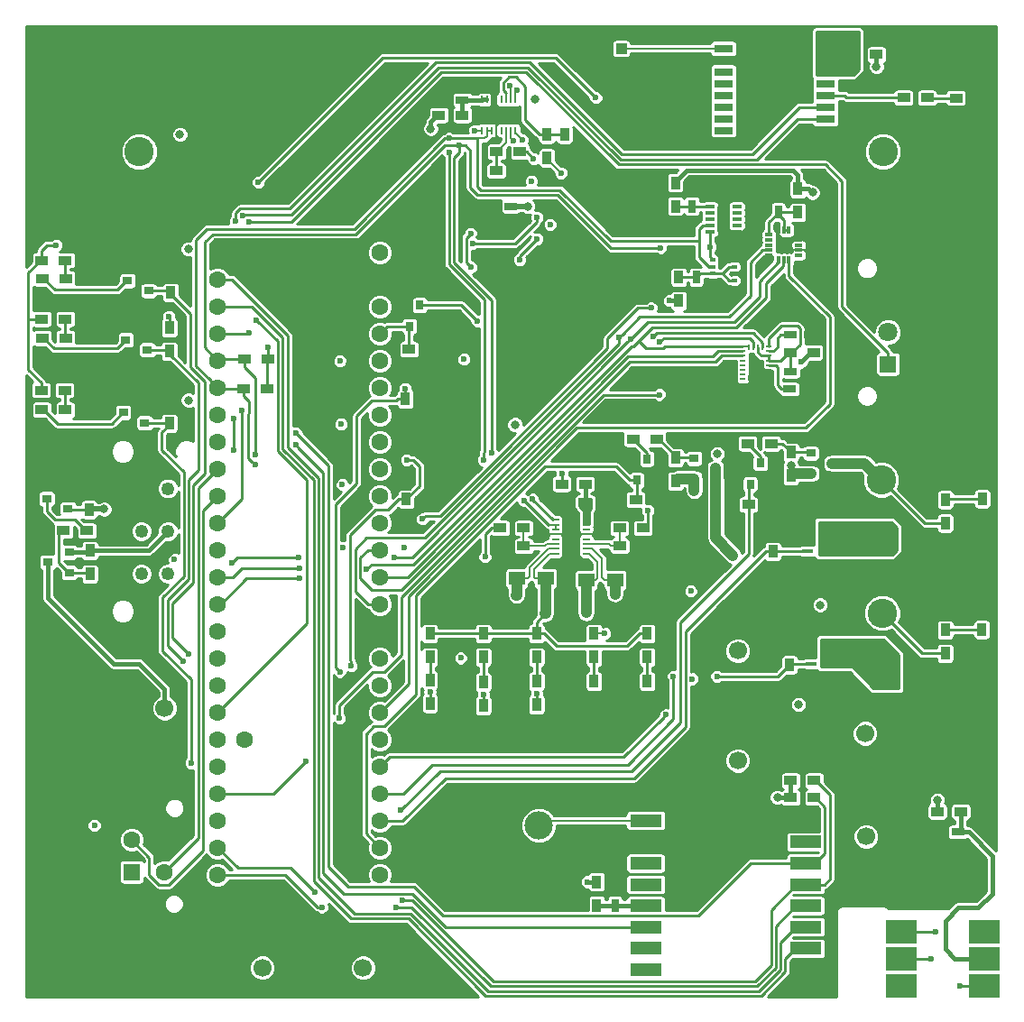
<source format=gbr>
G04 #@! TF.GenerationSoftware,KiCad,Pcbnew,(2017-08-25 revision dd37d0595)-makepkg*
G04 #@! TF.CreationDate,2018-05-28T16:00:08-04:00*
G04 #@! TF.ProjectId,MainboardRev1,4D61696E626F617264526576312E6B69,rev?*
G04 #@! TF.SameCoordinates,Original*
G04 #@! TF.FileFunction,Copper,L1,Top,Plane*
G04 #@! TF.FilePolarity,Positive*
%FSLAX46Y46*%
G04 Gerber Fmt 4.6, Leading zero omitted, Abs format (unit mm)*
G04 Created by KiCad (PCBNEW (2017-08-25 revision dd37d0595)-makepkg) date 05/28/18 16:00:08*
%MOMM*%
%LPD*%
G01*
G04 APERTURE LIST*
%ADD10R,1.200000X0.750000*%
%ADD11R,0.750000X1.200000*%
%ADD12R,0.900000X1.200000*%
%ADD13R,1.200000X0.900000*%
%ADD14C,2.750000*%
%ADD15R,1.600000X1.600000*%
%ADD16C,1.800000*%
%ADD17C,1.600000*%
%ADD18R,0.800000X0.900000*%
%ADD19R,0.900000X0.800000*%
%ADD20R,1.000000X0.405000*%
%ADD21R,1.725000X2.235000*%
%ADD22R,0.760000X0.406250*%
%ADD23R,1.500000X1.300000*%
%ADD24R,0.250000X0.700000*%
%ADD25R,0.825000X0.850000*%
%ADD26R,0.700000X0.250000*%
%ADD27R,0.850000X0.825000*%
%ADD28R,3.000000X2.250000*%
%ADD29R,0.530000X0.280000*%
%ADD30R,0.280000X0.530000*%
%ADD31R,0.700000X0.300000*%
%ADD32R,0.300000X0.700000*%
%ADD33R,0.500000X0.350000*%
%ADD34R,0.910000X0.320000*%
%ADD35R,1.200000X2.400000*%
%ADD36R,1.800000X0.700000*%
%ADD37R,1.800000X0.800000*%
%ADD38C,5.000000*%
%ADD39C,1.250000*%
%ADD40C,1.700000*%
%ADD41R,1.050000X1.000000*%
%ADD42R,2.200000X1.050000*%
%ADD43C,2.650000*%
%ADD44C,2.000000*%
%ADD45R,2.999740X1.198880*%
%ADD46C,0.600000*%
%ADD47C,0.800000*%
%ADD48C,0.200000*%
%ADD49C,0.500000*%
%ADD50C,1.000000*%
%ADD51C,0.400000*%
%ADD52C,0.250000*%
%ADD53C,0.150000*%
%ADD54C,0.197500*%
%ADD55C,0.254000*%
G04 APERTURE END LIST*
D10*
X122230000Y-82880000D03*
X124130000Y-82880000D03*
X122170000Y-79460000D03*
X124070000Y-79460000D03*
X137930000Y-126110000D03*
X136030000Y-126110000D03*
D11*
X121070000Y-67910000D03*
X121070000Y-66010000D03*
X113380000Y-74040000D03*
X113380000Y-75940000D03*
X112970000Y-67390000D03*
X112970000Y-65490000D03*
D10*
X128090000Y-51650000D03*
X129990000Y-51650000D03*
D11*
X105743800Y-133006000D03*
X105743800Y-131106000D03*
D12*
X93390000Y-114270000D03*
X93390000Y-112070000D03*
X88390000Y-114080000D03*
X88390000Y-111880000D03*
X103760000Y-114170000D03*
X103760000Y-111970000D03*
X108770000Y-114170000D03*
X108770000Y-111970000D03*
X98390000Y-114170000D03*
X98390000Y-111970000D03*
X140220000Y-97060000D03*
X140220000Y-94860000D03*
X140170000Y-109330000D03*
X140170000Y-107130000D03*
D13*
X51960000Y-86500000D03*
X54160000Y-86500000D03*
X51986000Y-74168000D03*
X54186000Y-74168000D03*
X51986000Y-79756000D03*
X54186000Y-79756000D03*
X139950000Y-57220000D03*
X137750000Y-57220000D03*
D14*
X61100000Y-67750000D03*
X61100000Y-62250000D03*
X130900000Y-67750000D03*
X130900000Y-62250000D03*
D15*
X131370000Y-82200000D03*
D16*
X131370000Y-79200000D03*
X131370000Y-76200000D03*
D14*
X130730000Y-98560000D03*
X130730000Y-93060000D03*
X130830000Y-111070000D03*
X130830000Y-105570000D03*
D15*
X60410000Y-129870000D03*
D17*
X60410000Y-126870000D03*
X63410000Y-129870000D03*
X63410000Y-126870000D03*
D18*
X86470000Y-78670000D03*
X88370000Y-78670000D03*
X87420000Y-76670000D03*
D19*
X124130000Y-90570000D03*
X124130000Y-92470000D03*
X126130000Y-91520000D03*
X113180000Y-91060000D03*
X113180000Y-92960000D03*
X115180000Y-92010000D03*
D18*
X118440000Y-93480000D03*
X120340000Y-93480000D03*
X119390000Y-91480000D03*
D20*
X123825000Y-97790000D03*
X123825000Y-98450000D03*
X123825000Y-99110000D03*
X123825000Y-99770000D03*
D21*
X125825000Y-98780000D03*
D22*
X126790000Y-97790000D03*
X126790000Y-98451250D03*
X126790000Y-99112500D03*
X126790000Y-99773750D03*
D19*
X61600000Y-87700000D03*
X61600000Y-85800000D03*
X59600000Y-86750000D03*
X61990000Y-75330000D03*
X61990000Y-73430000D03*
X59990000Y-74380000D03*
X61850000Y-80860000D03*
X61850000Y-78960000D03*
X59850000Y-79910000D03*
X54530000Y-101760000D03*
X54530000Y-99860000D03*
X52530000Y-100810000D03*
D13*
X86410000Y-80800000D03*
X88610000Y-80800000D03*
X91420000Y-58860000D03*
X89220000Y-58860000D03*
D12*
X99360000Y-62850000D03*
X99360000Y-60650000D03*
X101020000Y-60650000D03*
X101020000Y-62850000D03*
D13*
X96825000Y-62275000D03*
X94625000Y-62275000D03*
X94610000Y-64050000D03*
X96810000Y-64050000D03*
X102954000Y-93472000D03*
X100754000Y-93472000D03*
X108375000Y-97600000D03*
X106175000Y-97600000D03*
X106200000Y-99275000D03*
X108400000Y-99275000D03*
D23*
X103050000Y-102450000D03*
X105750000Y-102450000D03*
X99225000Y-102325000D03*
X96525000Y-102325000D03*
D13*
X94975000Y-97575000D03*
X97175000Y-97575000D03*
X97175000Y-99275000D03*
X94975000Y-99275000D03*
D12*
X88390000Y-109700000D03*
X88390000Y-107500000D03*
X93390000Y-107500000D03*
X93390000Y-109700000D03*
X103770000Y-109700000D03*
X103770000Y-107500000D03*
X108770000Y-109700000D03*
X108770000Y-107500000D03*
X98390000Y-107500000D03*
X98390000Y-109700000D03*
X122260000Y-92680000D03*
X122260000Y-90480000D03*
X111440000Y-93170000D03*
X111440000Y-90970000D03*
D13*
X120410000Y-89660000D03*
X118210000Y-89660000D03*
X109650000Y-89240000D03*
X107450000Y-89240000D03*
X118280000Y-95390000D03*
X120480000Y-95390000D03*
X107700000Y-94930000D03*
X109900000Y-94930000D03*
D12*
X136760000Y-94940000D03*
X136760000Y-97140000D03*
X136750000Y-107150000D03*
X136750000Y-109350000D03*
X120580000Y-99800000D03*
X120580000Y-97600000D03*
X122140000Y-110440000D03*
X122140000Y-108240000D03*
X86170000Y-94890000D03*
X86170000Y-92690000D03*
X86080000Y-85480000D03*
X86080000Y-87680000D03*
D13*
X54110000Y-84650000D03*
X51910000Y-84650000D03*
X54160000Y-72460000D03*
X51960000Y-72460000D03*
X54150000Y-77990000D03*
X51950000Y-77990000D03*
D12*
X63930000Y-85570000D03*
X63930000Y-87770000D03*
X64070000Y-73300000D03*
X64070000Y-75500000D03*
X63930000Y-78800000D03*
X63930000Y-81000000D03*
D13*
X73150000Y-81750000D03*
X70950000Y-81750000D03*
X73087200Y-84507200D03*
X70887200Y-84507200D03*
X122180000Y-81110000D03*
X124380000Y-81110000D03*
X138200000Y-124220000D03*
X136000000Y-124220000D03*
D12*
X122910000Y-67950000D03*
X122910000Y-65750000D03*
X111720000Y-74040000D03*
X111720000Y-76240000D03*
X111420000Y-67390000D03*
X111420000Y-65190000D03*
X56490000Y-99710000D03*
X56490000Y-101910000D03*
X56410000Y-95870000D03*
X56410000Y-93670000D03*
D13*
X128090000Y-53120000D03*
X130290000Y-53120000D03*
X135040000Y-57190000D03*
X132840000Y-57190000D03*
D12*
X104042000Y-132990900D03*
X104042000Y-130790900D03*
D13*
X122246000Y-121286400D03*
X124446000Y-121286400D03*
X122246000Y-122899300D03*
X124446000Y-122899300D03*
D24*
X96425000Y-57380000D03*
X95975000Y-57380000D03*
X95525000Y-57380000D03*
X95075000Y-57380000D03*
X94625000Y-57380000D03*
X94175000Y-57380000D03*
X93725000Y-57380000D03*
X93275000Y-57380000D03*
X93275000Y-60280000D03*
X93725000Y-60280000D03*
X94175000Y-60280000D03*
X94625000Y-60280000D03*
X95075000Y-60280000D03*
X95525000Y-60280000D03*
X95975000Y-60280000D03*
X96425000Y-60280000D03*
D25*
X93612500Y-59255000D03*
X94437500Y-59255000D03*
X95262500Y-59255000D03*
X96087500Y-59255000D03*
X93612500Y-58405000D03*
X94437500Y-58405000D03*
X95262500Y-58405000D03*
X96087500Y-58405000D03*
D26*
X103070000Y-99975000D03*
X103070000Y-99525000D03*
X103070000Y-99075000D03*
X103070000Y-98625000D03*
X103070000Y-98175000D03*
X103070000Y-97725000D03*
X103070000Y-97275000D03*
X103070000Y-96825000D03*
X100170000Y-96825000D03*
X100170000Y-97275000D03*
X100170000Y-97725000D03*
X100170000Y-98175000D03*
X100170000Y-98625000D03*
X100170000Y-99075000D03*
X100170000Y-99525000D03*
X100170000Y-99975000D03*
D27*
X101195000Y-97162500D03*
X101195000Y-97987500D03*
X101195000Y-98812500D03*
X101195000Y-99637500D03*
X102045000Y-97162500D03*
X102045000Y-97987500D03*
X102045000Y-98812500D03*
X102045000Y-99637500D03*
D17*
X68460000Y-112350000D03*
X68460000Y-114890000D03*
X68460000Y-117430000D03*
X68460000Y-119970000D03*
X68460000Y-109810000D03*
X68460000Y-107270000D03*
X68460000Y-104730000D03*
X68460000Y-122510000D03*
X68460000Y-125050000D03*
X68460000Y-127590000D03*
X68460000Y-130130000D03*
X71000000Y-117430000D03*
X83700000Y-130130000D03*
X83700000Y-127590000D03*
X83700000Y-125050000D03*
X83700000Y-122510000D03*
X83700000Y-119970000D03*
X83700000Y-117430000D03*
X83700000Y-114890000D03*
X83700000Y-112350000D03*
X68460000Y-102190000D03*
X68460000Y-99650000D03*
X68460000Y-97110000D03*
X68460000Y-94570000D03*
X68460000Y-92030000D03*
X68460000Y-89490000D03*
X68460000Y-86950000D03*
X68460000Y-84410000D03*
X68460000Y-81870000D03*
X68460000Y-79330000D03*
X68460000Y-76790000D03*
X68460000Y-74250000D03*
D15*
X68460000Y-71710000D03*
D17*
X83700000Y-109810000D03*
X83700000Y-107270000D03*
X83700000Y-104730000D03*
X83700000Y-102190000D03*
X83700000Y-99650000D03*
X83700000Y-97110000D03*
X83700000Y-94570000D03*
X83700000Y-92030000D03*
X83700000Y-89490000D03*
X83700000Y-86950000D03*
X83700000Y-84410000D03*
X83700000Y-81870000D03*
X83700000Y-79330000D03*
X83700000Y-76790000D03*
X83700000Y-74250000D03*
X83700000Y-71710000D03*
D28*
X140400000Y-135460000D03*
X140400000Y-138000000D03*
X140400000Y-140540000D03*
X132600000Y-140540000D03*
X132600000Y-138000000D03*
X132600000Y-135460000D03*
D29*
X120201000Y-83573000D03*
D30*
X119621000Y-83538000D03*
X119191000Y-83538000D03*
X118761000Y-83538000D03*
X118331000Y-83538000D03*
D29*
X117751000Y-83573000D03*
X117751000Y-83143000D03*
X117751000Y-82713000D03*
X117751000Y-82283000D03*
X117751000Y-81853000D03*
X117751000Y-81423000D03*
X117751000Y-80993000D03*
X117751000Y-80563000D03*
D30*
X118331000Y-80598000D03*
X118761000Y-80598000D03*
X119191000Y-80598000D03*
X119621000Y-80598000D03*
D29*
X120201000Y-80563000D03*
X120201000Y-80993000D03*
X120201000Y-81423000D03*
X120201000Y-81853000D03*
X120201000Y-82283000D03*
X120201000Y-82713000D03*
X120201000Y-83143000D03*
D31*
X120180000Y-70020000D03*
X120180000Y-70520000D03*
X120180000Y-71020000D03*
X120180000Y-71520000D03*
X120180000Y-72020000D03*
X122980000Y-70020000D03*
X122980000Y-70520000D03*
X122980000Y-71020000D03*
X122980000Y-71520000D03*
X122980000Y-72020000D03*
D32*
X121080000Y-72420000D03*
X121580000Y-72420000D03*
X122080000Y-72420000D03*
X122080000Y-69620000D03*
X121580000Y-69620000D03*
X121080000Y-69620000D03*
D33*
X114918000Y-72408000D03*
X116968000Y-72408000D03*
X116968000Y-73058000D03*
X116968000Y-73708000D03*
X116968000Y-74358000D03*
X114918000Y-73058000D03*
X114918000Y-73708000D03*
X114918000Y-74358000D03*
D34*
X117189000Y-69798000D03*
X117189000Y-69198000D03*
X117189000Y-68598000D03*
X117189000Y-67998000D03*
X117189000Y-67398000D03*
X114679000Y-67398000D03*
X114679000Y-67998000D03*
X114679000Y-68598000D03*
X114679000Y-69198000D03*
X114679000Y-69798000D03*
D35*
X115934000Y-68598000D03*
D36*
X125530000Y-60270000D03*
D37*
X125530000Y-59170000D03*
X125530000Y-58070000D03*
X125530000Y-56970000D03*
X125530000Y-55870000D03*
X125530000Y-54770000D03*
X125530000Y-53670000D03*
X125530000Y-52570000D03*
X125530000Y-51470000D03*
X115930000Y-51470000D03*
X115930000Y-52570000D03*
X115930000Y-53670000D03*
X115930000Y-54770000D03*
X115930000Y-55870000D03*
X115930000Y-56970000D03*
X115930000Y-58070000D03*
X115930000Y-59170000D03*
D36*
X115930000Y-60270000D03*
D38*
X54000000Y-62000000D03*
X138000000Y-62000000D03*
X54000000Y-130000000D03*
X138000000Y-130000000D03*
D39*
X63800000Y-93880000D03*
X63800000Y-97880000D03*
X63800000Y-101880000D03*
X61300000Y-93880000D03*
X61300000Y-97880000D03*
X61300000Y-101880000D03*
D40*
X82110000Y-138870000D03*
X79570000Y-138920000D03*
X129310000Y-126540000D03*
X131850000Y-126490000D03*
D10*
X95980000Y-67390000D03*
X94080000Y-67390000D03*
D41*
X106335000Y-52580000D03*
D42*
X104810000Y-54055000D03*
X104810000Y-51105000D03*
D43*
X98600000Y-125500000D03*
D44*
X101140000Y-122960000D03*
X96060000Y-122960000D03*
X96060000Y-128040000D03*
X101140000Y-128040000D03*
D40*
X129220000Y-116860000D03*
X131760000Y-116810000D03*
X72660000Y-138870000D03*
X70120000Y-138920000D03*
X117280000Y-119410000D03*
X114740000Y-119460000D03*
X117280000Y-109110000D03*
X114740000Y-109160000D03*
D45*
X123634280Y-139045200D03*
X123634280Y-137046220D03*
X123634280Y-135047240D03*
X123634280Y-133045720D03*
X123634280Y-131049280D03*
X123634280Y-129047760D03*
X123634280Y-127048780D03*
X123634280Y-125049800D03*
X108638120Y-125049800D03*
X108638120Y-127048780D03*
X108638120Y-129047760D03*
X108638120Y-131049280D03*
X108638120Y-133045720D03*
X108638120Y-135047240D03*
X108638120Y-137046220D03*
X108638120Y-139045200D03*
D18*
X107780000Y-93100000D03*
X109680000Y-93100000D03*
X108730000Y-91100000D03*
D20*
X124160000Y-108330000D03*
X124160000Y-108990000D03*
X124160000Y-109650000D03*
X124160000Y-110310000D03*
D21*
X126160000Y-109320000D03*
D22*
X127125000Y-108330000D03*
X127125000Y-108991250D03*
X127125000Y-109652500D03*
X127125000Y-110313750D03*
D19*
X54420000Y-95780000D03*
X54420000Y-93880000D03*
X52420000Y-94830000D03*
D13*
X54000000Y-97820000D03*
X56200000Y-97820000D03*
D10*
X91430000Y-57400000D03*
X89530000Y-57400000D03*
X102900000Y-95120000D03*
X101000000Y-95120000D03*
X122150000Y-84560000D03*
X124050000Y-84560000D03*
D40*
X63490000Y-114490000D03*
X60950000Y-114540000D03*
D46*
X100680000Y-64270000D03*
D47*
X97560000Y-67390000D03*
X115340000Y-90630000D03*
X124980000Y-104800000D03*
X122990000Y-114130000D03*
X113180000Y-94090000D03*
X122260000Y-91730000D03*
D46*
X104790000Y-107490000D03*
X96575010Y-56505183D03*
D47*
X98250000Y-57370000D03*
D46*
X59900000Y-101325000D03*
X54125000Y-103000000D03*
X59225000Y-107600000D03*
X125450000Y-112175000D03*
X90326000Y-56618000D03*
X75848000Y-64238000D03*
X85500000Y-62460000D03*
X88294000Y-71096000D03*
X90580000Y-129008000D03*
X105312000Y-86336000D03*
X107852000Y-83288000D03*
X91596000Y-91416000D03*
X91088000Y-101576000D03*
X101248000Y-101322000D03*
X111154000Y-119356000D03*
X103710000Y-116550000D03*
X90440000Y-116390000D03*
X79710000Y-118570000D03*
X80880000Y-128410000D03*
X140460000Y-121320000D03*
X126730000Y-101570000D03*
X134630000Y-102840000D03*
X140500000Y-82870000D03*
X140500000Y-67270000D03*
X114529998Y-59475000D03*
X113225000Y-55125000D03*
X110200000Y-54475000D03*
X72425000Y-58050000D03*
X63906029Y-65081029D03*
X56800000Y-57500000D03*
X51900000Y-51225000D03*
X60550000Y-51175000D03*
X68825000Y-51125000D03*
X76175000Y-51075000D03*
X84900000Y-51000000D03*
X93125000Y-51000000D03*
X101250000Y-50900000D03*
X108250000Y-51175000D03*
X113825000Y-51175000D03*
X118275000Y-51275000D03*
X123650000Y-51250000D03*
X132125000Y-51100000D03*
X138775000Y-52175000D03*
X119700000Y-66950000D03*
X116925000Y-66475000D03*
X110300000Y-72775000D03*
X106750000Y-75675000D03*
X96475000Y-77875000D03*
X100675000Y-77950000D03*
X74075000Y-73325000D03*
X76500000Y-73350000D03*
X78850000Y-73350000D03*
X76075000Y-79225000D03*
X80950000Y-73300000D03*
X62500000Y-81875000D03*
X58850000Y-74175000D03*
X57550000Y-83025000D03*
X54175000Y-89375000D03*
X63425000Y-136650000D03*
X56150000Y-140675000D03*
X50975000Y-135450000D03*
X51750000Y-125050000D03*
X51625000Y-106300000D03*
X52975000Y-115225000D03*
X62800000Y-118525000D03*
X90050000Y-139700000D03*
X84025000Y-136150000D03*
X125900000Y-141000000D03*
X129200000Y-131250000D03*
X119100000Y-126950000D03*
X112250000Y-132750000D03*
X112800000Y-123100000D03*
X105750000Y-123050000D03*
X105650000Y-126550000D03*
X95460000Y-82010000D03*
X97783044Y-96446956D03*
X120260000Y-85680000D03*
X117340010Y-85600000D03*
X102480000Y-72320000D03*
X98020000Y-64030000D03*
X95770000Y-70190000D03*
X94560000Y-68920000D03*
X94560000Y-70230000D03*
X95860000Y-68930000D03*
X119770000Y-72760000D03*
X104870000Y-96480000D03*
X71450000Y-137550000D03*
X70070000Y-137500000D03*
X78070000Y-139470000D03*
X78380000Y-137500000D03*
X105740000Y-129950000D03*
D47*
X120520000Y-96420000D03*
D46*
X60640000Y-85180000D03*
X63950000Y-89460000D03*
X56410000Y-92560000D03*
X141070000Y-57200000D03*
X140220000Y-98200000D03*
X140160000Y-110460000D03*
X109150000Y-76940000D03*
X87680000Y-96739998D03*
X85980000Y-99425010D03*
D47*
X64930000Y-60630000D03*
D46*
X98410000Y-68430000D03*
X92400010Y-70900000D03*
X96190000Y-61220000D03*
X92200000Y-69925000D03*
X92225000Y-73100000D03*
X95890000Y-56090000D03*
D47*
X96510000Y-103900000D03*
X105740000Y-103800000D03*
D46*
X91570000Y-81750000D03*
D47*
X96360000Y-87880000D03*
X57810000Y-95810000D03*
X65710000Y-85590000D03*
D46*
X113010000Y-111740000D03*
X112860000Y-103510000D03*
D47*
X65710000Y-71390000D03*
D46*
X96810000Y-72400000D03*
X98430000Y-70440000D03*
X93386700Y-113221900D03*
X53300000Y-71030000D03*
X108850000Y-95949998D03*
D47*
X99220000Y-105640000D03*
D46*
X98390500Y-113107600D03*
X71410000Y-79270000D03*
X71393248Y-68839022D03*
X80999998Y-110520000D03*
X86200000Y-91190000D03*
X86050000Y-84500000D03*
X79930000Y-111070000D03*
D47*
X116810000Y-100150000D03*
D46*
X103960000Y-57210000D03*
X72290000Y-65130000D03*
X72078051Y-78081949D03*
X92860000Y-78200000D03*
X98110000Y-62940000D03*
X97050000Y-61160000D03*
X109930000Y-85070002D03*
X79890000Y-115440000D03*
X76740000Y-119470000D03*
X85650000Y-124100000D03*
X111230000Y-111510000D03*
X115310000Y-111510000D03*
X65960000Y-119630000D03*
X65750000Y-109420000D03*
X65230000Y-110110000D03*
X80244990Y-99410000D03*
X100760000Y-92470020D03*
X123200000Y-82020000D03*
X110830000Y-76250000D03*
X79940000Y-81900000D03*
X80040000Y-87830000D03*
X80160000Y-93500000D03*
X73150000Y-80650000D03*
X93550000Y-100290000D03*
X91270000Y-109790000D03*
X56890000Y-125500000D03*
X63890000Y-77710000D03*
D47*
X88460168Y-60100074D03*
X124290000Y-66100000D03*
X130290000Y-54270000D03*
X136000000Y-123120000D03*
X120990000Y-122850000D03*
D46*
X103150000Y-130790000D03*
D47*
X103040000Y-105540000D03*
D46*
X94150000Y-90510020D03*
X91140000Y-61690000D03*
X98030000Y-94890000D03*
X72027824Y-90730593D03*
X110050000Y-71275010D03*
X92600000Y-60280000D03*
X114679000Y-71210000D03*
X135840000Y-135490000D03*
X76100000Y-100360000D03*
X69770000Y-100860000D03*
X64410000Y-100550000D03*
X90180000Y-61020000D03*
X90180000Y-62340000D03*
X93410000Y-91200000D03*
X97240000Y-95020000D03*
X71960000Y-91660000D03*
X135435010Y-138020000D03*
X85817500Y-132538600D03*
X77562500Y-131790388D03*
X75774969Y-88650000D03*
X82450000Y-101470000D03*
X76157279Y-102339744D03*
X138110000Y-140590000D03*
X78250277Y-133160691D03*
X85233300Y-133163620D03*
X107219999Y-79840001D03*
X109936632Y-80147960D03*
X85019998Y-100380000D03*
X76180000Y-101340000D03*
X70143226Y-68786251D03*
X69990000Y-90260000D03*
X70010000Y-87310000D03*
X70840567Y-68235020D03*
X70756074Y-86543270D03*
X75774969Y-89777226D03*
X106130000Y-79700000D03*
X109378427Y-79572940D03*
X110540000Y-115120000D03*
X99650000Y-69104982D03*
X97910000Y-65070000D03*
X88382900Y-112980002D03*
D48*
X99360000Y-62850000D02*
X99360000Y-62950000D01*
X99360000Y-62950000D02*
X100680000Y-64270000D01*
D49*
X95980000Y-67390000D02*
X97560000Y-67390000D01*
D50*
X113180000Y-92960000D02*
X113180000Y-94090000D01*
X113180000Y-92960000D02*
X111650000Y-92960000D01*
D51*
X111650000Y-92960000D02*
X111440000Y-93170000D01*
D49*
X122260000Y-92680000D02*
X122260000Y-91730000D01*
D50*
X124130000Y-92470000D02*
X122470000Y-92470000D01*
D49*
X122470000Y-92470000D02*
X122260000Y-92680000D01*
D48*
X103770000Y-107500000D02*
X104780000Y-107500000D01*
X104780000Y-107500000D02*
X104790000Y-107490000D01*
X96425000Y-57380000D02*
X96425000Y-56655193D01*
X96425000Y-56655193D02*
X96575010Y-56505183D01*
D52*
X60200000Y-100600000D02*
X60200000Y-101025000D01*
X60200000Y-101025000D02*
X59900000Y-101325000D01*
X57550000Y-103250000D02*
X60200000Y-100600000D01*
X54799264Y-103250000D02*
X57550000Y-103250000D01*
X54125000Y-103000000D02*
X54549264Y-103000000D01*
X54549264Y-103000000D02*
X54799264Y-103250000D01*
X59225000Y-107600000D02*
X58725000Y-107600000D01*
X58725000Y-107600000D02*
X54125000Y-103000000D01*
X65000000Y-112250000D02*
X60350000Y-107600000D01*
X60350000Y-107600000D02*
X59225000Y-107600000D01*
X65000000Y-116749264D02*
X65000000Y-112250000D01*
X62800000Y-118525000D02*
X63224264Y-118525000D01*
X63224264Y-118525000D02*
X65000000Y-116749264D01*
X89530000Y-57400000D02*
X89544000Y-57400000D01*
X89544000Y-57400000D02*
X90326000Y-56618000D01*
X71276000Y-66524000D02*
X73562000Y-66524000D01*
X73562000Y-66524000D02*
X75848000Y-64238000D01*
X70133028Y-65381028D02*
X71276000Y-66524000D01*
X63906029Y-65081029D02*
X64206028Y-65381028D01*
X64206028Y-65381028D02*
X70133028Y-65381028D01*
X83700000Y-74250000D02*
X85140000Y-74250000D01*
X85140000Y-74250000D02*
X88294000Y-71096000D01*
X110646000Y-84050000D02*
X110646000Y-85279004D01*
X110646000Y-85279004D02*
X109589004Y-86336000D01*
X109589004Y-86336000D02*
X105312000Y-86336000D01*
X109884000Y-83288000D02*
X110646000Y-84050000D01*
X107852000Y-83288000D02*
X109884000Y-83288000D01*
X113974000Y-85600000D02*
X111662000Y-83288000D01*
X111662000Y-83288000D02*
X107852000Y-83288000D01*
X117340010Y-85600000D02*
X113974000Y-85600000D01*
X94644000Y-100306000D02*
X93120000Y-101830000D01*
X93120000Y-101830000D02*
X91342000Y-101830000D01*
X91342000Y-101830000D02*
X91088000Y-101576000D01*
X94975000Y-99275000D02*
X94975000Y-99975000D01*
X94975000Y-99975000D02*
X94644000Y-100306000D01*
X103760000Y-116500000D02*
X103710000Y-116550000D01*
X103760000Y-114170000D02*
X103760000Y-116500000D01*
X93825787Y-128860000D02*
X81330000Y-128860000D01*
X81330000Y-128860000D02*
X80880000Y-128410000D01*
X96060000Y-128040000D02*
X94645787Y-128040000D01*
X94645787Y-128040000D02*
X93825787Y-128860000D01*
X131760000Y-116810000D02*
X135950000Y-116810000D01*
X135950000Y-116810000D02*
X140460000Y-121320000D01*
X127029999Y-101869999D02*
X126730000Y-101570000D01*
X128000000Y-102840000D02*
X127029999Y-101869999D01*
X134630000Y-102840000D02*
X128000000Y-102840000D01*
X140220000Y-98200000D02*
X139270000Y-98200000D01*
X134929999Y-102540001D02*
X134630000Y-102840000D01*
X139270000Y-98200000D02*
X134929999Y-102540001D01*
X131370000Y-76200000D02*
X140300000Y-67270000D01*
X140300000Y-67270000D02*
X140500000Y-67270000D01*
X104810000Y-54055000D02*
X109780000Y-54055000D01*
X109780000Y-54055000D02*
X110200000Y-54475000D01*
X63906029Y-65081029D02*
X65393971Y-65081029D01*
X65393971Y-65081029D02*
X72425000Y-58050000D01*
X51900000Y-51225000D02*
X56800000Y-56125000D01*
X56800000Y-56125000D02*
X56800000Y-57500000D01*
X68825000Y-51125000D02*
X60600000Y-51125000D01*
X60600000Y-51125000D02*
X60550000Y-51175000D01*
X84900000Y-51000000D02*
X76250000Y-51000000D01*
X76250000Y-51000000D02*
X76175000Y-51075000D01*
X101250000Y-50900000D02*
X93225000Y-50900000D01*
X93225000Y-50900000D02*
X93125000Y-51000000D01*
X113825000Y-51175000D02*
X108250000Y-51175000D01*
X123650000Y-51250000D02*
X118300000Y-51250000D01*
X118300000Y-51250000D02*
X118275000Y-51275000D01*
X138775000Y-52175000D02*
X137700000Y-51100000D01*
X137700000Y-51100000D02*
X132125000Y-51100000D01*
X116925000Y-66475000D02*
X119225000Y-66475000D01*
X119225000Y-66475000D02*
X119700000Y-66950000D01*
X116900000Y-66288734D02*
X116925000Y-66313734D01*
X116925000Y-66313734D02*
X116925000Y-66475000D01*
X106750000Y-75675000D02*
X109650000Y-72775000D01*
X109650000Y-72775000D02*
X110300000Y-72775000D01*
X100675000Y-77950000D02*
X96550000Y-77950000D01*
X96550000Y-77950000D02*
X96475000Y-77875000D01*
X74100000Y-73350000D02*
X74075000Y-73325000D01*
X76500000Y-73350000D02*
X74100000Y-73350000D01*
X78900000Y-73300000D02*
X78850000Y-73350000D01*
X80950000Y-73300000D02*
X78900000Y-73300000D01*
X57849999Y-83324999D02*
X57550000Y-83025000D01*
X59705000Y-85180000D02*
X57849999Y-83324999D01*
X60640000Y-85180000D02*
X59705000Y-85180000D01*
X56150000Y-140675000D02*
X59400000Y-140675000D01*
X59400000Y-140675000D02*
X63425000Y-136650000D01*
X51750000Y-125050000D02*
X50975000Y-125825000D01*
X50975000Y-125825000D02*
X50975000Y-135450000D01*
X52975000Y-115225000D02*
X52975000Y-107650000D01*
X52975000Y-107650000D02*
X51625000Y-106300000D01*
X63410000Y-126870000D02*
X63410000Y-119135000D01*
X63410000Y-119135000D02*
X62800000Y-118525000D01*
X79570000Y-138920000D02*
X82340000Y-136150000D01*
X82340000Y-136150000D02*
X84025000Y-136150000D01*
X123634280Y-139045200D02*
X124534710Y-139045200D01*
X124534710Y-139045200D02*
X125900000Y-140410490D01*
X125900000Y-140410490D02*
X125900000Y-141000000D01*
X131850000Y-126490000D02*
X129200000Y-129140000D01*
X129200000Y-129140000D02*
X129200000Y-130825736D01*
X129200000Y-130825736D02*
X129200000Y-131250000D01*
X112800000Y-123100000D02*
X112800000Y-132200000D01*
X112800000Y-132200000D02*
X112250000Y-132750000D01*
X101140000Y-122960000D02*
X105660000Y-122960000D01*
X105660000Y-122960000D02*
X105750000Y-123050000D01*
X101140000Y-128040000D02*
X104160000Y-128040000D01*
X104160000Y-128040000D02*
X105650000Y-126550000D01*
X98083043Y-96746955D02*
X97783044Y-96446956D01*
X99511088Y-98175000D02*
X98083043Y-96746955D01*
X99570000Y-98175000D02*
X99511088Y-98175000D01*
D53*
X117340010Y-85600000D02*
X120180000Y-85600000D01*
X120180000Y-85600000D02*
X120260000Y-85680000D01*
X120201000Y-82713000D02*
X120201000Y-83143000D01*
X118761000Y-83538000D02*
X119191000Y-83538000D01*
X118331000Y-83538000D02*
X118761000Y-83538000D01*
D52*
X96810000Y-64050000D02*
X98000000Y-64050000D01*
X98000000Y-64050000D02*
X98020000Y-64030000D01*
D48*
X120180000Y-72020000D02*
X120180000Y-72350000D01*
X120180000Y-72350000D02*
X119770000Y-72760000D01*
X122980000Y-70020000D02*
X122980000Y-70520000D01*
X123860000Y-70630000D02*
X123790000Y-70630000D01*
X123790000Y-70630000D02*
X123180000Y-70020000D01*
X123180000Y-70020000D02*
X122980000Y-70020000D01*
X123860000Y-71440000D02*
X123860000Y-70630000D01*
X123780000Y-71520000D02*
X123860000Y-71440000D01*
X122980000Y-71520000D02*
X123780000Y-71520000D01*
X122980000Y-71520000D02*
X122060000Y-71520000D01*
X122060000Y-71520000D02*
X121080000Y-70540000D01*
X121080000Y-70540000D02*
X121080000Y-69620000D01*
X94175000Y-57380000D02*
X94175000Y-58142500D01*
X94175000Y-58142500D02*
X94437500Y-58405000D01*
X94625000Y-57380000D02*
X94625000Y-58217500D01*
X94625000Y-58217500D02*
X94437500Y-58405000D01*
X103070000Y-98175000D02*
X103670000Y-98175000D01*
D52*
X103670000Y-98175000D02*
X104870000Y-96975000D01*
X104870000Y-96975000D02*
X104870000Y-96480000D01*
D48*
X100170000Y-98175000D02*
X99570000Y-98175000D01*
X100170000Y-98175000D02*
X101007500Y-98175000D01*
D52*
X101007500Y-98175000D02*
X101195000Y-97987500D01*
D48*
X103070000Y-98175000D02*
X102232500Y-98175000D01*
D52*
X102232500Y-98175000D02*
X102045000Y-97987500D01*
D48*
X94625000Y-60280000D02*
X94625000Y-60880000D01*
X94625000Y-60280000D02*
X94625000Y-59442500D01*
D52*
X94625000Y-59442500D02*
X94437500Y-59255000D01*
D51*
X70070000Y-137500000D02*
X71400000Y-137500000D01*
X71400000Y-137500000D02*
X71450000Y-137550000D01*
X79570000Y-138920000D02*
X78620000Y-138920000D01*
X78620000Y-138920000D02*
X78070000Y-139470000D01*
X78380000Y-137500000D02*
X78380000Y-137730000D01*
X78380000Y-137730000D02*
X79570000Y-138920000D01*
D52*
X105743800Y-131106000D02*
X105743800Y-129953800D01*
X105743800Y-129953800D02*
X105740000Y-129950000D01*
D49*
X120480000Y-95390000D02*
X120480000Y-96380000D01*
X120480000Y-96380000D02*
X120520000Y-96420000D01*
D52*
X61600000Y-85800000D02*
X61260000Y-85800000D01*
X61260000Y-85800000D02*
X60640000Y-85180000D01*
X56410000Y-93670000D02*
X56410000Y-92560000D01*
X54420000Y-93880000D02*
X56200000Y-93880000D01*
X56200000Y-93880000D02*
X56410000Y-93670000D01*
X139950000Y-57220000D02*
X141050000Y-57220000D01*
X141050000Y-57220000D02*
X141070000Y-57200000D01*
X140220000Y-97060000D02*
X140220000Y-98200000D01*
X140170000Y-109330000D02*
X140170000Y-110450000D01*
X140170000Y-110450000D02*
X140160000Y-110460000D01*
X87680000Y-96739998D02*
X87979999Y-96439999D01*
X87979999Y-96439999D02*
X89340001Y-96439999D01*
X94778591Y-91004999D02*
X105050000Y-80733590D01*
X89340001Y-96439999D02*
X94775001Y-91004999D01*
X94775001Y-91004999D02*
X94778591Y-91004999D01*
X105050000Y-80733590D02*
X105050000Y-79775000D01*
X105050000Y-79775000D02*
X107885000Y-76940000D01*
X107885000Y-76940000D02*
X109150000Y-76940000D01*
D51*
X56490000Y-99710000D02*
X61970000Y-99710000D01*
X61970000Y-99710000D02*
X63800000Y-97880000D01*
X54530000Y-99860000D02*
X56340000Y-99860000D01*
X56340000Y-99860000D02*
X56490000Y-99710000D01*
D52*
X96364264Y-70900000D02*
X98410000Y-68854264D01*
X92400010Y-70900000D02*
X96364264Y-70900000D01*
X98410000Y-68854264D02*
X98410000Y-68430000D01*
D48*
X95975000Y-61005000D02*
X96190000Y-61220000D01*
X95975000Y-60280000D02*
X95975000Y-61005000D01*
D52*
X92225000Y-73100000D02*
X91775000Y-72650000D01*
X91775000Y-72650000D02*
X91775000Y-70350000D01*
X91775000Y-70350000D02*
X92200000Y-69925000D01*
D48*
X95975000Y-57380000D02*
X95975000Y-56175000D01*
X95975000Y-56175000D02*
X95890000Y-56090000D01*
D50*
X96525000Y-102325000D02*
X96525000Y-103885000D01*
X96525000Y-103885000D02*
X96510000Y-103900000D01*
D48*
X100170000Y-99525000D02*
X99504302Y-99525000D01*
X99504302Y-99525000D02*
X97724990Y-101304311D01*
X97724990Y-101304311D02*
X97724990Y-102150010D01*
X97724990Y-102150010D02*
X97550000Y-102325000D01*
X97550000Y-102325000D02*
X96525000Y-102325000D01*
D50*
X105750000Y-102450000D02*
X105750000Y-103790000D01*
X105750000Y-103790000D02*
X105740000Y-103800000D01*
D48*
X104550000Y-102200000D02*
X104800000Y-102450000D01*
X104800000Y-102450000D02*
X105750000Y-102450000D01*
X104550000Y-100455000D02*
X104550000Y-102200000D01*
X103070000Y-99525000D02*
X103620000Y-99525000D01*
X103620000Y-99525000D02*
X104550000Y-100455000D01*
D49*
X57810000Y-95810000D02*
X56470000Y-95810000D01*
X56470000Y-95810000D02*
X56410000Y-95870000D01*
D52*
X56410000Y-95870000D02*
X54510000Y-95870000D01*
X54510000Y-95870000D02*
X54420000Y-95780000D01*
X120833000Y-82283000D02*
X120201000Y-82283000D01*
X121030000Y-82480000D02*
X120833000Y-82283000D01*
X121030000Y-84190000D02*
X121030000Y-82480000D01*
X121030000Y-84190000D02*
X121400000Y-84560000D01*
X122150000Y-84560000D02*
X121400000Y-84560000D01*
X121300000Y-79460000D02*
X122170000Y-79460000D01*
X121000000Y-79760000D02*
X121300000Y-79460000D01*
X121000000Y-80609000D02*
X121000000Y-79760000D01*
X120616000Y-80993000D02*
X121000000Y-80609000D01*
X120201000Y-80993000D02*
X120616000Y-80993000D01*
X120180000Y-70020000D02*
X120180000Y-68890000D01*
X120180000Y-68890000D02*
X121070000Y-68000000D01*
X121070000Y-68000000D02*
X121070000Y-67910000D01*
X121580000Y-69620000D02*
X121580000Y-68670000D01*
X121580000Y-68670000D02*
X121070000Y-68160000D01*
X121070000Y-68160000D02*
X121070000Y-67910000D01*
X121580000Y-69620000D02*
X122080000Y-69620000D01*
X121070000Y-67910000D02*
X122870000Y-67910000D01*
X122870000Y-67910000D02*
X122910000Y-67950000D01*
X113380000Y-74040000D02*
X111720000Y-74040000D01*
X114918000Y-73708000D02*
X113712000Y-73708000D01*
X113712000Y-73708000D02*
X113380000Y-74040000D01*
X116968000Y-73058000D02*
X116468000Y-73058000D01*
X116468000Y-73058000D02*
X115818000Y-73708000D01*
X116968000Y-74358000D02*
X116468000Y-74358000D01*
X116468000Y-74358000D02*
X115818000Y-73708000D01*
X115818000Y-73708000D02*
X115418000Y-73708000D01*
X115418000Y-73708000D02*
X114918000Y-73708000D01*
X112970000Y-67390000D02*
X111420000Y-67390000D01*
X114679000Y-67398000D02*
X112978000Y-67398000D01*
X112978000Y-67398000D02*
X112970000Y-67390000D01*
X125530000Y-54770000D02*
X125530000Y-51470000D01*
D51*
X105743800Y-133006000D02*
X104280900Y-133006000D01*
X104280900Y-133006000D02*
X104067400Y-133219500D01*
X108638120Y-133045720D02*
X105783520Y-133045720D01*
X105783520Y-133045720D02*
X105743800Y-133006000D01*
D52*
X98430000Y-70440000D02*
X96810000Y-72060000D01*
X96810000Y-72060000D02*
X96810000Y-72400000D01*
X93390000Y-114270000D02*
X93390000Y-113225200D01*
X93390000Y-113225200D02*
X93386700Y-113221900D01*
X53300000Y-71030000D02*
X52460000Y-71030000D01*
X52460000Y-71030000D02*
X51960000Y-71530000D01*
X51960000Y-71530000D02*
X51960000Y-72460000D01*
X108850000Y-95949998D02*
X108850000Y-97125000D01*
X108850000Y-97125000D02*
X108375000Y-97600000D01*
X50690000Y-82730000D02*
X50690000Y-77990000D01*
X50690000Y-77990000D02*
X50690000Y-73580000D01*
X51950000Y-77990000D02*
X51100000Y-77990000D01*
X51100000Y-77990000D02*
X50690000Y-77990000D01*
X50690000Y-73580000D02*
X51810000Y-72460000D01*
X51810000Y-72460000D02*
X51960000Y-72460000D01*
X51910000Y-84650000D02*
X51910000Y-83950000D01*
X51910000Y-83950000D02*
X50690000Y-82730000D01*
X98390000Y-107500000D02*
X99090000Y-107500000D01*
X99090000Y-107500000D02*
X100260000Y-108670000D01*
X100260000Y-108670000D02*
X106900000Y-108670000D01*
X106900000Y-108670000D02*
X108070000Y-107500000D01*
X108070000Y-107500000D02*
X108770000Y-107500000D01*
X99220000Y-105640000D02*
X98390000Y-106470000D01*
X98390000Y-106470000D02*
X98390000Y-107500000D01*
X93390000Y-107500000D02*
X98390000Y-107500000D01*
X88390000Y-107500000D02*
X93390000Y-107500000D01*
D50*
X99225000Y-102325000D02*
X99225000Y-105635000D01*
X99225000Y-105635000D02*
X99220000Y-105640000D01*
D48*
X99225000Y-102325000D02*
X98275000Y-102325000D01*
X98275000Y-102325000D02*
X98125000Y-102175000D01*
X98125000Y-102175000D02*
X98125000Y-101470000D01*
X100170000Y-99975000D02*
X99620000Y-99975000D01*
X99620000Y-99975000D02*
X98125000Y-101470000D01*
D52*
X88230000Y-109700000D02*
X88421000Y-109891000D01*
X88421000Y-109891000D02*
X88421000Y-111719000D01*
X88421000Y-111719000D02*
X88260000Y-111880000D01*
X103760000Y-111970000D02*
X103760000Y-109710000D01*
X103760000Y-109710000D02*
X103770000Y-109700000D01*
X108770000Y-109700000D02*
X108770000Y-111970000D01*
X98390000Y-114170000D02*
X98390000Y-113108100D01*
X98390000Y-113108100D02*
X98390500Y-113107600D01*
X140220000Y-94860000D02*
X136840000Y-94860000D01*
X136840000Y-94860000D02*
X136760000Y-94940000D01*
X140170000Y-107130000D02*
X136770000Y-107130000D01*
X136770000Y-107130000D02*
X136750000Y-107150000D01*
X58525200Y-87809200D02*
X53419200Y-87809200D01*
X53419200Y-87809200D02*
X52110000Y-86500000D01*
X52110000Y-86500000D02*
X51960000Y-86500000D01*
X59584400Y-86750000D02*
X58525200Y-87809200D01*
X59600000Y-86750000D02*
X59584400Y-86750000D01*
X54110000Y-84650000D02*
X54110000Y-86450000D01*
X54110000Y-86450000D02*
X54160000Y-86500000D01*
X59990000Y-74380000D02*
X59914800Y-74380000D01*
X59914800Y-74380000D02*
X59058600Y-75236200D01*
X59058600Y-75236200D02*
X53204200Y-75236200D01*
X53204200Y-75236200D02*
X52136000Y-74168000D01*
X52136000Y-74168000D02*
X51986000Y-74168000D01*
X54160000Y-72460000D02*
X54160000Y-74142000D01*
X54160000Y-74142000D02*
X54186000Y-74168000D01*
X59850000Y-79910000D02*
X59850000Y-79918500D01*
X59850000Y-79918500D02*
X59058600Y-80709900D01*
X59058600Y-80709900D02*
X53089900Y-80709900D01*
X53089900Y-80709900D02*
X52136000Y-79756000D01*
X52136000Y-79756000D02*
X51986000Y-79756000D01*
X54150000Y-77990000D02*
X54150000Y-79720000D01*
X54150000Y-79720000D02*
X54186000Y-79756000D01*
X137750000Y-57220000D02*
X135070000Y-57220000D01*
X135070000Y-57220000D02*
X135040000Y-57190000D01*
X89430010Y-54799990D02*
X75571949Y-68658051D01*
X97403612Y-54790022D02*
X89439978Y-54790022D01*
X127050000Y-65010000D02*
X125510000Y-63470000D01*
X106083590Y-63470000D02*
X97403612Y-54790022D01*
X125510000Y-63470000D02*
X106083590Y-63470000D01*
X131370000Y-81150000D02*
X127050000Y-76830000D01*
X89439978Y-54790022D02*
X89430010Y-54799990D01*
X131370000Y-82200000D02*
X131370000Y-81150000D01*
X127050000Y-76830000D02*
X127050000Y-65010000D01*
X68460000Y-79330000D02*
X71350000Y-79330000D01*
X71350000Y-79330000D02*
X71410000Y-79270000D01*
X71817512Y-68839022D02*
X71393248Y-68839022D01*
X75571949Y-68658051D02*
X75390978Y-68839022D01*
X75390978Y-68839022D02*
X71817512Y-68839022D01*
X75571949Y-68658051D02*
X75571949Y-68661949D01*
X86200000Y-91190000D02*
X86800000Y-91190000D01*
X87440000Y-93630000D02*
X86180000Y-94890000D01*
X86800000Y-91190000D02*
X87440000Y-91830000D01*
X87440000Y-91830000D02*
X87440000Y-93630000D01*
X86180000Y-94890000D02*
X86170000Y-94890000D01*
X80999998Y-110095736D02*
X80999998Y-110520000D01*
X84470000Y-95890000D02*
X83254998Y-95890000D01*
X80870000Y-98274998D02*
X80870000Y-109965738D01*
X86170000Y-94890000D02*
X85470000Y-94890000D01*
X85470000Y-94890000D02*
X84470000Y-95890000D01*
X83254998Y-95890000D02*
X80870000Y-98274998D01*
X80870000Y-109965738D02*
X80999998Y-110095736D01*
X136760000Y-97140000D02*
X134810000Y-97140000D01*
X134810000Y-97140000D02*
X130730000Y-93060000D01*
D50*
X126130000Y-91520000D02*
X129190000Y-91520000D01*
X129190000Y-91520000D02*
X130730000Y-93060000D01*
D52*
X86050000Y-84500000D02*
X86050000Y-85450000D01*
X86050000Y-85450000D02*
X86080000Y-85480000D01*
X85380000Y-85480000D02*
X86080000Y-85480000D01*
X85380000Y-85480000D02*
X85230000Y-85630000D01*
X85230000Y-85630000D02*
X82960000Y-85630000D01*
X82960000Y-85630000D02*
X81500000Y-87090000D01*
X81500000Y-87090000D02*
X81500000Y-89490000D01*
X79500000Y-95390000D02*
X79500000Y-110640000D01*
X79500000Y-110640000D02*
X79930000Y-111070000D01*
X81500000Y-89490000D02*
X81500000Y-89700000D01*
X81500000Y-89490000D02*
X81500000Y-93390000D01*
X81500000Y-93390000D02*
X79500000Y-95390000D01*
D50*
X115190000Y-98530000D02*
X116810000Y-100150000D01*
X115190000Y-92920000D02*
X115190000Y-98530000D01*
X115180000Y-92010000D02*
X115180000Y-92910000D01*
D49*
X115180000Y-92910000D02*
X115190000Y-92920000D01*
D52*
X136750000Y-109350000D02*
X134610000Y-109350000D01*
X134610000Y-109350000D02*
X130830000Y-105570000D01*
D51*
X52530000Y-100810000D02*
X52530000Y-104166000D01*
X52530000Y-104166000D02*
X58690300Y-110326300D01*
X58690300Y-110326300D02*
X61116000Y-110326300D01*
X61116000Y-110326300D02*
X63490000Y-112700300D01*
X63490000Y-112700300D02*
X63490000Y-114490000D01*
D52*
X68460000Y-94570000D02*
X68460000Y-94590000D01*
X67075011Y-127869991D02*
X63895002Y-131050000D01*
X68460000Y-94590000D02*
X67075011Y-95974989D01*
X67075011Y-95974989D02*
X67075011Y-127869991D01*
X62050000Y-130175002D02*
X62050000Y-128510000D01*
X63895002Y-131050000D02*
X62924998Y-131050000D01*
X62924998Y-131050000D02*
X62050000Y-130175002D01*
X62050000Y-128510000D02*
X60410000Y-126870000D01*
X63410000Y-129870000D02*
X66625001Y-126654999D01*
X66625001Y-126654999D02*
X66625001Y-93864999D01*
X66625001Y-93864999D02*
X67660001Y-92829999D01*
X67660001Y-92829999D02*
X68460000Y-92030000D01*
D54*
X115930000Y-52570000D02*
X106345000Y-52570000D01*
D52*
X106345000Y-52570000D02*
X106335000Y-52580000D01*
X103660001Y-56910001D02*
X103960000Y-57210000D01*
X83980010Y-53439990D02*
X100189990Y-53439990D01*
X72290000Y-65130000D02*
X83980010Y-53439990D01*
X100189990Y-53439990D02*
X103660001Y-56910001D01*
X74119979Y-80059979D02*
X72078051Y-78081949D01*
X72110000Y-78050000D02*
X72078051Y-78081949D01*
X68460000Y-114890000D02*
X76805001Y-106544999D01*
X76805001Y-106544999D02*
X76805001Y-93047811D01*
X76805001Y-93047811D02*
X74119979Y-90362789D01*
X74119979Y-90362789D02*
X74119979Y-80059979D01*
X86470000Y-78670000D02*
X84360000Y-78670000D01*
X84360000Y-78670000D02*
X83700000Y-79330000D01*
X86410000Y-80800000D02*
X86410000Y-78730000D01*
X86410000Y-78730000D02*
X86470000Y-78670000D01*
X92560001Y-77900001D02*
X92860000Y-78200000D01*
X87420000Y-76670000D02*
X91330000Y-76670000D01*
X91330000Y-76670000D02*
X92560001Y-77900001D01*
X96825000Y-62275000D02*
X97445000Y-62275000D01*
X97445000Y-62275000D02*
X98110000Y-62940000D01*
D48*
X96425000Y-60280000D02*
X96425000Y-60505000D01*
X96425000Y-60505000D02*
X97050000Y-61130000D01*
X97050000Y-61130000D02*
X97050000Y-61160000D01*
D52*
X109505736Y-85070002D02*
X109930000Y-85070002D01*
X84105002Y-111070000D02*
X85690000Y-109485002D01*
X104665698Y-85070002D02*
X109505736Y-85070002D01*
X83030000Y-111070000D02*
X84105002Y-111070000D01*
X85690000Y-104045700D02*
X104665698Y-85070002D01*
X79890000Y-115440000D02*
X79890000Y-114210000D01*
X79890000Y-114210000D02*
X83030000Y-111070000D01*
X85690000Y-109485002D02*
X85690000Y-104045700D01*
X68460000Y-122510000D02*
X73700000Y-122510000D01*
X73700000Y-122510000D02*
X76740000Y-119470000D01*
X122260000Y-90480000D02*
X124040000Y-90480000D01*
X124040000Y-90480000D02*
X124130000Y-90570000D01*
X120410000Y-89660000D02*
X121440000Y-89660000D01*
X121440000Y-89660000D02*
X122260000Y-90480000D01*
X118280000Y-95390000D02*
X118280000Y-100030000D01*
X118280000Y-100030000D02*
X111900000Y-106410000D01*
X111900000Y-106410000D02*
X111900000Y-115860000D01*
X111900000Y-115860000D02*
X107340000Y-120420000D01*
X107340000Y-120420000D02*
X89330000Y-120420000D01*
X89330000Y-120420000D02*
X85650000Y-124100000D01*
X118280000Y-95390000D02*
X118280000Y-93640000D01*
X118280000Y-93640000D02*
X118440000Y-93480000D01*
X107130000Y-93100000D02*
X107780000Y-93100000D01*
X87070000Y-103938521D02*
X99193522Y-91814999D01*
X82390000Y-116910000D02*
X83120000Y-116180000D01*
X82390000Y-126280000D02*
X82390000Y-116910000D01*
X83700000Y-127590000D02*
X82390000Y-126280000D01*
X83120000Y-116180000D02*
X84075002Y-116180000D01*
X87070000Y-113185002D02*
X87070000Y-103938521D01*
X99193522Y-91814999D02*
X105844999Y-91814999D01*
X105844999Y-91814999D02*
X107130000Y-93100000D01*
X84075002Y-116180000D02*
X87070000Y-113185002D01*
X107780000Y-93100000D02*
X107780000Y-94850000D01*
X107780000Y-94850000D02*
X107700000Y-94930000D01*
X119390000Y-91480000D02*
X119390000Y-90840000D01*
X119390000Y-90840000D02*
X118210000Y-89660000D01*
X120580000Y-99800000D02*
X119880000Y-99800000D01*
X119880000Y-99800000D02*
X112360000Y-107320000D01*
X112360000Y-107320000D02*
X112360000Y-116270000D01*
X112360000Y-116270000D02*
X107570000Y-121060000D01*
X107570000Y-121060000D02*
X89830000Y-121060000D01*
X85840000Y-125050000D02*
X83700000Y-125050000D01*
X89830000Y-121060000D02*
X85840000Y-125050000D01*
X123825000Y-99770000D02*
X120610000Y-99770000D01*
X120610000Y-99770000D02*
X120580000Y-99800000D01*
X111230000Y-111934264D02*
X111230000Y-111510000D01*
X111230000Y-115540000D02*
X111230000Y-111934264D01*
X106960000Y-119810000D02*
X111230000Y-115540000D01*
X88620000Y-119810000D02*
X106960000Y-119810000D01*
X85920000Y-122510000D02*
X88620000Y-119810000D01*
X83700000Y-122510000D02*
X85920000Y-122510000D01*
X124160000Y-110310000D02*
X122270000Y-110310000D01*
X122270000Y-110310000D02*
X122140000Y-110440000D01*
X115310000Y-111510000D02*
X121060000Y-111510000D01*
X121060000Y-111510000D02*
X122130000Y-110440000D01*
X122130000Y-110440000D02*
X122140000Y-110440000D01*
X65960000Y-111800000D02*
X65960000Y-119205736D01*
X63280000Y-109120000D02*
X65960000Y-111800000D01*
X63280000Y-104110000D02*
X63280000Y-109120000D01*
X63230000Y-88620000D02*
X63230000Y-90280000D01*
X63930000Y-87920000D02*
X63230000Y-88620000D01*
X63930000Y-87770000D02*
X63930000Y-87920000D01*
X65274971Y-102115029D02*
X63280000Y-104110000D01*
X65960000Y-119205736D02*
X65960000Y-119630000D01*
X65274971Y-92324971D02*
X65274971Y-102115029D01*
X63230000Y-90280000D02*
X65274971Y-92324971D01*
X61600000Y-87700000D02*
X63860000Y-87700000D01*
X63860000Y-87700000D02*
X63930000Y-87770000D01*
X65750000Y-109420000D02*
X64200000Y-107870000D01*
X64200000Y-104700000D02*
X66174991Y-102725009D01*
X64200000Y-107870000D02*
X64200000Y-104700000D01*
X67240000Y-92490000D02*
X67240000Y-83826410D01*
X66174991Y-102725009D02*
X66174991Y-93555009D01*
X66174991Y-93555009D02*
X67240000Y-92490000D01*
X67240000Y-83826410D02*
X65930000Y-82516410D01*
X65930000Y-82516410D02*
X65930000Y-77460000D01*
X65930000Y-77460000D02*
X64070000Y-75600000D01*
X64070000Y-75600000D02*
X64070000Y-75500000D01*
X61990000Y-75330000D02*
X63900000Y-75330000D01*
X63900000Y-75330000D02*
X64070000Y-75500000D01*
X65230000Y-110110000D02*
X63749990Y-108629990D01*
X66625001Y-83955001D02*
X63930000Y-81260000D01*
X63749990Y-108629990D02*
X63749990Y-104370010D01*
X63749990Y-104370010D02*
X65724981Y-102395019D01*
X65724981Y-102395019D02*
X65724981Y-93065019D01*
X65724981Y-93065019D02*
X66625001Y-92164999D01*
X63930000Y-81260000D02*
X63930000Y-81000000D01*
X66625001Y-92164999D02*
X66625001Y-83955001D01*
X61850000Y-80860000D02*
X63790000Y-80860000D01*
X63790000Y-80860000D02*
X63930000Y-81000000D01*
X100754000Y-92476020D02*
X100760000Y-92470020D01*
X100754000Y-93472000D02*
X100754000Y-92476020D01*
D51*
X122455010Y-63995010D02*
X122910000Y-64450000D01*
X122910000Y-64450000D02*
X122910000Y-65750000D01*
X112464990Y-63995010D02*
X122455010Y-63995010D01*
X111420000Y-65190000D02*
X111420000Y-65040000D01*
X111420000Y-65040000D02*
X112464990Y-63995010D01*
D52*
X94975000Y-97575000D02*
X94165000Y-97575000D01*
X94165000Y-97575000D02*
X93550000Y-98190000D01*
X93550000Y-98190000D02*
X93550000Y-100290000D01*
D51*
X124380000Y-81110000D02*
X124110000Y-81110000D01*
X124110000Y-81110000D02*
X123200000Y-82020000D01*
X111720000Y-76240000D02*
X110840000Y-76240000D01*
X110840000Y-76240000D02*
X110830000Y-76250000D01*
D52*
X73087200Y-84507200D02*
X73087200Y-81812800D01*
X73087200Y-81812800D02*
X73150000Y-81750000D01*
X73150000Y-81750000D02*
X73150000Y-80650000D01*
X63930000Y-78800000D02*
X63930000Y-77750000D01*
X63930000Y-77750000D02*
X63890000Y-77710000D01*
D51*
X88460168Y-59534389D02*
X88460168Y-60100074D01*
X88460168Y-59449832D02*
X88460168Y-59534389D01*
X88940000Y-58970000D02*
X88460168Y-59449832D01*
X123940000Y-65750000D02*
X124290000Y-66100000D01*
X122910000Y-65750000D02*
X123940000Y-65750000D01*
X130290000Y-53120000D02*
X130290000Y-54270000D01*
X136000000Y-124220000D02*
X136000000Y-123120000D01*
X122246000Y-122899300D02*
X121039300Y-122899300D01*
X121039300Y-122899300D02*
X120990000Y-122850000D01*
X104042000Y-130790900D02*
X103150900Y-130790900D01*
X103150900Y-130790900D02*
X103150000Y-130790000D01*
D50*
X103050000Y-102450000D02*
X103050000Y-105530000D01*
X103050000Y-105530000D02*
X103040000Y-105540000D01*
D48*
X103070000Y-99975000D02*
X103295000Y-99975000D01*
X103950000Y-102450000D02*
X103050000Y-102450000D01*
X103295000Y-99975000D02*
X104100000Y-100780000D01*
X104100000Y-100780000D02*
X104100000Y-102300000D01*
X104100000Y-102300000D02*
X103950000Y-102450000D01*
X103350000Y-100050000D02*
X103275000Y-99975000D01*
X103275000Y-99975000D02*
X103070000Y-99975000D01*
D51*
X122246000Y-121286400D02*
X122246000Y-122899300D01*
D52*
X96470000Y-55250000D02*
X95804998Y-55250000D01*
X95804998Y-55250000D02*
X95264999Y-55789999D01*
X95264999Y-55789999D02*
X95264999Y-56504999D01*
X95264999Y-56504999D02*
X95525000Y-56765000D01*
X95525000Y-56765000D02*
X95525000Y-56780000D01*
D48*
X95525000Y-56780000D02*
X95525000Y-57380000D01*
D52*
X97340000Y-56120000D02*
X96470000Y-55250000D01*
X97340000Y-59330000D02*
X97340000Y-56120000D01*
X99360000Y-60650000D02*
X98660000Y-60650000D01*
X98660000Y-60650000D02*
X97340000Y-59330000D01*
X101020000Y-60650000D02*
X99360000Y-60650000D01*
D48*
X95525000Y-60280000D02*
X95525000Y-61375000D01*
X95525000Y-61375000D02*
X94625000Y-62275000D01*
D52*
X94625000Y-62275000D02*
X94625000Y-64035000D01*
X94625000Y-64035000D02*
X94610000Y-64050000D01*
D48*
X106200000Y-99275000D02*
X105400000Y-99275000D01*
X105400000Y-99275000D02*
X105200000Y-99075000D01*
X105200000Y-99075000D02*
X103620000Y-99075000D01*
X103620000Y-99075000D02*
X103070000Y-99075000D01*
X106175000Y-97600000D02*
X106175000Y-99250000D01*
X106175000Y-99250000D02*
X106200000Y-99275000D01*
X97175000Y-99275000D02*
X99188603Y-99275000D01*
X99188603Y-99275000D02*
X99388603Y-99075000D01*
X99388603Y-99075000D02*
X99620000Y-99075000D01*
X99620000Y-99075000D02*
X100170000Y-99075000D01*
X97175000Y-97575000D02*
X97175000Y-99275000D01*
D52*
X94150000Y-76190000D02*
X94150000Y-90085756D01*
X90650000Y-72690000D02*
X94150000Y-76190000D01*
X91140000Y-62370000D02*
X90650000Y-62860000D01*
X91140000Y-61690000D02*
X91140000Y-62370000D01*
X90650000Y-62860000D02*
X90650000Y-72690000D01*
X94150000Y-90085756D02*
X94150000Y-90510020D01*
X68460000Y-81870000D02*
X67250000Y-80660000D01*
X67250000Y-70734998D02*
X67984998Y-70000000D01*
X67250000Y-80660000D02*
X67250000Y-70734998D01*
X91130000Y-61700000D02*
X91140000Y-61690000D01*
X67984998Y-70000000D02*
X81440000Y-70000000D01*
X81440000Y-70000000D02*
X89740000Y-61700000D01*
X89740000Y-61700000D02*
X91130000Y-61700000D01*
X110050000Y-71275010D02*
X105338600Y-71275010D01*
X105338600Y-71275010D02*
X100373601Y-66310011D01*
X100373601Y-66310011D02*
X92820011Y-66310011D01*
X92820011Y-66310011D02*
X92160000Y-65650000D01*
X92160000Y-65650000D02*
X92160000Y-62130000D01*
X92160000Y-62130000D02*
X91720000Y-61690000D01*
X91720000Y-61690000D02*
X91140000Y-61690000D01*
X99945000Y-96800000D02*
X98030000Y-94910000D01*
X98030000Y-94910000D02*
X98030000Y-94890000D01*
X70950000Y-81750000D02*
X70950000Y-82450000D01*
X72027824Y-83527824D02*
X72027824Y-90306329D01*
X70950000Y-82450000D02*
X72027824Y-83527824D01*
X72027824Y-90306329D02*
X72027824Y-90730593D01*
D48*
X93275000Y-60280000D02*
X92600000Y-60280000D01*
D52*
X114679000Y-71210000D02*
X114679000Y-72169000D01*
X114679000Y-69798000D02*
X114679000Y-71210000D01*
X114679000Y-72169000D02*
X114918000Y-72408000D01*
X135810000Y-135460000D02*
X135840000Y-135490000D01*
X132600000Y-135460000D02*
X135810000Y-135460000D01*
X70950000Y-81750000D02*
X68580000Y-81750000D01*
X68580000Y-81750000D02*
X68460000Y-81870000D01*
X76100000Y-100360000D02*
X70270000Y-100360000D01*
X70270000Y-100360000D02*
X69770000Y-100860000D01*
X90180000Y-72856410D02*
X90180000Y-62764264D01*
X93485001Y-90479995D02*
X93485001Y-76161411D01*
X93410000Y-91200000D02*
X93410000Y-90554996D01*
X93410000Y-90554996D02*
X93485001Y-90479995D01*
X93485001Y-76161411D02*
X90180000Y-72856410D01*
X90180000Y-62764264D02*
X90180000Y-62340000D01*
D48*
X100170000Y-97275000D02*
X99495000Y-97275000D01*
D52*
X99495000Y-97275000D02*
X97735001Y-95515001D01*
X97735001Y-95515001D02*
X97240000Y-95020000D01*
X92870000Y-61020000D02*
X90180000Y-61020000D01*
X90180000Y-61020000D02*
X89783590Y-61020000D01*
X67660001Y-83610001D02*
X68460000Y-84410000D01*
X66435001Y-82385001D02*
X67660001Y-83610001D01*
X66435001Y-70534999D02*
X66435001Y-82385001D01*
X81283590Y-69520000D02*
X67450000Y-69520000D01*
X89783590Y-61020000D02*
X81283590Y-69520000D01*
X67450000Y-69520000D02*
X66435001Y-70534999D01*
X71330000Y-91030000D02*
X71660001Y-91360001D01*
X71381076Y-86843272D02*
X71330000Y-86894348D01*
X70887200Y-84507200D02*
X70887200Y-85207200D01*
X71660001Y-91360001D02*
X71960000Y-91660000D01*
X71381076Y-85701076D02*
X71381076Y-86843272D01*
X71330000Y-86894348D02*
X71330000Y-91030000D01*
X70887200Y-85207200D02*
X71381076Y-85701076D01*
X93140000Y-65860000D02*
X92870000Y-65590000D01*
X100560001Y-65860000D02*
X93140000Y-65860000D01*
X92870000Y-65590000D02*
X92870000Y-61020000D01*
X105350000Y-70650000D02*
X100560001Y-65860000D01*
X113620000Y-70650000D02*
X105350000Y-70650000D01*
D48*
X100170000Y-97725000D02*
X100170000Y-97275000D01*
X93535000Y-61020000D02*
X92870000Y-61020000D01*
D52*
X113620000Y-70650000D02*
X113620000Y-69552000D01*
X113620000Y-72120002D02*
X113620000Y-70650000D01*
D48*
X93725000Y-60280000D02*
X93725000Y-60830000D01*
X93725000Y-60830000D02*
X93535000Y-61020000D01*
X94175000Y-60280000D02*
X93725000Y-60280000D01*
D52*
X113620000Y-69552000D02*
X113974000Y-69198000D01*
X113974000Y-69198000D02*
X114679000Y-69198000D01*
X114918000Y-73058000D02*
X114557998Y-73058000D01*
X114557998Y-73058000D02*
X113620000Y-72120002D01*
X132600000Y-138000000D02*
X135415010Y-138000000D01*
X135415010Y-138000000D02*
X135435010Y-138020000D01*
X70887200Y-84507200D02*
X68557200Y-84507200D01*
X68557200Y-84507200D02*
X68460000Y-84410000D01*
X118862900Y-140145900D02*
X94364600Y-140145900D01*
X123262160Y-131192400D02*
X122609400Y-131192400D01*
X122609400Y-131192400D02*
X120386902Y-133414898D01*
X120386902Y-133414898D02*
X120386902Y-138621898D01*
X120386902Y-138621898D02*
X118862900Y-140145900D01*
X94364600Y-140145900D02*
X86757300Y-132538600D01*
X86757300Y-132538600D02*
X86241764Y-132538600D01*
X86241764Y-132538600D02*
X85817500Y-132538600D01*
X77562500Y-131790388D02*
X77562500Y-131789300D01*
X77562500Y-131789300D02*
X75263800Y-129490600D01*
X75263800Y-129490600D02*
X70360600Y-129490600D01*
X70360600Y-129490600D02*
X68460000Y-127590000D01*
X123634280Y-131049280D02*
X125384150Y-131049280D01*
X125384150Y-131049280D02*
X125909161Y-130524269D01*
X125909161Y-130524269D02*
X125909161Y-122599561D01*
X125909161Y-122599561D02*
X124596000Y-121286400D01*
X124596000Y-121286400D02*
X124446000Y-121286400D01*
X78820033Y-91695064D02*
X76074968Y-88949999D01*
X78820033Y-129389233D02*
X78820033Y-91695064D01*
X80685801Y-131255001D02*
X78820033Y-129389233D01*
X86870701Y-131255001D02*
X80685801Y-131255001D01*
X89585861Y-133970161D02*
X86870701Y-131255001D01*
X123634280Y-129047760D02*
X118518340Y-129047760D01*
X113595939Y-133970161D02*
X89585861Y-133970161D01*
X118518340Y-129047760D02*
X113595939Y-133970161D01*
X76074968Y-88949999D02*
X75774969Y-88650000D01*
X123634280Y-129047760D02*
X124534710Y-129047760D01*
X125459151Y-123762451D02*
X124596000Y-122899300D01*
X124534710Y-129047760D02*
X125459151Y-128123319D01*
X125459151Y-128123319D02*
X125459151Y-123762451D01*
X124596000Y-122899300D02*
X124446000Y-122899300D01*
X108669345Y-80722980D02*
X107986365Y-80040000D01*
X110258022Y-80722980D02*
X108669345Y-80722980D01*
X110418002Y-80563000D02*
X110258022Y-80722980D01*
X117751000Y-80563000D02*
X110418002Y-80563000D01*
X107986365Y-80040000D02*
X107496365Y-80530000D01*
X107496365Y-80530000D02*
X107320000Y-80530000D01*
X107320000Y-80530000D02*
X86800000Y-101050000D01*
X86800000Y-101050000D02*
X82870000Y-101050000D01*
X82870000Y-101050000D02*
X82749999Y-101170001D01*
X82749999Y-101170001D02*
X82450000Y-101470000D01*
X107986365Y-80040000D02*
X109246365Y-78780000D01*
X121570000Y-72430000D02*
X121580000Y-72420000D01*
X117100000Y-78780000D02*
X119950000Y-75930000D01*
X121570000Y-73015002D02*
X121570000Y-72430000D01*
X109246365Y-78780000D02*
X117100000Y-78780000D01*
X119950000Y-75930000D02*
X119950000Y-74635002D01*
X119950000Y-74635002D02*
X121570000Y-73015002D01*
X68460000Y-104730000D02*
X68780000Y-104730000D01*
X68780000Y-104730000D02*
X71170256Y-102339744D01*
X71170256Y-102339744D02*
X76157279Y-102339744D01*
D53*
X117751000Y-80563000D02*
X118296000Y-80563000D01*
X118296000Y-80563000D02*
X118331000Y-80598000D01*
D52*
X138110000Y-140590000D02*
X140350000Y-140590000D01*
X140350000Y-140590000D02*
X140400000Y-140540000D01*
X68460000Y-130130000D02*
X68493700Y-130163700D01*
X68493700Y-130163700D02*
X74829022Y-130163700D01*
X74829022Y-130163700D02*
X77826013Y-133160691D01*
X77826013Y-133160691D02*
X78250277Y-133160691D01*
X94103411Y-140595911D02*
X86671120Y-133163620D01*
X120836911Y-138850500D02*
X119091500Y-140595911D01*
X86671120Y-133163620D02*
X85657564Y-133163620D01*
X120836911Y-134942659D02*
X120836911Y-138850500D01*
X122733850Y-133045720D02*
X120836911Y-134942659D01*
X123634280Y-133045720D02*
X122733850Y-133045720D01*
X85657564Y-133163620D02*
X85233300Y-133163620D01*
X119091500Y-140595911D02*
X94103411Y-140595911D01*
X118761000Y-80598000D02*
X118761000Y-80459000D01*
X118761000Y-80459000D02*
X118761000Y-80127998D01*
X109936632Y-80147960D02*
X110314591Y-79770001D01*
X110314591Y-79770001D02*
X118403003Y-79770001D01*
X118403003Y-79770001D02*
X118761000Y-80127998D01*
X118761000Y-80127998D02*
X118761000Y-80183000D01*
X108810000Y-78250000D02*
X107519998Y-79540002D01*
X116930000Y-78250000D02*
X108810000Y-78250000D01*
X121080000Y-72620000D02*
X119290000Y-74410000D01*
X107519998Y-79540002D02*
X107219999Y-79840001D01*
X121080000Y-72420000D02*
X121080000Y-72620000D01*
X106920000Y-80140000D02*
X107219999Y-79840001D01*
X86690000Y-100380000D02*
X106920000Y-80150000D01*
X85019998Y-100380000D02*
X86690000Y-100380000D01*
X119290000Y-75890000D02*
X116930000Y-78250000D01*
X106920000Y-80150000D02*
X106920000Y-80140000D01*
X119290000Y-74410000D02*
X119290000Y-75890000D01*
D53*
X118761000Y-80598000D02*
X118761000Y-80183000D01*
D52*
X76180000Y-101340000D02*
X70740000Y-101340000D01*
X70740000Y-101340000D02*
X69880000Y-102200000D01*
X69880000Y-102200000D02*
X68470000Y-102200000D01*
X68470000Y-102200000D02*
X68460000Y-102190000D01*
X125530000Y-58070000D02*
X123080000Y-58070000D01*
X70570000Y-67610000D02*
X70143226Y-68036774D01*
X123080000Y-58070000D02*
X118650000Y-62500000D01*
X106386410Y-62500000D02*
X97776410Y-53890000D01*
X118650000Y-62500000D02*
X106386410Y-62500000D01*
X97776410Y-53890000D02*
X88950000Y-53890000D01*
X88950000Y-53890000D02*
X75230000Y-67610000D01*
X75230000Y-67610000D02*
X70570000Y-67610000D01*
X70143226Y-68036774D02*
X70143226Y-68786251D01*
X70010000Y-87310000D02*
X70010000Y-90240000D01*
X70010000Y-90240000D02*
X69990000Y-90260000D01*
X70885587Y-68190000D02*
X70840567Y-68235020D01*
X75350000Y-68190000D02*
X70885587Y-68190000D01*
X89199989Y-54340011D02*
X75350000Y-68190000D01*
X125530000Y-59170000D02*
X122880000Y-59170000D01*
X106250000Y-63000000D02*
X97590011Y-54340011D01*
X119050000Y-63000000D02*
X106250000Y-63000000D01*
X97590011Y-54340011D02*
X89199989Y-54340011D01*
X122880000Y-59170000D02*
X119050000Y-63000000D01*
X70756074Y-86967534D02*
X70756074Y-86543270D01*
X68460000Y-97110000D02*
X70756074Y-94813926D01*
X70756074Y-94813926D02*
X70756074Y-86967534D01*
X76074968Y-90077225D02*
X75774969Y-89777226D01*
X78370022Y-129955222D02*
X78370022Y-92372279D01*
X80305700Y-131890900D02*
X78370022Y-129955222D01*
X86746010Y-131890900D02*
X80305700Y-131890900D01*
X108638120Y-135047240D02*
X89902350Y-135047240D01*
X89902350Y-135047240D02*
X86746010Y-131890900D01*
X78370022Y-92372279D02*
X76074968Y-90077225D01*
X122733850Y-137046220D02*
X121736933Y-138043137D01*
X121736933Y-139223300D02*
X119464300Y-141495933D01*
X74569989Y-90176389D02*
X74569989Y-79689989D01*
X119464300Y-141495933D02*
X93619133Y-141495933D01*
X93619133Y-141495933D02*
X86381811Y-134258611D01*
X74569989Y-79689989D02*
X71670000Y-76790000D01*
X121736933Y-138043137D02*
X121736933Y-139223300D01*
X123634280Y-137046220D02*
X122733850Y-137046220D01*
X69591370Y-76790000D02*
X68460000Y-76790000D01*
X86381811Y-134258611D02*
X80971611Y-134258611D01*
X80971611Y-134258611D02*
X77470000Y-130757000D01*
X77470000Y-130757000D02*
X77470000Y-93076400D01*
X77470000Y-93076400D02*
X74569989Y-90176389D01*
X71670000Y-76790000D02*
X69591370Y-76790000D01*
X77920011Y-92890000D02*
X75020000Y-89989989D01*
X86579500Y-133808600D02*
X81309000Y-133808600D01*
X75020000Y-79503589D02*
X69766411Y-74250000D01*
X77920011Y-130419611D02*
X77920011Y-92890000D01*
X121286922Y-139036900D02*
X119277900Y-141045922D01*
X122733850Y-135047240D02*
X121286922Y-136494168D01*
X123634280Y-135047240D02*
X122733850Y-135047240D01*
X121286922Y-136494168D02*
X121286922Y-139036900D01*
X69591370Y-74250000D02*
X68460000Y-74250000D01*
X93816822Y-141045922D02*
X86579500Y-133808600D01*
X119277900Y-141045922D02*
X93816822Y-141045922D01*
X75020000Y-89989989D02*
X75020000Y-79503589D01*
X69766411Y-74250000D02*
X69591370Y-74250000D01*
X81309000Y-133808600D02*
X77920011Y-130419611D01*
X122080000Y-73020000D02*
X122080000Y-72420000D01*
X123650000Y-88190000D02*
X125910000Y-85930000D01*
X102182110Y-88190000D02*
X123650000Y-88190000D01*
X122080000Y-73900000D02*
X122080000Y-73020000D01*
X83700000Y-114890000D02*
X86370000Y-112220000D01*
X86370000Y-104002110D02*
X102182110Y-88190000D01*
X86370000Y-112220000D02*
X86370000Y-104002110D01*
X125910000Y-77730000D02*
X122080000Y-73900000D01*
X125910000Y-85930000D02*
X125910000Y-77730000D01*
X118710941Y-79272941D02*
X109678426Y-79272941D01*
X109678426Y-79272941D02*
X109378427Y-79572940D01*
X119621000Y-80183000D02*
X118710941Y-79272941D01*
X119621000Y-80598000D02*
X119621000Y-80183000D01*
X106429999Y-79400001D02*
X106130000Y-79700000D01*
X118450000Y-72650000D02*
X118450000Y-75760000D01*
X119580000Y-71520000D02*
X118450000Y-72650000D01*
X118450000Y-75760000D02*
X116490000Y-77720000D01*
X120180000Y-71520000D02*
X119580000Y-71520000D01*
X108110000Y-77720000D02*
X106429999Y-79400001D01*
X106130000Y-80294264D02*
X106130000Y-80124264D01*
X87899265Y-98524999D02*
X106130000Y-80294264D01*
X82415001Y-98524999D02*
X87899265Y-98524999D01*
X81370000Y-99570000D02*
X82415001Y-98524999D01*
X83700000Y-104730000D02*
X82568630Y-104730000D01*
X82568630Y-104730000D02*
X81370000Y-103531370D01*
X81370000Y-103531370D02*
X81370000Y-99570000D01*
X116490000Y-77720000D02*
X108110000Y-77720000D01*
X106130000Y-80124264D02*
X106130000Y-79700000D01*
X83700000Y-102190000D02*
X86296410Y-102190000D01*
X86296410Y-102190000D02*
X106976410Y-81510000D01*
X106976410Y-81510000D02*
X114933010Y-81510000D01*
X115453010Y-80990000D02*
X117233000Y-80990000D01*
X114933010Y-81510000D02*
X115453010Y-80990000D01*
X117233000Y-80990000D02*
X117236000Y-80993000D01*
X117236000Y-80993000D02*
X117751000Y-80993000D01*
X117751000Y-81423000D02*
X115737000Y-81423000D01*
X115737000Y-81423000D02*
X115150000Y-82010000D01*
X115150000Y-82010000D02*
X107130000Y-82010000D01*
X107130000Y-82010000D02*
X85710000Y-103430000D01*
X85710000Y-103430000D02*
X84990000Y-103430000D01*
X85740000Y-103430000D02*
X84990000Y-103430000D01*
X84990000Y-103430000D02*
X82960000Y-103430000D01*
X81824999Y-100393631D02*
X82568630Y-99650000D01*
X82960000Y-103430000D02*
X81824999Y-102294999D01*
X81824999Y-102294999D02*
X81824999Y-100393631D01*
X82568630Y-99650000D02*
X83700000Y-99650000D01*
X93390000Y-112070000D02*
X93390000Y-109700000D01*
X98390000Y-109700000D02*
X98390000Y-111970000D01*
X110240001Y-115419999D02*
X110540000Y-115120000D01*
X106570000Y-119090000D02*
X110240001Y-115419999D01*
X84580000Y-119090000D02*
X106570000Y-119090000D01*
X83700000Y-119970000D02*
X84580000Y-119090000D01*
D51*
X93275000Y-57380000D02*
X93649999Y-57380000D01*
X91430000Y-57400000D02*
X93255000Y-57400000D01*
X93255000Y-57400000D02*
X93275000Y-57380000D01*
X91430000Y-57400000D02*
X91430000Y-58850000D01*
X91430000Y-58850000D02*
X91420000Y-58860000D01*
D53*
X103070000Y-96825000D02*
X103070000Y-97275000D01*
D51*
X102954000Y-93472000D02*
X102954000Y-95066000D01*
X102954000Y-95066000D02*
X102900000Y-95120000D01*
D52*
X120201000Y-79769000D02*
X120201000Y-80563000D01*
X121350000Y-78620000D02*
X120201000Y-79769000D01*
X122900000Y-78620000D02*
X121350000Y-78620000D01*
X123110000Y-78830000D02*
X122900000Y-78620000D01*
X123110000Y-80330000D02*
X123110000Y-78830000D01*
X122180000Y-81110000D02*
X122330000Y-81110000D01*
X122330000Y-81110000D02*
X123110000Y-80330000D01*
X122180000Y-81110000D02*
X122030000Y-81110000D01*
X122030000Y-81110000D02*
X121287000Y-81853000D01*
X120201000Y-81853000D02*
X121287000Y-81853000D01*
X120201000Y-81423000D02*
X120201000Y-81853000D01*
X120201000Y-81423000D02*
X119501000Y-81423000D01*
X119501000Y-81423000D02*
X119191000Y-81113000D01*
X119191000Y-81113000D02*
X119191000Y-80598000D01*
X122180000Y-81110000D02*
X122180000Y-82830000D01*
X122180000Y-82830000D02*
X122230000Y-82880000D01*
D51*
X137930000Y-126110000D02*
X138930000Y-126110000D01*
X138930000Y-126110000D02*
X141189500Y-128369500D01*
X141189500Y-128369500D02*
X141189500Y-131890900D01*
X141189500Y-131890900D02*
X139856000Y-133224400D01*
X139856000Y-133224400D02*
X137951000Y-133224400D01*
X137951000Y-133224400D02*
X136731800Y-134443600D01*
X136731800Y-134443600D02*
X136731800Y-137123300D01*
X136731800Y-137123300D02*
X137608500Y-138000000D01*
X137608500Y-138000000D02*
X140400000Y-138000000D01*
X138200000Y-124220000D02*
X138200000Y-125840000D01*
X138200000Y-125840000D02*
X137930000Y-126110000D01*
D52*
X88390000Y-114080000D02*
X88390000Y-112987102D01*
X88390000Y-112987102D02*
X88382900Y-112980002D01*
D54*
X108638120Y-125049800D02*
X99050200Y-125049800D01*
D52*
X99050200Y-125049800D02*
X98600000Y-125500000D01*
X111440000Y-90970000D02*
X113090000Y-90970000D01*
X113090000Y-90970000D02*
X113180000Y-91060000D01*
X109650000Y-89240000D02*
X109860000Y-89240000D01*
X109860000Y-89240000D02*
X111440000Y-90820000D01*
X111440000Y-90820000D02*
X111440000Y-90970000D01*
X108730000Y-91100000D02*
X108730000Y-90520000D01*
X108730000Y-90520000D02*
X107450000Y-89240000D01*
X54530000Y-101760000D02*
X56340000Y-101760000D01*
X56340000Y-101760000D02*
X56490000Y-101910000D01*
X54000000Y-97820000D02*
X53873800Y-97820000D01*
X53873800Y-97820000D02*
X53572200Y-98121600D01*
X53572200Y-98121600D02*
X53572200Y-100852200D01*
X53572200Y-100852200D02*
X54480000Y-101760000D01*
X54480000Y-101760000D02*
X54530000Y-101760000D01*
X52420000Y-94830000D02*
X52420000Y-96042300D01*
X52420000Y-96042300D02*
X53191200Y-96813500D01*
X53191200Y-96813500D02*
X55043500Y-96813500D01*
X55043500Y-96813500D02*
X56050000Y-97820000D01*
X56050000Y-97820000D02*
X56200000Y-97820000D01*
X127486700Y-57190000D02*
X127266700Y-56970000D01*
X127266700Y-56970000D02*
X125530000Y-56970000D01*
X132840000Y-57190000D02*
X127486700Y-57190000D01*
D55*
G36*
X132363000Y-109502606D02*
X132363000Y-112625000D01*
X130002606Y-112625000D01*
X128007803Y-110630197D01*
X127966601Y-110602667D01*
X127918000Y-110593000D01*
X125124000Y-110593000D01*
X125124000Y-108053000D01*
X130913394Y-108053000D01*
X132363000Y-109502606D01*
X132363000Y-109502606D01*
G37*
X132363000Y-109502606D02*
X132363000Y-112625000D01*
X130002606Y-112625000D01*
X128007803Y-110630197D01*
X127966601Y-110602667D01*
X127918000Y-110593000D01*
X125124000Y-110593000D01*
X125124000Y-108053000D01*
X130913394Y-108053000D01*
X132363000Y-109502606D01*
G36*
X103503000Y-95747394D02*
X103340197Y-95910197D01*
X103312667Y-95951399D01*
X103303000Y-96000000D01*
X103303000Y-97211536D01*
X102858464Y-97211536D01*
X102858464Y-96750000D01*
X102837000Y-96642093D01*
X102837000Y-96020000D01*
X102827333Y-95971399D01*
X102799803Y-95930197D01*
X102417000Y-95547394D01*
X102417000Y-94877000D01*
X103503000Y-94877000D01*
X103503000Y-95747394D01*
X103503000Y-95747394D01*
G37*
X103503000Y-95747394D02*
X103340197Y-95910197D01*
X103312667Y-95951399D01*
X103303000Y-96000000D01*
X103303000Y-97211536D01*
X102858464Y-97211536D01*
X102858464Y-96750000D01*
X102837000Y-96642093D01*
X102837000Y-96020000D01*
X102827333Y-95971399D01*
X102799803Y-95930197D01*
X102417000Y-95547394D01*
X102417000Y-94877000D01*
X103503000Y-94877000D01*
X103503000Y-95747394D01*
G36*
X132223000Y-97552606D02*
X132223000Y-99647394D01*
X131797394Y-100073000D01*
X124877000Y-100073000D01*
X124877000Y-97027000D01*
X131697394Y-97027000D01*
X132223000Y-97552606D01*
X132223000Y-97552606D01*
G37*
X132223000Y-97552606D02*
X132223000Y-99647394D01*
X131797394Y-100073000D01*
X124877000Y-100073000D01*
X124877000Y-97027000D01*
X131697394Y-97027000D01*
X132223000Y-97552606D01*
G36*
X128623000Y-54547394D02*
X128097394Y-55073000D01*
X124677000Y-55073000D01*
X124677000Y-51027000D01*
X128623000Y-51027000D01*
X128623000Y-54547394D01*
X128623000Y-54547394D01*
G37*
X128623000Y-54547394D02*
X128097394Y-55073000D01*
X124677000Y-55073000D01*
X124677000Y-51027000D01*
X128623000Y-51027000D01*
X128623000Y-54547394D01*
G36*
X141544000Y-127902342D02*
X139340829Y-125699171D01*
X139152339Y-125573226D01*
X138930000Y-125529000D01*
X138850580Y-125529000D01*
X138804686Y-125460314D01*
X138781000Y-125444488D01*
X138781000Y-125058464D01*
X138800000Y-125058464D01*
X138948659Y-125028894D01*
X139074686Y-124944686D01*
X139158894Y-124818659D01*
X139188464Y-124670000D01*
X139188464Y-123770000D01*
X139158894Y-123621341D01*
X139074686Y-123495314D01*
X138948659Y-123411106D01*
X138800000Y-123381536D01*
X137600000Y-123381536D01*
X137451341Y-123411106D01*
X137325314Y-123495314D01*
X137241106Y-123621341D01*
X137211536Y-123770000D01*
X137211536Y-124670000D01*
X137241106Y-124818659D01*
X137325314Y-124944686D01*
X137451341Y-125028894D01*
X137600000Y-125058464D01*
X137619000Y-125058464D01*
X137619000Y-125346536D01*
X137330000Y-125346536D01*
X137181341Y-125376106D01*
X137055314Y-125460314D01*
X136971106Y-125586341D01*
X136941536Y-125735000D01*
X136941536Y-126485000D01*
X136971106Y-126633659D01*
X137055314Y-126759686D01*
X137181341Y-126843894D01*
X137330000Y-126873464D01*
X138530000Y-126873464D01*
X138678659Y-126843894D01*
X138776717Y-126778375D01*
X140608500Y-128610158D01*
X140608500Y-131650242D01*
X139615342Y-132643400D01*
X137951000Y-132643400D01*
X137728661Y-132687626D01*
X137540171Y-132813571D01*
X137060742Y-133293000D01*
X131399576Y-133293000D01*
X131322441Y-133177559D01*
X131174504Y-133078711D01*
X131000000Y-133044000D01*
X127000000Y-133044000D01*
X126825496Y-133078711D01*
X126677559Y-133177559D01*
X126578711Y-133325496D01*
X126544000Y-133500000D01*
X126544000Y-141544000D01*
X120131825Y-141544000D01*
X122094729Y-139581096D01*
X122204416Y-139416938D01*
X122242933Y-139223300D01*
X122242933Y-138252729D01*
X122461538Y-138034124D01*
X125134150Y-138034124D01*
X125282809Y-138004554D01*
X125408836Y-137920346D01*
X125493044Y-137794319D01*
X125522614Y-137645660D01*
X125522614Y-136446780D01*
X125493044Y-136298121D01*
X125408836Y-136172094D01*
X125282809Y-136087886D01*
X125134150Y-136058316D01*
X122438366Y-136058316D01*
X122461538Y-136035144D01*
X125134150Y-136035144D01*
X125282809Y-136005574D01*
X125408836Y-135921366D01*
X125493044Y-135795339D01*
X125522614Y-135646680D01*
X125522614Y-134447800D01*
X125493044Y-134299141D01*
X125408836Y-134173114D01*
X125282809Y-134088906D01*
X125134150Y-134059336D01*
X122435826Y-134059336D01*
X122461538Y-134033624D01*
X125134150Y-134033624D01*
X125282809Y-134004054D01*
X125408836Y-133919846D01*
X125493044Y-133793819D01*
X125522614Y-133645160D01*
X125522614Y-132446280D01*
X125493044Y-132297621D01*
X125408836Y-132171594D01*
X125282809Y-132087386D01*
X125134150Y-132057816D01*
X122459576Y-132057816D01*
X122480208Y-132037184D01*
X125134150Y-132037184D01*
X125282809Y-132007614D01*
X125408836Y-131923406D01*
X125493044Y-131797379D01*
X125522614Y-131648720D01*
X125522614Y-131527738D01*
X125577788Y-131516763D01*
X125741946Y-131407076D01*
X126266957Y-130882065D01*
X126298669Y-130834604D01*
X126376644Y-130717907D01*
X126415161Y-130524269D01*
X126415161Y-126783787D01*
X128078787Y-126783787D01*
X128265800Y-127236395D01*
X128611784Y-127582983D01*
X129064065Y-127770786D01*
X129553787Y-127771213D01*
X130006395Y-127584200D01*
X130352983Y-127238216D01*
X130540786Y-126785935D01*
X130541213Y-126296213D01*
X130354200Y-125843605D01*
X130008216Y-125497017D01*
X129555935Y-125309214D01*
X129066213Y-125308787D01*
X128613605Y-125495800D01*
X128267017Y-125841784D01*
X128079214Y-126294065D01*
X128078787Y-126783787D01*
X126415161Y-126783787D01*
X126415161Y-123770000D01*
X135011536Y-123770000D01*
X135011536Y-124670000D01*
X135041106Y-124818659D01*
X135125314Y-124944686D01*
X135251341Y-125028894D01*
X135400000Y-125058464D01*
X136600000Y-125058464D01*
X136748659Y-125028894D01*
X136874686Y-124944686D01*
X136958894Y-124818659D01*
X136988464Y-124670000D01*
X136988464Y-123770000D01*
X136958894Y-123621341D01*
X136874686Y-123495314D01*
X136748659Y-123411106D01*
X136726599Y-123406718D01*
X136780864Y-123276032D01*
X136781136Y-122965331D01*
X136662486Y-122678177D01*
X136442979Y-122458286D01*
X136156032Y-122339136D01*
X135845331Y-122338864D01*
X135558177Y-122457514D01*
X135338286Y-122677021D01*
X135219136Y-122963968D01*
X135218864Y-123274669D01*
X135273424Y-123406713D01*
X135251341Y-123411106D01*
X135125314Y-123495314D01*
X135041106Y-123621341D01*
X135011536Y-123770000D01*
X126415161Y-123770000D01*
X126415161Y-122599561D01*
X126376644Y-122405923D01*
X126266957Y-122241765D01*
X125434464Y-121409272D01*
X125434464Y-120836400D01*
X125404894Y-120687741D01*
X125320686Y-120561714D01*
X125194659Y-120477506D01*
X125046000Y-120447936D01*
X123846000Y-120447936D01*
X123697341Y-120477506D01*
X123571314Y-120561714D01*
X123487106Y-120687741D01*
X123457536Y-120836400D01*
X123457536Y-121736400D01*
X123487106Y-121885059D01*
X123571314Y-122011086D01*
X123693683Y-122092850D01*
X123571314Y-122174614D01*
X123487106Y-122300641D01*
X123457536Y-122449300D01*
X123457536Y-123349300D01*
X123487106Y-123497959D01*
X123571314Y-123623986D01*
X123697341Y-123708194D01*
X123846000Y-123737764D01*
X124718872Y-123737764D01*
X124953151Y-123972043D01*
X124953151Y-126060876D01*
X122134410Y-126060876D01*
X121985751Y-126090446D01*
X121859724Y-126174654D01*
X121775516Y-126300681D01*
X121745946Y-126449340D01*
X121745946Y-127648220D01*
X121775516Y-127796879D01*
X121859724Y-127922906D01*
X121985751Y-128007114D01*
X122134410Y-128036684D01*
X124830194Y-128036684D01*
X124807022Y-128059856D01*
X122134410Y-128059856D01*
X121985751Y-128089426D01*
X121859724Y-128173634D01*
X121775516Y-128299661D01*
X121745946Y-128448320D01*
X121745946Y-128541760D01*
X118518340Y-128541760D01*
X118324702Y-128580277D01*
X118160544Y-128689964D01*
X113386347Y-133464161D01*
X110526454Y-133464161D01*
X110526454Y-132446280D01*
X110496884Y-132297621D01*
X110412676Y-132171594D01*
X110286649Y-132087386D01*
X110137990Y-132057816D01*
X107138250Y-132057816D01*
X106989591Y-132087386D01*
X106863564Y-132171594D01*
X106779356Y-132297621D01*
X106749786Y-132446280D01*
X106749786Y-132464720D01*
X106507264Y-132464720D01*
X106507264Y-132406000D01*
X106477694Y-132257341D01*
X106393486Y-132131314D01*
X106267459Y-132047106D01*
X106118800Y-132017536D01*
X105368800Y-132017536D01*
X105220141Y-132047106D01*
X105094114Y-132131314D01*
X105009906Y-132257341D01*
X104980336Y-132406000D01*
X104980336Y-132425000D01*
X104880464Y-132425000D01*
X104880464Y-132390900D01*
X104850894Y-132242241D01*
X104766686Y-132116214D01*
X104640659Y-132032006D01*
X104492000Y-132002436D01*
X103592000Y-132002436D01*
X103443341Y-132032006D01*
X103317314Y-132116214D01*
X103233106Y-132242241D01*
X103203536Y-132390900D01*
X103203536Y-133464161D01*
X89795453Y-133464161D01*
X87256157Y-130924865D01*
X102468882Y-130924865D01*
X102572339Y-131175252D01*
X102763741Y-131366987D01*
X103013946Y-131470882D01*
X103219481Y-131471061D01*
X103233106Y-131539559D01*
X103317314Y-131665586D01*
X103443341Y-131749794D01*
X103592000Y-131779364D01*
X104492000Y-131779364D01*
X104640659Y-131749794D01*
X104766686Y-131665586D01*
X104850894Y-131539559D01*
X104880464Y-131390900D01*
X104880464Y-130449840D01*
X106749786Y-130449840D01*
X106749786Y-131648720D01*
X106779356Y-131797379D01*
X106863564Y-131923406D01*
X106989591Y-132007614D01*
X107138250Y-132037184D01*
X110137990Y-132037184D01*
X110286649Y-132007614D01*
X110412676Y-131923406D01*
X110496884Y-131797379D01*
X110526454Y-131648720D01*
X110526454Y-130449840D01*
X110496884Y-130301181D01*
X110412676Y-130175154D01*
X110286649Y-130090946D01*
X110137990Y-130061376D01*
X107138250Y-130061376D01*
X106989591Y-130090946D01*
X106863564Y-130175154D01*
X106779356Y-130301181D01*
X106749786Y-130449840D01*
X104880464Y-130449840D01*
X104880464Y-130190900D01*
X104850894Y-130042241D01*
X104766686Y-129916214D01*
X104640659Y-129832006D01*
X104492000Y-129802436D01*
X103592000Y-129802436D01*
X103443341Y-129832006D01*
X103317314Y-129916214D01*
X103233106Y-130042241D01*
X103219815Y-130109060D01*
X103015135Y-130108882D01*
X102764748Y-130212339D01*
X102573013Y-130403741D01*
X102469118Y-130653946D01*
X102468882Y-130924865D01*
X87256157Y-130924865D01*
X87228497Y-130897205D01*
X87064339Y-130787518D01*
X86870701Y-130749001D01*
X84721736Y-130749001D01*
X84880794Y-130365946D01*
X84881204Y-129896115D01*
X84701787Y-129461891D01*
X84369856Y-129129381D01*
X83935946Y-128949206D01*
X83466115Y-128948796D01*
X83031891Y-129128213D01*
X82699381Y-129460144D01*
X82519206Y-129894054D01*
X82518796Y-130363885D01*
X82677922Y-130749001D01*
X80895393Y-130749001D01*
X79326033Y-129179641D01*
X79326033Y-115838970D01*
X79503741Y-116016987D01*
X79753946Y-116120882D01*
X80024865Y-116121118D01*
X80275252Y-116017661D01*
X80466987Y-115826259D01*
X80570882Y-115576054D01*
X80571118Y-115305135D01*
X80467661Y-115054748D01*
X80396000Y-114982962D01*
X80396000Y-114419592D01*
X82519047Y-112296545D01*
X82518796Y-112583885D01*
X82698213Y-113018109D01*
X83030144Y-113350619D01*
X83464054Y-113530794D01*
X83933885Y-113531204D01*
X84368109Y-113351787D01*
X84700619Y-113019856D01*
X84880794Y-112585946D01*
X84881204Y-112116115D01*
X84701787Y-111681891D01*
X84454002Y-111433673D01*
X84462798Y-111427796D01*
X85864000Y-110026594D01*
X85864000Y-112010408D01*
X84097937Y-113776471D01*
X83935946Y-113709206D01*
X83466115Y-113708796D01*
X83031891Y-113888213D01*
X82699381Y-114220144D01*
X82519206Y-114654054D01*
X82518796Y-115123885D01*
X82698213Y-115558109D01*
X82881965Y-115742182D01*
X82762204Y-115822204D01*
X82032204Y-116552204D01*
X81922517Y-116716362D01*
X81884000Y-116910000D01*
X81884000Y-126280000D01*
X81922517Y-126473638D01*
X82032204Y-126637796D01*
X82586471Y-127192063D01*
X82519206Y-127354054D01*
X82518796Y-127823885D01*
X82698213Y-128258109D01*
X83030144Y-128590619D01*
X83464054Y-128770794D01*
X83933885Y-128771204D01*
X84368109Y-128591787D01*
X84511826Y-128448320D01*
X106749786Y-128448320D01*
X106749786Y-129647200D01*
X106779356Y-129795859D01*
X106863564Y-129921886D01*
X106989591Y-130006094D01*
X107138250Y-130035664D01*
X110137990Y-130035664D01*
X110286649Y-130006094D01*
X110412676Y-129921886D01*
X110496884Y-129795859D01*
X110526454Y-129647200D01*
X110526454Y-128448320D01*
X110496884Y-128299661D01*
X110412676Y-128173634D01*
X110286649Y-128089426D01*
X110137990Y-128059856D01*
X107138250Y-128059856D01*
X106989591Y-128089426D01*
X106863564Y-128173634D01*
X106779356Y-128299661D01*
X106749786Y-128448320D01*
X84511826Y-128448320D01*
X84700619Y-128259856D01*
X84880794Y-127825946D01*
X84881204Y-127356115D01*
X84701787Y-126921891D01*
X84369856Y-126589381D01*
X83935946Y-126409206D01*
X83466115Y-126408796D01*
X83302141Y-126476549D01*
X82896000Y-126070408D01*
X82896000Y-125916241D01*
X83030144Y-126050619D01*
X83464054Y-126230794D01*
X83933885Y-126231204D01*
X84368109Y-126051787D01*
X84582413Y-125837856D01*
X96893704Y-125837856D01*
X97152880Y-126465109D01*
X97632367Y-126945433D01*
X98259167Y-127205704D01*
X98937856Y-127206296D01*
X99565109Y-126947120D01*
X100045433Y-126467633D01*
X100305704Y-125840833D01*
X100305976Y-125529550D01*
X106749786Y-125529550D01*
X106749786Y-125649240D01*
X106779356Y-125797899D01*
X106863564Y-125923926D01*
X106989591Y-126008134D01*
X107138250Y-126037704D01*
X110137990Y-126037704D01*
X110286649Y-126008134D01*
X110412676Y-125923926D01*
X110496884Y-125797899D01*
X110526454Y-125649240D01*
X110526454Y-124450360D01*
X110496884Y-124301701D01*
X110412676Y-124175674D01*
X110286649Y-124091466D01*
X110137990Y-124061896D01*
X107138250Y-124061896D01*
X106989591Y-124091466D01*
X106863564Y-124175674D01*
X106779356Y-124301701D01*
X106749786Y-124450360D01*
X106749786Y-124570050D01*
X100061647Y-124570050D01*
X100047120Y-124534891D01*
X99567633Y-124054567D01*
X98940833Y-123794296D01*
X98262144Y-123793704D01*
X97634891Y-124052880D01*
X97154567Y-124532367D01*
X96894296Y-125159167D01*
X96893704Y-125837856D01*
X84582413Y-125837856D01*
X84700619Y-125719856D01*
X84768658Y-125556000D01*
X85840000Y-125556000D01*
X86033638Y-125517483D01*
X86197796Y-125407796D01*
X88600923Y-123004669D01*
X120208864Y-123004669D01*
X120327514Y-123291823D01*
X120547021Y-123511714D01*
X120833968Y-123630864D01*
X121144669Y-123631136D01*
X121326022Y-123556202D01*
X121371314Y-123623986D01*
X121497341Y-123708194D01*
X121646000Y-123737764D01*
X122846000Y-123737764D01*
X122994659Y-123708194D01*
X123120686Y-123623986D01*
X123204894Y-123497959D01*
X123234464Y-123349300D01*
X123234464Y-122449300D01*
X123204894Y-122300641D01*
X123120686Y-122174614D01*
X122998317Y-122092850D01*
X123120686Y-122011086D01*
X123204894Y-121885059D01*
X123234464Y-121736400D01*
X123234464Y-120836400D01*
X123204894Y-120687741D01*
X123120686Y-120561714D01*
X122994659Y-120477506D01*
X122846000Y-120447936D01*
X121646000Y-120447936D01*
X121497341Y-120477506D01*
X121371314Y-120561714D01*
X121287106Y-120687741D01*
X121257536Y-120836400D01*
X121257536Y-121736400D01*
X121287106Y-121885059D01*
X121371314Y-122011086D01*
X121493683Y-122092850D01*
X121382329Y-122167254D01*
X121146032Y-122069136D01*
X120835331Y-122068864D01*
X120548177Y-122187514D01*
X120328286Y-122407021D01*
X120209136Y-122693968D01*
X120208864Y-123004669D01*
X88600923Y-123004669D01*
X90039592Y-121566000D01*
X107570000Y-121566000D01*
X107763638Y-121527483D01*
X107927796Y-121417796D01*
X109691805Y-119653787D01*
X116048787Y-119653787D01*
X116235800Y-120106395D01*
X116581784Y-120452983D01*
X117034065Y-120640786D01*
X117523787Y-120641213D01*
X117976395Y-120454200D01*
X118322983Y-120108216D01*
X118510786Y-119655935D01*
X118511213Y-119166213D01*
X118324200Y-118713605D01*
X117978216Y-118367017D01*
X117525935Y-118179214D01*
X117036213Y-118178787D01*
X116583605Y-118365800D01*
X116237017Y-118711784D01*
X116049214Y-119164065D01*
X116048787Y-119653787D01*
X109691805Y-119653787D01*
X112241805Y-117103787D01*
X127988787Y-117103787D01*
X128175800Y-117556395D01*
X128521784Y-117902983D01*
X128974065Y-118090786D01*
X129463787Y-118091213D01*
X129916395Y-117904200D01*
X130262983Y-117558216D01*
X130450786Y-117105935D01*
X130451213Y-116616213D01*
X130264200Y-116163605D01*
X129918216Y-115817017D01*
X129465935Y-115629214D01*
X128976213Y-115628787D01*
X128523605Y-115815800D01*
X128177017Y-116161784D01*
X127989214Y-116614065D01*
X127988787Y-117103787D01*
X112241805Y-117103787D01*
X112717796Y-116627796D01*
X112827483Y-116463638D01*
X112866000Y-116270000D01*
X112866000Y-114284669D01*
X122208864Y-114284669D01*
X122327514Y-114571823D01*
X122547021Y-114791714D01*
X122833968Y-114910864D01*
X123144669Y-114911136D01*
X123431823Y-114792486D01*
X123651714Y-114572979D01*
X123770864Y-114286032D01*
X123771136Y-113975331D01*
X123652486Y-113688177D01*
X123432979Y-113468286D01*
X123146032Y-113349136D01*
X122835331Y-113348864D01*
X122548177Y-113467514D01*
X122328286Y-113687021D01*
X122209136Y-113973968D01*
X122208864Y-114284669D01*
X112866000Y-114284669D01*
X112866000Y-112417583D01*
X112873946Y-112420882D01*
X113144865Y-112421118D01*
X113395252Y-112317661D01*
X113586987Y-112126259D01*
X113690882Y-111876054D01*
X113691083Y-111644865D01*
X114628882Y-111644865D01*
X114732339Y-111895252D01*
X114923741Y-112086987D01*
X115173946Y-112190882D01*
X115444865Y-112191118D01*
X115695252Y-112087661D01*
X115767038Y-112016000D01*
X121060000Y-112016000D01*
X121253638Y-111977483D01*
X121417796Y-111867796D01*
X121857128Y-111428464D01*
X122590000Y-111428464D01*
X122738659Y-111398894D01*
X122864686Y-111314686D01*
X122948894Y-111188659D01*
X122978464Y-111040000D01*
X122978464Y-110816000D01*
X123428437Y-110816000D01*
X123511341Y-110871394D01*
X123660000Y-110900964D01*
X124660000Y-110900964D01*
X124667500Y-110899472D01*
X124727592Y-110989408D01*
X124851198Y-111071998D01*
X124997000Y-111101000D01*
X127760184Y-111101000D01*
X129680592Y-113021408D01*
X129804198Y-113103998D01*
X129950000Y-113133000D01*
X132490000Y-113133000D01*
X132635802Y-113103998D01*
X132759408Y-113021408D01*
X132841998Y-112897802D01*
X132871000Y-112752000D01*
X132871000Y-109450000D01*
X132841998Y-109304198D01*
X132759408Y-109180592D01*
X131235408Y-107656592D01*
X131111802Y-107574002D01*
X130966000Y-107545000D01*
X124997000Y-107545000D01*
X124851198Y-107574002D01*
X124727592Y-107656592D01*
X124645002Y-107780198D01*
X124616000Y-107926000D01*
X124616000Y-109719036D01*
X123660000Y-109719036D01*
X123511341Y-109748606D01*
X123428437Y-109804000D01*
X122971303Y-109804000D01*
X122948894Y-109691341D01*
X122864686Y-109565314D01*
X122738659Y-109481106D01*
X122590000Y-109451536D01*
X121690000Y-109451536D01*
X121541341Y-109481106D01*
X121415314Y-109565314D01*
X121331106Y-109691341D01*
X121301536Y-109840000D01*
X121301536Y-110552872D01*
X120850408Y-111004000D01*
X115767123Y-111004000D01*
X115696259Y-110933013D01*
X115446054Y-110829118D01*
X115175135Y-110828882D01*
X114924748Y-110932339D01*
X114733013Y-111123741D01*
X114629118Y-111373946D01*
X114628882Y-111644865D01*
X113691083Y-111644865D01*
X113691118Y-111605135D01*
X113587661Y-111354748D01*
X113396259Y-111163013D01*
X113146054Y-111059118D01*
X112875135Y-111058882D01*
X112866000Y-111062656D01*
X112866000Y-109353787D01*
X116048787Y-109353787D01*
X116235800Y-109806395D01*
X116581784Y-110152983D01*
X117034065Y-110340786D01*
X117523787Y-110341213D01*
X117976395Y-110154200D01*
X118322983Y-109808216D01*
X118510786Y-109355935D01*
X118511213Y-108866213D01*
X118324200Y-108413605D01*
X117978216Y-108067017D01*
X117525935Y-107879214D01*
X117036213Y-107878787D01*
X116583605Y-108065800D01*
X116237017Y-108411784D01*
X116049214Y-108864065D01*
X116048787Y-109353787D01*
X112866000Y-109353787D01*
X112866000Y-107529592D01*
X114477834Y-105917758D01*
X129073696Y-105917758D01*
X129340468Y-106563395D01*
X129834007Y-107057796D01*
X130479178Y-107325694D01*
X131177758Y-107326304D01*
X131668105Y-107123697D01*
X134252204Y-109707796D01*
X134416362Y-109817483D01*
X134610000Y-109856000D01*
X135911536Y-109856000D01*
X135911536Y-109950000D01*
X135941106Y-110098659D01*
X136025314Y-110224686D01*
X136151341Y-110308894D01*
X136300000Y-110338464D01*
X137200000Y-110338464D01*
X137348659Y-110308894D01*
X137474686Y-110224686D01*
X137558894Y-110098659D01*
X137588464Y-109950000D01*
X137588464Y-108750000D01*
X137558894Y-108601341D01*
X137474686Y-108475314D01*
X137348659Y-108391106D01*
X137200000Y-108361536D01*
X136300000Y-108361536D01*
X136151341Y-108391106D01*
X136025314Y-108475314D01*
X135941106Y-108601341D01*
X135911536Y-108750000D01*
X135911536Y-108844000D01*
X134819592Y-108844000D01*
X132525592Y-106550000D01*
X135911536Y-106550000D01*
X135911536Y-107750000D01*
X135941106Y-107898659D01*
X136025314Y-108024686D01*
X136151341Y-108108894D01*
X136300000Y-108138464D01*
X137200000Y-108138464D01*
X137348659Y-108108894D01*
X137474686Y-108024686D01*
X137558894Y-107898659D01*
X137588464Y-107750000D01*
X137588464Y-107636000D01*
X139331536Y-107636000D01*
X139331536Y-107730000D01*
X139361106Y-107878659D01*
X139445314Y-108004686D01*
X139571341Y-108088894D01*
X139720000Y-108118464D01*
X140620000Y-108118464D01*
X140768659Y-108088894D01*
X140894686Y-108004686D01*
X140978894Y-107878659D01*
X141008464Y-107730000D01*
X141008464Y-106530000D01*
X140978894Y-106381341D01*
X140894686Y-106255314D01*
X140768659Y-106171106D01*
X140620000Y-106141536D01*
X139720000Y-106141536D01*
X139571341Y-106171106D01*
X139445314Y-106255314D01*
X139361106Y-106381341D01*
X139331536Y-106530000D01*
X139331536Y-106624000D01*
X137588464Y-106624000D01*
X137588464Y-106550000D01*
X137558894Y-106401341D01*
X137474686Y-106275314D01*
X137348659Y-106191106D01*
X137200000Y-106161536D01*
X136300000Y-106161536D01*
X136151341Y-106191106D01*
X136025314Y-106275314D01*
X135941106Y-106401341D01*
X135911536Y-106550000D01*
X132525592Y-106550000D01*
X132383457Y-106407865D01*
X132585694Y-105920822D01*
X132586304Y-105222242D01*
X132319532Y-104576605D01*
X131825993Y-104082204D01*
X131180822Y-103814306D01*
X130482242Y-103813696D01*
X129836605Y-104080468D01*
X129342204Y-104574007D01*
X129074306Y-105219178D01*
X129073696Y-105917758D01*
X114477834Y-105917758D01*
X115440923Y-104954669D01*
X124198864Y-104954669D01*
X124317514Y-105241823D01*
X124537021Y-105461714D01*
X124823968Y-105580864D01*
X125134669Y-105581136D01*
X125421823Y-105462486D01*
X125641714Y-105242979D01*
X125760864Y-104956032D01*
X125761136Y-104645331D01*
X125642486Y-104358177D01*
X125422979Y-104138286D01*
X125136032Y-104019136D01*
X124825331Y-104018864D01*
X124538177Y-104137514D01*
X124318286Y-104357021D01*
X124199136Y-104643968D01*
X124198864Y-104954669D01*
X115440923Y-104954669D01*
X119801478Y-100594114D01*
X119855314Y-100674686D01*
X119981341Y-100758894D01*
X120130000Y-100788464D01*
X121030000Y-100788464D01*
X121178659Y-100758894D01*
X121304686Y-100674686D01*
X121388894Y-100548659D01*
X121418464Y-100400000D01*
X121418464Y-100276000D01*
X123093437Y-100276000D01*
X123176341Y-100331394D01*
X123325000Y-100360964D01*
X124325000Y-100360964D01*
X124398380Y-100346368D01*
X124480592Y-100469408D01*
X124604198Y-100551998D01*
X124750000Y-100581000D01*
X131850000Y-100581000D01*
X131995802Y-100551998D01*
X132119408Y-100469408D01*
X132619408Y-99969408D01*
X132701998Y-99845802D01*
X132731000Y-99700000D01*
X132731000Y-97500000D01*
X132701998Y-97354198D01*
X132619408Y-97230592D01*
X132019408Y-96630592D01*
X131895802Y-96548002D01*
X131750000Y-96519000D01*
X124750000Y-96519000D01*
X124604198Y-96548002D01*
X124480592Y-96630592D01*
X124398002Y-96754198D01*
X124369000Y-96900000D01*
X124369000Y-99187788D01*
X124325000Y-99179036D01*
X123325000Y-99179036D01*
X123176341Y-99208606D01*
X123093437Y-99264000D01*
X121418464Y-99264000D01*
X121418464Y-99200000D01*
X121388894Y-99051341D01*
X121304686Y-98925314D01*
X121178659Y-98841106D01*
X121030000Y-98811536D01*
X120130000Y-98811536D01*
X119981341Y-98841106D01*
X119855314Y-98925314D01*
X119771106Y-99051341D01*
X119741536Y-99200000D01*
X119741536Y-99321542D01*
X119686362Y-99332517D01*
X119522204Y-99442204D01*
X118749150Y-100215258D01*
X118786000Y-100030000D01*
X118786000Y-96228464D01*
X118880000Y-96228464D01*
X119028659Y-96198894D01*
X119154686Y-96114686D01*
X119238894Y-95988659D01*
X119268464Y-95840000D01*
X119268464Y-94940000D01*
X119238894Y-94791341D01*
X119154686Y-94665314D01*
X119028659Y-94581106D01*
X118880000Y-94551536D01*
X118786000Y-94551536D01*
X118786000Y-94318464D01*
X118840000Y-94318464D01*
X118988659Y-94288894D01*
X119114686Y-94204686D01*
X119198894Y-94078659D01*
X119228464Y-93930000D01*
X119228464Y-93030000D01*
X119198894Y-92881341D01*
X119114686Y-92755314D01*
X118988659Y-92671106D01*
X118840000Y-92641536D01*
X118040000Y-92641536D01*
X117891341Y-92671106D01*
X117765314Y-92755314D01*
X117681106Y-92881341D01*
X117651536Y-93030000D01*
X117651536Y-93930000D01*
X117681106Y-94078659D01*
X117765314Y-94204686D01*
X117774000Y-94210490D01*
X117774000Y-94551536D01*
X117680000Y-94551536D01*
X117531341Y-94581106D01*
X117405314Y-94665314D01*
X117321106Y-94791341D01*
X117291536Y-94940000D01*
X117291536Y-95840000D01*
X117321106Y-95988659D01*
X117405314Y-96114686D01*
X117531341Y-96198894D01*
X117680000Y-96228464D01*
X117774000Y-96228464D01*
X117774000Y-99820408D01*
X117650088Y-99944320D01*
X117623938Y-99812856D01*
X117432961Y-99527039D01*
X116071000Y-98165078D01*
X116071000Y-92920000D01*
X116061000Y-92869727D01*
X116061000Y-92010000D01*
X116018464Y-91796157D01*
X116018464Y-91610000D01*
X115988894Y-91461341D01*
X115904686Y-91335314D01*
X115805386Y-91268964D01*
X116001714Y-91072979D01*
X116120864Y-90786032D01*
X116121136Y-90475331D01*
X116002486Y-90188177D01*
X115782979Y-89968286D01*
X115496032Y-89849136D01*
X115185331Y-89848864D01*
X114898177Y-89967514D01*
X114678286Y-90187021D01*
X114559136Y-90473968D01*
X114558864Y-90784669D01*
X114677514Y-91071823D01*
X114818069Y-91212624D01*
X114804732Y-91221536D01*
X114730000Y-91221536D01*
X114581341Y-91251106D01*
X114455314Y-91335314D01*
X114371106Y-91461341D01*
X114341536Y-91610000D01*
X114341536Y-91796157D01*
X114299000Y-92010000D01*
X114299000Y-92910000D01*
X114309000Y-92960273D01*
X114309000Y-98530000D01*
X114376062Y-98867144D01*
X114567039Y-99152961D01*
X116187039Y-100772961D01*
X116472856Y-100963938D01*
X116604320Y-100990088D01*
X111542204Y-106052204D01*
X111432517Y-106216362D01*
X111394000Y-106410000D01*
X111394000Y-110840722D01*
X111366054Y-110829118D01*
X111095135Y-110828882D01*
X110844748Y-110932339D01*
X110653013Y-111123741D01*
X110549118Y-111373946D01*
X110548882Y-111644865D01*
X110652339Y-111895252D01*
X110724000Y-111967038D01*
X110724000Y-114459027D01*
X110676054Y-114439118D01*
X110405135Y-114438882D01*
X110154748Y-114542339D01*
X109963013Y-114733741D01*
X109859118Y-114983946D01*
X109859030Y-115085378D01*
X106360408Y-118584000D01*
X84580000Y-118584000D01*
X84386362Y-118622517D01*
X84222204Y-118732204D01*
X84097937Y-118856471D01*
X83935946Y-118789206D01*
X83466115Y-118788796D01*
X83031891Y-118968213D01*
X82896000Y-119103867D01*
X82896000Y-118296241D01*
X83030144Y-118430619D01*
X83464054Y-118610794D01*
X83933885Y-118611204D01*
X84368109Y-118431787D01*
X84700619Y-118099856D01*
X84880794Y-117665946D01*
X84881204Y-117196115D01*
X84701787Y-116761891D01*
X84455460Y-116515134D01*
X87427796Y-113542798D01*
X87537483Y-113378640D01*
X87576000Y-113185002D01*
X87576000Y-112602989D01*
X87581106Y-112628659D01*
X87665314Y-112754686D01*
X87723061Y-112793271D01*
X87702018Y-112843948D01*
X87701782Y-113114867D01*
X87723178Y-113166651D01*
X87665314Y-113205314D01*
X87581106Y-113331341D01*
X87551536Y-113480000D01*
X87551536Y-114680000D01*
X87581106Y-114828659D01*
X87665314Y-114954686D01*
X87791341Y-115038894D01*
X87940000Y-115068464D01*
X88840000Y-115068464D01*
X88988659Y-115038894D01*
X89114686Y-114954686D01*
X89198894Y-114828659D01*
X89228464Y-114680000D01*
X89228464Y-113480000D01*
X89198894Y-113331341D01*
X89114686Y-113205314D01*
X89045824Y-113159302D01*
X89063782Y-113116056D01*
X89064018Y-112845137D01*
X89045693Y-112800786D01*
X89114686Y-112754686D01*
X89198894Y-112628659D01*
X89228464Y-112480000D01*
X89228464Y-111280000D01*
X89198894Y-111131341D01*
X89114686Y-111005314D01*
X88988659Y-110921106D01*
X88927000Y-110908841D01*
X88927000Y-110671159D01*
X88988659Y-110658894D01*
X89114686Y-110574686D01*
X89198894Y-110448659D01*
X89228464Y-110300000D01*
X89228464Y-109924865D01*
X90588882Y-109924865D01*
X90692339Y-110175252D01*
X90883741Y-110366987D01*
X91133946Y-110470882D01*
X91404865Y-110471118D01*
X91655252Y-110367661D01*
X91846987Y-110176259D01*
X91950882Y-109926054D01*
X91951118Y-109655135D01*
X91847661Y-109404748D01*
X91656259Y-109213013D01*
X91406054Y-109109118D01*
X91135135Y-109108882D01*
X90884748Y-109212339D01*
X90693013Y-109403741D01*
X90589118Y-109653946D01*
X90588882Y-109924865D01*
X89228464Y-109924865D01*
X89228464Y-109100000D01*
X92551536Y-109100000D01*
X92551536Y-110300000D01*
X92581106Y-110448659D01*
X92665314Y-110574686D01*
X92791341Y-110658894D01*
X92884000Y-110677325D01*
X92884000Y-111092675D01*
X92791341Y-111111106D01*
X92665314Y-111195314D01*
X92581106Y-111321341D01*
X92551536Y-111470000D01*
X92551536Y-112670000D01*
X92581106Y-112818659D01*
X92665314Y-112944686D01*
X92742905Y-112996531D01*
X92705818Y-113085846D01*
X92705582Y-113356765D01*
X92709352Y-113365889D01*
X92665314Y-113395314D01*
X92581106Y-113521341D01*
X92551536Y-113670000D01*
X92551536Y-114870000D01*
X92581106Y-115018659D01*
X92665314Y-115144686D01*
X92791341Y-115228894D01*
X92940000Y-115258464D01*
X93840000Y-115258464D01*
X93988659Y-115228894D01*
X94114686Y-115144686D01*
X94198894Y-115018659D01*
X94228464Y-114870000D01*
X94228464Y-113670000D01*
X94198894Y-113521341D01*
X94114686Y-113395314D01*
X94065669Y-113362562D01*
X94067582Y-113357954D01*
X94067818Y-113087035D01*
X94031866Y-113000024D01*
X94114686Y-112944686D01*
X94198894Y-112818659D01*
X94228464Y-112670000D01*
X94228464Y-111470000D01*
X94198894Y-111321341D01*
X94114686Y-111195314D01*
X93988659Y-111111106D01*
X93896000Y-111092675D01*
X93896000Y-110677325D01*
X93988659Y-110658894D01*
X94114686Y-110574686D01*
X94198894Y-110448659D01*
X94228464Y-110300000D01*
X94228464Y-109100000D01*
X97551536Y-109100000D01*
X97551536Y-110300000D01*
X97581106Y-110448659D01*
X97665314Y-110574686D01*
X97791341Y-110658894D01*
X97884000Y-110677325D01*
X97884000Y-110992675D01*
X97791341Y-111011106D01*
X97665314Y-111095314D01*
X97581106Y-111221341D01*
X97551536Y-111370000D01*
X97551536Y-112570000D01*
X97581106Y-112718659D01*
X97665314Y-112844686D01*
X97741232Y-112895412D01*
X97709618Y-112971546D01*
X97709382Y-113242465D01*
X97716960Y-113260805D01*
X97665314Y-113295314D01*
X97581106Y-113421341D01*
X97551536Y-113570000D01*
X97551536Y-114770000D01*
X97581106Y-114918659D01*
X97665314Y-115044686D01*
X97791341Y-115128894D01*
X97940000Y-115158464D01*
X98840000Y-115158464D01*
X98988659Y-115128894D01*
X99114686Y-115044686D01*
X99198894Y-114918659D01*
X99228464Y-114770000D01*
X99228464Y-113570000D01*
X99198894Y-113421341D01*
X99114686Y-113295314D01*
X99063995Y-113261444D01*
X99071382Y-113243654D01*
X99071618Y-112972735D01*
X99039474Y-112894941D01*
X99114686Y-112844686D01*
X99198894Y-112718659D01*
X99228464Y-112570000D01*
X99228464Y-111370000D01*
X99198894Y-111221341D01*
X99114686Y-111095314D01*
X98988659Y-111011106D01*
X98896000Y-110992675D01*
X98896000Y-110677325D01*
X98988659Y-110658894D01*
X99114686Y-110574686D01*
X99198894Y-110448659D01*
X99228464Y-110300000D01*
X99228464Y-109100000D01*
X99198894Y-108951341D01*
X99114686Y-108825314D01*
X98988659Y-108741106D01*
X98840000Y-108711536D01*
X97940000Y-108711536D01*
X97791341Y-108741106D01*
X97665314Y-108825314D01*
X97581106Y-108951341D01*
X97551536Y-109100000D01*
X94228464Y-109100000D01*
X94198894Y-108951341D01*
X94114686Y-108825314D01*
X93988659Y-108741106D01*
X93840000Y-108711536D01*
X92940000Y-108711536D01*
X92791341Y-108741106D01*
X92665314Y-108825314D01*
X92581106Y-108951341D01*
X92551536Y-109100000D01*
X89228464Y-109100000D01*
X89198894Y-108951341D01*
X89114686Y-108825314D01*
X88988659Y-108741106D01*
X88840000Y-108711536D01*
X87940000Y-108711536D01*
X87791341Y-108741106D01*
X87665314Y-108825314D01*
X87581106Y-108951341D01*
X87576000Y-108977011D01*
X87576000Y-108222989D01*
X87581106Y-108248659D01*
X87665314Y-108374686D01*
X87791341Y-108458894D01*
X87940000Y-108488464D01*
X88840000Y-108488464D01*
X88988659Y-108458894D01*
X89114686Y-108374686D01*
X89198894Y-108248659D01*
X89228464Y-108100000D01*
X89228464Y-108006000D01*
X92551536Y-108006000D01*
X92551536Y-108100000D01*
X92581106Y-108248659D01*
X92665314Y-108374686D01*
X92791341Y-108458894D01*
X92940000Y-108488464D01*
X93840000Y-108488464D01*
X93988659Y-108458894D01*
X94114686Y-108374686D01*
X94198894Y-108248659D01*
X94228464Y-108100000D01*
X94228464Y-108006000D01*
X97551536Y-108006000D01*
X97551536Y-108100000D01*
X97581106Y-108248659D01*
X97665314Y-108374686D01*
X97791341Y-108458894D01*
X97940000Y-108488464D01*
X98840000Y-108488464D01*
X98988659Y-108458894D01*
X99114686Y-108374686D01*
X99168522Y-108294114D01*
X99902204Y-109027796D01*
X100066362Y-109137483D01*
X100260000Y-109176000D01*
X102931536Y-109176000D01*
X102931536Y-110300000D01*
X102961106Y-110448659D01*
X103045314Y-110574686D01*
X103171341Y-110658894D01*
X103254000Y-110675336D01*
X103254000Y-110992675D01*
X103161341Y-111011106D01*
X103035314Y-111095314D01*
X102951106Y-111221341D01*
X102921536Y-111370000D01*
X102921536Y-112570000D01*
X102951106Y-112718659D01*
X103035314Y-112844686D01*
X103161341Y-112928894D01*
X103310000Y-112958464D01*
X104210000Y-112958464D01*
X104358659Y-112928894D01*
X104484686Y-112844686D01*
X104568894Y-112718659D01*
X104598464Y-112570000D01*
X104598464Y-111370000D01*
X104568894Y-111221341D01*
X104484686Y-111095314D01*
X104358659Y-111011106D01*
X104266000Y-110992675D01*
X104266000Y-110679314D01*
X104368659Y-110658894D01*
X104494686Y-110574686D01*
X104578894Y-110448659D01*
X104608464Y-110300000D01*
X104608464Y-109176000D01*
X106900000Y-109176000D01*
X107093638Y-109137483D01*
X107149735Y-109100000D01*
X107931536Y-109100000D01*
X107931536Y-110300000D01*
X107961106Y-110448659D01*
X108045314Y-110574686D01*
X108171341Y-110658894D01*
X108264000Y-110677325D01*
X108264000Y-110992675D01*
X108171341Y-111011106D01*
X108045314Y-111095314D01*
X107961106Y-111221341D01*
X107931536Y-111370000D01*
X107931536Y-112570000D01*
X107961106Y-112718659D01*
X108045314Y-112844686D01*
X108171341Y-112928894D01*
X108320000Y-112958464D01*
X109220000Y-112958464D01*
X109368659Y-112928894D01*
X109494686Y-112844686D01*
X109578894Y-112718659D01*
X109608464Y-112570000D01*
X109608464Y-111370000D01*
X109578894Y-111221341D01*
X109494686Y-111095314D01*
X109368659Y-111011106D01*
X109276000Y-110992675D01*
X109276000Y-110677325D01*
X109368659Y-110658894D01*
X109494686Y-110574686D01*
X109578894Y-110448659D01*
X109608464Y-110300000D01*
X109608464Y-109100000D01*
X109578894Y-108951341D01*
X109494686Y-108825314D01*
X109368659Y-108741106D01*
X109220000Y-108711536D01*
X108320000Y-108711536D01*
X108171341Y-108741106D01*
X108045314Y-108825314D01*
X107961106Y-108951341D01*
X107931536Y-109100000D01*
X107149735Y-109100000D01*
X107257796Y-109027796D01*
X107991478Y-108294114D01*
X108045314Y-108374686D01*
X108171341Y-108458894D01*
X108320000Y-108488464D01*
X109220000Y-108488464D01*
X109368659Y-108458894D01*
X109494686Y-108374686D01*
X109578894Y-108248659D01*
X109608464Y-108100000D01*
X109608464Y-106900000D01*
X109578894Y-106751341D01*
X109494686Y-106625314D01*
X109368659Y-106541106D01*
X109220000Y-106511536D01*
X108320000Y-106511536D01*
X108171341Y-106541106D01*
X108045314Y-106625314D01*
X107961106Y-106751341D01*
X107931536Y-106900000D01*
X107931536Y-107021542D01*
X107876362Y-107032517D01*
X107712204Y-107142204D01*
X106690408Y-108164000D01*
X104942092Y-108164000D01*
X105175252Y-108067661D01*
X105366987Y-107876259D01*
X105470882Y-107626054D01*
X105471118Y-107355135D01*
X105367661Y-107104748D01*
X105176259Y-106913013D01*
X104926054Y-106809118D01*
X104655135Y-106808882D01*
X104595261Y-106833621D01*
X104578894Y-106751341D01*
X104494686Y-106625314D01*
X104368659Y-106541106D01*
X104220000Y-106511536D01*
X103320000Y-106511536D01*
X103171341Y-106541106D01*
X103045314Y-106625314D01*
X102961106Y-106751341D01*
X102931536Y-106900000D01*
X102931536Y-108100000D01*
X102944266Y-108164000D01*
X100469592Y-108164000D01*
X99447796Y-107142204D01*
X99283638Y-107032517D01*
X99228464Y-107021542D01*
X99228464Y-106900000D01*
X99198894Y-106751341D01*
X99114686Y-106625314D01*
X99016130Y-106559462D01*
X99082035Y-106493557D01*
X99220000Y-106521000D01*
X99557144Y-106453938D01*
X99842961Y-106262961D01*
X99847961Y-106257961D01*
X100038938Y-105972144D01*
X100106000Y-105635000D01*
X100106000Y-103337407D01*
X100123659Y-103333894D01*
X100249686Y-103249686D01*
X100333894Y-103123659D01*
X100363464Y-102975000D01*
X100363464Y-101675000D01*
X100333894Y-101526341D01*
X100249686Y-101400314D01*
X100123659Y-101316106D01*
X99975000Y-101286536D01*
X98988700Y-101286536D01*
X99792286Y-100482951D01*
X99820000Y-100488464D01*
X100520000Y-100488464D01*
X100668659Y-100458894D01*
X100794686Y-100374686D01*
X100878894Y-100248659D01*
X100908464Y-100100000D01*
X100908464Y-99850000D01*
X100888573Y-99750000D01*
X100908464Y-99650000D01*
X100908464Y-99400000D01*
X100888573Y-99300000D01*
X100908464Y-99200000D01*
X100908464Y-98950000D01*
X100888573Y-98850000D01*
X100908464Y-98750000D01*
X100908464Y-98500000D01*
X100878894Y-98351341D01*
X100794686Y-98225314D01*
X100719385Y-98175000D01*
X100794686Y-98124686D01*
X100878894Y-97998659D01*
X100908464Y-97850000D01*
X100908464Y-97600000D01*
X100888573Y-97500000D01*
X100908464Y-97400000D01*
X100908464Y-97150000D01*
X100888573Y-97050000D01*
X100908464Y-96950000D01*
X100908464Y-96700000D01*
X100878894Y-96551341D01*
X100794686Y-96425314D01*
X100668659Y-96341106D01*
X100520000Y-96311536D01*
X100170415Y-96311536D01*
X98711017Y-94871190D01*
X98711118Y-94755135D01*
X98708997Y-94750000D01*
X101909000Y-94750000D01*
X101909000Y-95600000D01*
X101938002Y-95745802D01*
X102020592Y-95869408D01*
X102329000Y-96177816D01*
X102329000Y-97390000D01*
X102351154Y-97501374D01*
X102331536Y-97600000D01*
X102331536Y-97850000D01*
X102361106Y-97998659D01*
X102445314Y-98124686D01*
X102520615Y-98175000D01*
X102445314Y-98225314D01*
X102361106Y-98351341D01*
X102331536Y-98500000D01*
X102331536Y-98750000D01*
X102351427Y-98850000D01*
X102331536Y-98950000D01*
X102331536Y-99200000D01*
X102351427Y-99300000D01*
X102331536Y-99400000D01*
X102331536Y-99650000D01*
X102351427Y-99750000D01*
X102331536Y-99850000D01*
X102331536Y-100100000D01*
X102361106Y-100248659D01*
X102445314Y-100374686D01*
X102571341Y-100458894D01*
X102720000Y-100488464D01*
X103128228Y-100488464D01*
X103619000Y-100979236D01*
X103619000Y-101411536D01*
X102300000Y-101411536D01*
X102151341Y-101441106D01*
X102025314Y-101525314D01*
X101941106Y-101651341D01*
X101911536Y-101800000D01*
X101911536Y-103100000D01*
X101941106Y-103248659D01*
X102025314Y-103374686D01*
X102151341Y-103458894D01*
X102169000Y-103462407D01*
X102169000Y-105489727D01*
X102159000Y-105540000D01*
X102226062Y-105877144D01*
X102417039Y-106162961D01*
X102702856Y-106353938D01*
X103040000Y-106421000D01*
X103377144Y-106353938D01*
X103662961Y-106162961D01*
X103672961Y-106152961D01*
X103863938Y-105867144D01*
X103931000Y-105530000D01*
X103931000Y-103462407D01*
X103948659Y-103458894D01*
X104074686Y-103374686D01*
X104158894Y-103248659D01*
X104188464Y-103100000D01*
X104188464Y-102858042D01*
X104290118Y-102790118D01*
X104375000Y-102705236D01*
X104459881Y-102790118D01*
X104577778Y-102868894D01*
X104611536Y-102891451D01*
X104611536Y-103100000D01*
X104641106Y-103248659D01*
X104725314Y-103374686D01*
X104851341Y-103458894D01*
X104869000Y-103462407D01*
X104869000Y-103749727D01*
X104859000Y-103800000D01*
X104926062Y-104137144D01*
X105117039Y-104422961D01*
X105402856Y-104613938D01*
X105740000Y-104681000D01*
X106077144Y-104613938D01*
X106362961Y-104422961D01*
X106372961Y-104412961D01*
X106563938Y-104127144D01*
X106631000Y-103790000D01*
X106631000Y-103644865D01*
X112178882Y-103644865D01*
X112282339Y-103895252D01*
X112473741Y-104086987D01*
X112723946Y-104190882D01*
X112994865Y-104191118D01*
X113245252Y-104087661D01*
X113436987Y-103896259D01*
X113540882Y-103646054D01*
X113541118Y-103375135D01*
X113437661Y-103124748D01*
X113246259Y-102933013D01*
X112996054Y-102829118D01*
X112725135Y-102828882D01*
X112474748Y-102932339D01*
X112283013Y-103123741D01*
X112179118Y-103373946D01*
X112178882Y-103644865D01*
X106631000Y-103644865D01*
X106631000Y-103462407D01*
X106648659Y-103458894D01*
X106774686Y-103374686D01*
X106858894Y-103248659D01*
X106888464Y-103100000D01*
X106888464Y-101800000D01*
X106858894Y-101651341D01*
X106774686Y-101525314D01*
X106648659Y-101441106D01*
X106500000Y-101411536D01*
X105031000Y-101411536D01*
X105031000Y-100455000D01*
X104994386Y-100270929D01*
X104952622Y-100208426D01*
X104890119Y-100114882D01*
X104331236Y-99556000D01*
X105000763Y-99556000D01*
X105059882Y-99615119D01*
X105112086Y-99650000D01*
X105211536Y-99716451D01*
X105211536Y-99725000D01*
X105241106Y-99873659D01*
X105325314Y-99999686D01*
X105451341Y-100083894D01*
X105600000Y-100113464D01*
X106800000Y-100113464D01*
X106948659Y-100083894D01*
X107074686Y-99999686D01*
X107158894Y-99873659D01*
X107188464Y-99725000D01*
X107188464Y-98825000D01*
X107158894Y-98676341D01*
X107074686Y-98550314D01*
X106948659Y-98466106D01*
X106800000Y-98436536D01*
X106784693Y-98436536D01*
X106923659Y-98408894D01*
X107049686Y-98324686D01*
X107133894Y-98198659D01*
X107163464Y-98050000D01*
X107163464Y-97150000D01*
X107133894Y-97001341D01*
X107049686Y-96875314D01*
X106923659Y-96791106D01*
X106775000Y-96761536D01*
X105575000Y-96761536D01*
X105426341Y-96791106D01*
X105300314Y-96875314D01*
X105216106Y-97001341D01*
X105186536Y-97150000D01*
X105186536Y-98050000D01*
X105216106Y-98198659D01*
X105300314Y-98324686D01*
X105426341Y-98408894D01*
X105575000Y-98438464D01*
X105590307Y-98438464D01*
X105451341Y-98466106D01*
X105325314Y-98550314D01*
X105284847Y-98610877D01*
X105200000Y-98594000D01*
X103808464Y-98594000D01*
X103808464Y-98500000D01*
X103778894Y-98351341D01*
X103694686Y-98225314D01*
X103619385Y-98175000D01*
X103694686Y-98124686D01*
X103778894Y-97998659D01*
X103808464Y-97850000D01*
X103808464Y-97600000D01*
X103788846Y-97501374D01*
X103811000Y-97390000D01*
X103811000Y-96157816D01*
X103899408Y-96069408D01*
X103981998Y-95945802D01*
X104011000Y-95800000D01*
X104011000Y-94750000D01*
X103981998Y-94604198D01*
X103899408Y-94480592D01*
X103775802Y-94398002D01*
X103630000Y-94369000D01*
X103562661Y-94369000D01*
X103535000Y-94363498D01*
X103535000Y-94310464D01*
X103554000Y-94310464D01*
X103702659Y-94280894D01*
X103828686Y-94196686D01*
X103912894Y-94070659D01*
X103942464Y-93922000D01*
X103942464Y-93022000D01*
X103912894Y-92873341D01*
X103828686Y-92747314D01*
X103702659Y-92663106D01*
X103554000Y-92633536D01*
X102354000Y-92633536D01*
X102205341Y-92663106D01*
X102079314Y-92747314D01*
X101995106Y-92873341D01*
X101965536Y-93022000D01*
X101965536Y-93922000D01*
X101995106Y-94070659D01*
X102079314Y-94196686D01*
X102205341Y-94280894D01*
X102354000Y-94310464D01*
X102373000Y-94310464D01*
X102373000Y-94356536D01*
X102300000Y-94356536D01*
X102151341Y-94386106D01*
X102025314Y-94470314D01*
X101941106Y-94596341D01*
X101940196Y-94600914D01*
X101938002Y-94604198D01*
X101909000Y-94750000D01*
X98708997Y-94750000D01*
X98607661Y-94504748D01*
X98416259Y-94313013D01*
X98166054Y-94209118D01*
X97895135Y-94208882D01*
X97644748Y-94312339D01*
X97546870Y-94410047D01*
X97382372Y-94341741D01*
X99403114Y-92320999D01*
X100084502Y-92320999D01*
X100079118Y-92333966D01*
X100078882Y-92604885D01*
X100095526Y-92645167D01*
X100005341Y-92663106D01*
X99879314Y-92747314D01*
X99795106Y-92873341D01*
X99765536Y-93022000D01*
X99765536Y-93922000D01*
X99795106Y-94070659D01*
X99879314Y-94196686D01*
X100005341Y-94280894D01*
X100154000Y-94310464D01*
X101354000Y-94310464D01*
X101502659Y-94280894D01*
X101628686Y-94196686D01*
X101712894Y-94070659D01*
X101742464Y-93922000D01*
X101742464Y-93022000D01*
X101712894Y-92873341D01*
X101628686Y-92747314D01*
X101502659Y-92663106D01*
X101423720Y-92647404D01*
X101440882Y-92606074D01*
X101441118Y-92335155D01*
X101435269Y-92320999D01*
X105635407Y-92320999D01*
X106772204Y-93457796D01*
X106936362Y-93567483D01*
X106997430Y-93579630D01*
X107021106Y-93698659D01*
X107105314Y-93824686D01*
X107231341Y-93908894D01*
X107274000Y-93917379D01*
X107274000Y-94091536D01*
X107100000Y-94091536D01*
X106951341Y-94121106D01*
X106825314Y-94205314D01*
X106741106Y-94331341D01*
X106711536Y-94480000D01*
X106711536Y-95380000D01*
X106741106Y-95528659D01*
X106825314Y-95654686D01*
X106951341Y-95738894D01*
X107100000Y-95768464D01*
X108188003Y-95768464D01*
X108169118Y-95813944D01*
X108168882Y-96084863D01*
X108272339Y-96335250D01*
X108344000Y-96407036D01*
X108344000Y-96761536D01*
X107775000Y-96761536D01*
X107626341Y-96791106D01*
X107500314Y-96875314D01*
X107416106Y-97001341D01*
X107386536Y-97150000D01*
X107386536Y-98050000D01*
X107416106Y-98198659D01*
X107500314Y-98324686D01*
X107626341Y-98408894D01*
X107775000Y-98438464D01*
X108975000Y-98438464D01*
X109123659Y-98408894D01*
X109249686Y-98324686D01*
X109333894Y-98198659D01*
X109363464Y-98050000D01*
X109363464Y-97150000D01*
X109356000Y-97112476D01*
X109356000Y-96407121D01*
X109426987Y-96336257D01*
X109530882Y-96086052D01*
X109531118Y-95815133D01*
X109427661Y-95564746D01*
X109236259Y-95373011D01*
X108986054Y-95269116D01*
X108715135Y-95268880D01*
X108688464Y-95279900D01*
X108688464Y-94480000D01*
X108658894Y-94331341D01*
X108574686Y-94205314D01*
X108448659Y-94121106D01*
X108300000Y-94091536D01*
X108286000Y-94091536D01*
X108286000Y-93917379D01*
X108328659Y-93908894D01*
X108454686Y-93824686D01*
X108538894Y-93698659D01*
X108568464Y-93550000D01*
X108568464Y-92650000D01*
X108552552Y-92570000D01*
X110601536Y-92570000D01*
X110601536Y-93770000D01*
X110631106Y-93918659D01*
X110715314Y-94044686D01*
X110841341Y-94128894D01*
X110990000Y-94158464D01*
X111890000Y-94158464D01*
X112038659Y-94128894D01*
X112164686Y-94044686D01*
X112248894Y-93918659D01*
X112264341Y-93841000D01*
X112299000Y-93841000D01*
X112299000Y-94090000D01*
X112366062Y-94427144D01*
X112557039Y-94712961D01*
X112842856Y-94903938D01*
X113180000Y-94971000D01*
X113517144Y-94903938D01*
X113802961Y-94712961D01*
X113993938Y-94427144D01*
X114061000Y-94090000D01*
X114061000Y-92960000D01*
X114018464Y-92746157D01*
X114018464Y-92560000D01*
X113988894Y-92411341D01*
X113904686Y-92285314D01*
X113778659Y-92201106D01*
X113630000Y-92171536D01*
X113555268Y-92171536D01*
X113517144Y-92146062D01*
X113180000Y-92079000D01*
X111650000Y-92079000D01*
X111312856Y-92146062D01*
X111259765Y-92181536D01*
X110990000Y-92181536D01*
X110841341Y-92211106D01*
X110715314Y-92295314D01*
X110631106Y-92421341D01*
X110601536Y-92570000D01*
X108552552Y-92570000D01*
X108538894Y-92501341D01*
X108454686Y-92375314D01*
X108328659Y-92291106D01*
X108180000Y-92261536D01*
X107380000Y-92261536D01*
X107231341Y-92291106D01*
X107114661Y-92369069D01*
X106202795Y-91457203D01*
X106038637Y-91347516D01*
X105844999Y-91308999D01*
X99778703Y-91308999D01*
X102391702Y-88696000D01*
X106480234Y-88696000D01*
X106461536Y-88790000D01*
X106461536Y-89690000D01*
X106491106Y-89838659D01*
X106575314Y-89964686D01*
X106701341Y-90048894D01*
X106850000Y-90078464D01*
X107572872Y-90078464D01*
X107980977Y-90486569D01*
X107971106Y-90501341D01*
X107941536Y-90650000D01*
X107941536Y-91550000D01*
X107971106Y-91698659D01*
X108055314Y-91824686D01*
X108181341Y-91908894D01*
X108330000Y-91938464D01*
X109130000Y-91938464D01*
X109278659Y-91908894D01*
X109404686Y-91824686D01*
X109488894Y-91698659D01*
X109518464Y-91550000D01*
X109518464Y-90650000D01*
X109488894Y-90501341D01*
X109404686Y-90375314D01*
X109278659Y-90291106D01*
X109157872Y-90267080D01*
X109087796Y-90162204D01*
X108992648Y-90067056D01*
X109050000Y-90078464D01*
X109982872Y-90078464D01*
X110601536Y-90697128D01*
X110601536Y-91570000D01*
X110631106Y-91718659D01*
X110715314Y-91844686D01*
X110841341Y-91928894D01*
X110990000Y-91958464D01*
X111890000Y-91958464D01*
X112038659Y-91928894D01*
X112164686Y-91844686D01*
X112248894Y-91718659D01*
X112278464Y-91570000D01*
X112278464Y-91476000D01*
X112344719Y-91476000D01*
X112371106Y-91608659D01*
X112455314Y-91734686D01*
X112581341Y-91818894D01*
X112730000Y-91848464D01*
X113630000Y-91848464D01*
X113778659Y-91818894D01*
X113904686Y-91734686D01*
X113988894Y-91608659D01*
X114018464Y-91460000D01*
X114018464Y-90660000D01*
X113988894Y-90511341D01*
X113904686Y-90385314D01*
X113778659Y-90301106D01*
X113630000Y-90271536D01*
X112730000Y-90271536D01*
X112581341Y-90301106D01*
X112455314Y-90385314D01*
X112402738Y-90464000D01*
X112278464Y-90464000D01*
X112278464Y-90370000D01*
X112248894Y-90221341D01*
X112164686Y-90095314D01*
X112038659Y-90011106D01*
X111890000Y-89981536D01*
X111317128Y-89981536D01*
X110638464Y-89302872D01*
X110638464Y-89210000D01*
X117221536Y-89210000D01*
X117221536Y-90110000D01*
X117251106Y-90258659D01*
X117335314Y-90384686D01*
X117461341Y-90468894D01*
X117610000Y-90498464D01*
X118332872Y-90498464D01*
X118665009Y-90830601D01*
X118631106Y-90881341D01*
X118601536Y-91030000D01*
X118601536Y-91930000D01*
X118631106Y-92078659D01*
X118715314Y-92204686D01*
X118841341Y-92288894D01*
X118990000Y-92318464D01*
X119790000Y-92318464D01*
X119938659Y-92288894D01*
X120064686Y-92204686D01*
X120148894Y-92078659D01*
X120178464Y-91930000D01*
X120178464Y-91030000D01*
X120148894Y-90881341D01*
X120064686Y-90755314D01*
X119938659Y-90671106D01*
X119859264Y-90655313D01*
X119857483Y-90646362D01*
X119750791Y-90486687D01*
X119810000Y-90498464D01*
X121010000Y-90498464D01*
X121158659Y-90468894D01*
X121284686Y-90384686D01*
X121350538Y-90286130D01*
X121421536Y-90357128D01*
X121421536Y-91080000D01*
X121451106Y-91228659D01*
X121535314Y-91354686D01*
X121562615Y-91372928D01*
X121479136Y-91573968D01*
X121478864Y-91884669D01*
X121480173Y-91887838D01*
X121451106Y-91931341D01*
X121421536Y-92080000D01*
X121421536Y-93280000D01*
X121451106Y-93428659D01*
X121535314Y-93554686D01*
X121661341Y-93638894D01*
X121810000Y-93668464D01*
X122710000Y-93668464D01*
X122858659Y-93638894D01*
X122984686Y-93554686D01*
X123068894Y-93428659D01*
X123084341Y-93351000D01*
X124130000Y-93351000D01*
X124467144Y-93283938D01*
X124505268Y-93258464D01*
X124580000Y-93258464D01*
X124728659Y-93228894D01*
X124854686Y-93144686D01*
X124938894Y-93018659D01*
X124968464Y-92870000D01*
X124968464Y-92683843D01*
X125011000Y-92470000D01*
X124968464Y-92256157D01*
X124968464Y-92070000D01*
X124938894Y-91921341D01*
X124854686Y-91795314D01*
X124728659Y-91711106D01*
X124580000Y-91681536D01*
X124505268Y-91681536D01*
X124467144Y-91656062D01*
X124130000Y-91589000D01*
X123041124Y-91589000D01*
X123041136Y-91575331D01*
X123018274Y-91520000D01*
X125249000Y-91520000D01*
X125291536Y-91733843D01*
X125291536Y-91920000D01*
X125321106Y-92068659D01*
X125405314Y-92194686D01*
X125531341Y-92278894D01*
X125680000Y-92308464D01*
X125754732Y-92308464D01*
X125792856Y-92333938D01*
X126130000Y-92401000D01*
X128825078Y-92401000D01*
X129020943Y-92596865D01*
X128974306Y-92709178D01*
X128973696Y-93407758D01*
X129240468Y-94053395D01*
X129734007Y-94547796D01*
X130379178Y-94815694D01*
X131077758Y-94816304D01*
X131568105Y-94613697D01*
X134452204Y-97497796D01*
X134616362Y-97607483D01*
X134810000Y-97646000D01*
X135921536Y-97646000D01*
X135921536Y-97740000D01*
X135951106Y-97888659D01*
X136035314Y-98014686D01*
X136161341Y-98098894D01*
X136310000Y-98128464D01*
X137210000Y-98128464D01*
X137358659Y-98098894D01*
X137484686Y-98014686D01*
X137568894Y-97888659D01*
X137598464Y-97740000D01*
X137598464Y-96540000D01*
X137568894Y-96391341D01*
X137484686Y-96265314D01*
X137358659Y-96181106D01*
X137210000Y-96151536D01*
X136310000Y-96151536D01*
X136161341Y-96181106D01*
X136035314Y-96265314D01*
X135951106Y-96391341D01*
X135921536Y-96540000D01*
X135921536Y-96634000D01*
X135019592Y-96634000D01*
X132725592Y-94340000D01*
X135921536Y-94340000D01*
X135921536Y-95540000D01*
X135951106Y-95688659D01*
X136035314Y-95814686D01*
X136161341Y-95898894D01*
X136310000Y-95928464D01*
X137210000Y-95928464D01*
X137358659Y-95898894D01*
X137484686Y-95814686D01*
X137568894Y-95688659D01*
X137598464Y-95540000D01*
X137598464Y-95366000D01*
X139381536Y-95366000D01*
X139381536Y-95460000D01*
X139411106Y-95608659D01*
X139495314Y-95734686D01*
X139621341Y-95818894D01*
X139770000Y-95848464D01*
X140670000Y-95848464D01*
X140818659Y-95818894D01*
X140944686Y-95734686D01*
X141028894Y-95608659D01*
X141058464Y-95460000D01*
X141058464Y-94260000D01*
X141028894Y-94111341D01*
X140944686Y-93985314D01*
X140818659Y-93901106D01*
X140670000Y-93871536D01*
X139770000Y-93871536D01*
X139621341Y-93901106D01*
X139495314Y-93985314D01*
X139411106Y-94111341D01*
X139381536Y-94260000D01*
X139381536Y-94354000D01*
X137598464Y-94354000D01*
X137598464Y-94340000D01*
X137568894Y-94191341D01*
X137484686Y-94065314D01*
X137358659Y-93981106D01*
X137210000Y-93951536D01*
X136310000Y-93951536D01*
X136161341Y-93981106D01*
X136035314Y-94065314D01*
X135951106Y-94191341D01*
X135921536Y-94340000D01*
X132725592Y-94340000D01*
X132283457Y-93897865D01*
X132485694Y-93410822D01*
X132486304Y-92712242D01*
X132219532Y-92066605D01*
X131725993Y-91572204D01*
X131080822Y-91304306D01*
X130382242Y-91303696D01*
X130267166Y-91351244D01*
X129812961Y-90897039D01*
X129527144Y-90706062D01*
X129190000Y-90639000D01*
X126130000Y-90639000D01*
X125792856Y-90706062D01*
X125754732Y-90731536D01*
X125680000Y-90731536D01*
X125531341Y-90761106D01*
X125405314Y-90845314D01*
X125321106Y-90971341D01*
X125291536Y-91120000D01*
X125291536Y-91306157D01*
X125249000Y-91520000D01*
X123018274Y-91520000D01*
X122957479Y-91372865D01*
X122984686Y-91354686D01*
X123068894Y-91228659D01*
X123098464Y-91080000D01*
X123098464Y-90986000D01*
X123294719Y-90986000D01*
X123321106Y-91118659D01*
X123405314Y-91244686D01*
X123531341Y-91328894D01*
X123680000Y-91358464D01*
X124580000Y-91358464D01*
X124728659Y-91328894D01*
X124854686Y-91244686D01*
X124938894Y-91118659D01*
X124968464Y-90970000D01*
X124968464Y-90170000D01*
X124938894Y-90021341D01*
X124854686Y-89895314D01*
X124728659Y-89811106D01*
X124580000Y-89781536D01*
X123680000Y-89781536D01*
X123531341Y-89811106D01*
X123405314Y-89895314D01*
X123352738Y-89974000D01*
X123098464Y-89974000D01*
X123098464Y-89880000D01*
X123068894Y-89731341D01*
X122984686Y-89605314D01*
X122858659Y-89521106D01*
X122710000Y-89491536D01*
X121987128Y-89491536D01*
X121797796Y-89302204D01*
X121633638Y-89192517D01*
X121440000Y-89154000D01*
X121387325Y-89154000D01*
X121368894Y-89061341D01*
X121284686Y-88935314D01*
X121158659Y-88851106D01*
X121010000Y-88821536D01*
X119810000Y-88821536D01*
X119661341Y-88851106D01*
X119535314Y-88935314D01*
X119451106Y-89061341D01*
X119421536Y-89210000D01*
X119421536Y-90110000D01*
X119432944Y-90167352D01*
X119198464Y-89932872D01*
X119198464Y-89210000D01*
X119168894Y-89061341D01*
X119084686Y-88935314D01*
X118958659Y-88851106D01*
X118810000Y-88821536D01*
X117610000Y-88821536D01*
X117461341Y-88851106D01*
X117335314Y-88935314D01*
X117251106Y-89061341D01*
X117221536Y-89210000D01*
X110638464Y-89210000D01*
X110638464Y-88790000D01*
X110619766Y-88696000D01*
X123650000Y-88696000D01*
X123843638Y-88657483D01*
X124007796Y-88547796D01*
X126267796Y-86287796D01*
X126272909Y-86280144D01*
X126377483Y-86123638D01*
X126416000Y-85930000D01*
X126416000Y-85404179D01*
X128378822Y-85404179D01*
X128535451Y-85783251D01*
X128825223Y-86073529D01*
X129204022Y-86230820D01*
X129614179Y-86231178D01*
X129993251Y-86074549D01*
X130283529Y-85784777D01*
X130440820Y-85405978D01*
X130441178Y-84995821D01*
X130284549Y-84616749D01*
X129994777Y-84326471D01*
X129615978Y-84169180D01*
X129205821Y-84168822D01*
X128826749Y-84325451D01*
X128536471Y-84615223D01*
X128379180Y-84994022D01*
X128378822Y-85404179D01*
X126416000Y-85404179D01*
X126416000Y-77730000D01*
X126377483Y-77536362D01*
X126267796Y-77372204D01*
X122586000Y-73690408D01*
X122586000Y-72922990D01*
X122588894Y-72918659D01*
X122618464Y-72770000D01*
X122618464Y-72556169D01*
X122630000Y-72558464D01*
X123330000Y-72558464D01*
X123478659Y-72528894D01*
X123604686Y-72444686D01*
X123688894Y-72318659D01*
X123718464Y-72170000D01*
X123718464Y-71870000D01*
X123688894Y-71721341D01*
X123604686Y-71595314D01*
X123491970Y-71520000D01*
X123604686Y-71444686D01*
X123688894Y-71318659D01*
X123718464Y-71170000D01*
X123718464Y-70870000D01*
X123688894Y-70721341D01*
X123604686Y-70595314D01*
X123478659Y-70511106D01*
X123330000Y-70481536D01*
X122630000Y-70481536D01*
X122481341Y-70511106D01*
X122355314Y-70595314D01*
X122271106Y-70721341D01*
X122241536Y-70870000D01*
X122241536Y-71170000D01*
X122271106Y-71318659D01*
X122355314Y-71444686D01*
X122468030Y-71520000D01*
X122355314Y-71595314D01*
X122289760Y-71693423D01*
X122230000Y-71681536D01*
X121930000Y-71681536D01*
X121830000Y-71701427D01*
X121730000Y-71681536D01*
X121430000Y-71681536D01*
X121330000Y-71701427D01*
X121230000Y-71681536D01*
X120930000Y-71681536D01*
X120915600Y-71684400D01*
X120918464Y-71670000D01*
X120918464Y-71370000D01*
X120898573Y-71270000D01*
X120918464Y-71170000D01*
X120918464Y-70870000D01*
X120898573Y-70770000D01*
X120918464Y-70670000D01*
X120918464Y-70370000D01*
X120898573Y-70270000D01*
X120918464Y-70170000D01*
X120918464Y-69870000D01*
X120888894Y-69721341D01*
X120804686Y-69595314D01*
X120686000Y-69516011D01*
X120686000Y-69099592D01*
X120887128Y-68898464D01*
X121074000Y-68898464D01*
X121074000Y-69117010D01*
X121071106Y-69121341D01*
X121041536Y-69270000D01*
X121041536Y-69970000D01*
X121071106Y-70118659D01*
X121155314Y-70244686D01*
X121281341Y-70328894D01*
X121430000Y-70358464D01*
X121730000Y-70358464D01*
X121830000Y-70338573D01*
X121930000Y-70358464D01*
X122230000Y-70358464D01*
X122378659Y-70328894D01*
X122504686Y-70244686D01*
X122588894Y-70118659D01*
X122618464Y-69970000D01*
X122618464Y-69270000D01*
X122588894Y-69121341D01*
X122504686Y-68995314D01*
X122402480Y-68927023D01*
X122460000Y-68938464D01*
X123360000Y-68938464D01*
X123508659Y-68908894D01*
X123634686Y-68824686D01*
X123718894Y-68698659D01*
X123748464Y-68550000D01*
X123748464Y-67350000D01*
X123718894Y-67201341D01*
X123634686Y-67075314D01*
X123508659Y-66991106D01*
X123360000Y-66961536D01*
X122460000Y-66961536D01*
X122311341Y-66991106D01*
X122185314Y-67075314D01*
X122101106Y-67201341D01*
X122071536Y-67350000D01*
X122071536Y-67404000D01*
X121833464Y-67404000D01*
X121833464Y-67310000D01*
X121803894Y-67161341D01*
X121719686Y-67035314D01*
X121593659Y-66951106D01*
X121445000Y-66921536D01*
X120695000Y-66921536D01*
X120546341Y-66951106D01*
X120420314Y-67035314D01*
X120336106Y-67161341D01*
X120306536Y-67310000D01*
X120306536Y-68047872D01*
X119822204Y-68532204D01*
X119712517Y-68696362D01*
X119674000Y-68890000D01*
X119674000Y-69516011D01*
X119555314Y-69595314D01*
X119471106Y-69721341D01*
X119441536Y-69870000D01*
X119441536Y-70170000D01*
X119461427Y-70270000D01*
X119441536Y-70370000D01*
X119441536Y-70670000D01*
X119461427Y-70770000D01*
X119441536Y-70870000D01*
X119441536Y-71041542D01*
X119386362Y-71052517D01*
X119222204Y-71162204D01*
X118092204Y-72292204D01*
X117982517Y-72456362D01*
X117944000Y-72650000D01*
X117944000Y-75550408D01*
X116280408Y-77214000D01*
X112242716Y-77214000D01*
X112318659Y-77198894D01*
X112444686Y-77114686D01*
X112528894Y-76988659D01*
X112558464Y-76840000D01*
X112558464Y-75640000D01*
X112528894Y-75491341D01*
X112444686Y-75365314D01*
X112318659Y-75281106D01*
X112170000Y-75251536D01*
X111270000Y-75251536D01*
X111121341Y-75281106D01*
X110995314Y-75365314D01*
X110911106Y-75491341D01*
X110895647Y-75569057D01*
X110695135Y-75568882D01*
X110444748Y-75672339D01*
X110253013Y-75863741D01*
X110149118Y-76113946D01*
X110148882Y-76384865D01*
X110252339Y-76635252D01*
X110443741Y-76826987D01*
X110693946Y-76930882D01*
X110899649Y-76931061D01*
X110911106Y-76988659D01*
X110995314Y-77114686D01*
X111121341Y-77198894D01*
X111197284Y-77214000D01*
X109773601Y-77214000D01*
X109830882Y-77076054D01*
X109831118Y-76805135D01*
X109727661Y-76554748D01*
X109536259Y-76363013D01*
X109286054Y-76259118D01*
X109015135Y-76258882D01*
X108764748Y-76362339D01*
X108692962Y-76434000D01*
X107885000Y-76434000D01*
X107691362Y-76472517D01*
X107527204Y-76582204D01*
X104692204Y-79417204D01*
X104582517Y-79581362D01*
X104544000Y-79775000D01*
X104544000Y-80523998D01*
X97140959Y-87927039D01*
X97141136Y-87725331D01*
X97022486Y-87438177D01*
X96802979Y-87218286D01*
X96516032Y-87099136D01*
X96205331Y-87098864D01*
X95918177Y-87217514D01*
X95698286Y-87437021D01*
X95579136Y-87723968D01*
X95578864Y-88034669D01*
X95697514Y-88321823D01*
X95917021Y-88541714D01*
X96203968Y-88660864D01*
X96406956Y-88661042D01*
X94790689Y-90277309D01*
X94727661Y-90124768D01*
X94656000Y-90052982D01*
X94656000Y-76190000D01*
X94617483Y-75996362D01*
X94507796Y-75832204D01*
X92428394Y-73752802D01*
X92610252Y-73677661D01*
X92801987Y-73486259D01*
X92905882Y-73236054D01*
X92906118Y-72965135D01*
X92802661Y-72714748D01*
X92611259Y-72523013D01*
X92361054Y-72419118D01*
X92281000Y-72419048D01*
X92281000Y-71580897D01*
X92534875Y-71581118D01*
X92785262Y-71477661D01*
X92857048Y-71406000D01*
X96364264Y-71406000D01*
X96557902Y-71367483D01*
X96722060Y-71257796D01*
X97801103Y-70178753D01*
X97749118Y-70303946D01*
X97749030Y-70405378D01*
X96452204Y-71702204D01*
X96342517Y-71866362D01*
X96333069Y-71913858D01*
X96233013Y-72013741D01*
X96129118Y-72263946D01*
X96128882Y-72534865D01*
X96232339Y-72785252D01*
X96423741Y-72976987D01*
X96673946Y-73080882D01*
X96944865Y-73081118D01*
X97195252Y-72977661D01*
X97386987Y-72786259D01*
X97490882Y-72536054D01*
X97491118Y-72265135D01*
X97441220Y-72144372D01*
X98464561Y-71121031D01*
X98564865Y-71121118D01*
X98815252Y-71017661D01*
X99006987Y-70826259D01*
X99110882Y-70576054D01*
X99111118Y-70305135D01*
X99007661Y-70054748D01*
X98816259Y-69863013D01*
X98566054Y-69759118D01*
X98295135Y-69758882D01*
X98168755Y-69811101D01*
X98740009Y-69239847D01*
X98968882Y-69239847D01*
X99072339Y-69490234D01*
X99263741Y-69681969D01*
X99513946Y-69785864D01*
X99784865Y-69786100D01*
X100035252Y-69682643D01*
X100226987Y-69491241D01*
X100330882Y-69241036D01*
X100331118Y-68970117D01*
X100227661Y-68719730D01*
X100036259Y-68527995D01*
X99786054Y-68424100D01*
X99515135Y-68423864D01*
X99264748Y-68527321D01*
X99073013Y-68718723D01*
X98969118Y-68968928D01*
X98968882Y-69239847D01*
X98740009Y-69239847D01*
X98767796Y-69212060D01*
X98779727Y-69194204D01*
X98877483Y-69047902D01*
X98907845Y-68895264D01*
X98986987Y-68816259D01*
X99090882Y-68566054D01*
X99091118Y-68295135D01*
X98987661Y-68044748D01*
X98796259Y-67853013D01*
X98546054Y-67749118D01*
X98275135Y-67748882D01*
X98252802Y-67758110D01*
X98340864Y-67546032D01*
X98341136Y-67235331D01*
X98222486Y-66948177D01*
X98090551Y-66816011D01*
X100164009Y-66816011D01*
X104980804Y-71632806D01*
X105144962Y-71742493D01*
X105338600Y-71781010D01*
X109592877Y-71781010D01*
X109663741Y-71851997D01*
X109913946Y-71955892D01*
X110184865Y-71956128D01*
X110435252Y-71852671D01*
X110626987Y-71661269D01*
X110730882Y-71411064D01*
X110731104Y-71156000D01*
X113114000Y-71156000D01*
X113114000Y-72120002D01*
X113152517Y-72313640D01*
X113262204Y-72477798D01*
X113856040Y-73071634D01*
X113755000Y-73051536D01*
X113005000Y-73051536D01*
X112856341Y-73081106D01*
X112730314Y-73165314D01*
X112646106Y-73291341D01*
X112616536Y-73440000D01*
X112616536Y-73534000D01*
X112558464Y-73534000D01*
X112558464Y-73440000D01*
X112528894Y-73291341D01*
X112444686Y-73165314D01*
X112318659Y-73081106D01*
X112170000Y-73051536D01*
X111270000Y-73051536D01*
X111121341Y-73081106D01*
X110995314Y-73165314D01*
X110911106Y-73291341D01*
X110881536Y-73440000D01*
X110881536Y-74640000D01*
X110911106Y-74788659D01*
X110995314Y-74914686D01*
X111121341Y-74998894D01*
X111270000Y-75028464D01*
X112170000Y-75028464D01*
X112318659Y-74998894D01*
X112444686Y-74914686D01*
X112528894Y-74788659D01*
X112558464Y-74640000D01*
X112558464Y-74546000D01*
X112616536Y-74546000D01*
X112616536Y-74640000D01*
X112646106Y-74788659D01*
X112730314Y-74914686D01*
X112856341Y-74998894D01*
X113005000Y-75028464D01*
X113755000Y-75028464D01*
X113903659Y-74998894D01*
X114029686Y-74914686D01*
X114113894Y-74788659D01*
X114143464Y-74640000D01*
X114143464Y-74214000D01*
X114477594Y-74214000D01*
X114519341Y-74241894D01*
X114668000Y-74271464D01*
X115168000Y-74271464D01*
X115316659Y-74241894D01*
X115358406Y-74214000D01*
X115608408Y-74214000D01*
X116110204Y-74715796D01*
X116274362Y-74825483D01*
X116468000Y-74864000D01*
X116527594Y-74864000D01*
X116569341Y-74891894D01*
X116718000Y-74921464D01*
X117218000Y-74921464D01*
X117366659Y-74891894D01*
X117492686Y-74807686D01*
X117576894Y-74681659D01*
X117606464Y-74533000D01*
X117606464Y-74183000D01*
X117576894Y-74034341D01*
X117492686Y-73908314D01*
X117366659Y-73824106D01*
X117218000Y-73794536D01*
X116718000Y-73794536D01*
X116636366Y-73810774D01*
X116533592Y-73708000D01*
X116636366Y-73605226D01*
X116718000Y-73621464D01*
X117218000Y-73621464D01*
X117366659Y-73591894D01*
X117492686Y-73507686D01*
X117576894Y-73381659D01*
X117606464Y-73233000D01*
X117606464Y-72883000D01*
X117576894Y-72734341D01*
X117492686Y-72608314D01*
X117366659Y-72524106D01*
X117218000Y-72494536D01*
X116718000Y-72494536D01*
X116569341Y-72524106D01*
X116527594Y-72552000D01*
X116468000Y-72552000D01*
X116274362Y-72590517D01*
X116110204Y-72700204D01*
X115608408Y-73202000D01*
X115556464Y-73202000D01*
X115556464Y-72883000D01*
X115526894Y-72734341D01*
X115525998Y-72733000D01*
X115526894Y-72731659D01*
X115556464Y-72583000D01*
X115556464Y-72233000D01*
X115526894Y-72084341D01*
X115442686Y-71958314D01*
X115316659Y-71874106D01*
X115185000Y-71847917D01*
X115185000Y-71667123D01*
X115255987Y-71596259D01*
X115359882Y-71346054D01*
X115360118Y-71075135D01*
X115256661Y-70824748D01*
X115185000Y-70752962D01*
X115185000Y-70336320D01*
X115282659Y-70316894D01*
X115408686Y-70232686D01*
X115492894Y-70106659D01*
X115522464Y-69958000D01*
X115522464Y-69638000D01*
X115494616Y-69498000D01*
X115522464Y-69358000D01*
X115522464Y-69038000D01*
X115494616Y-68898000D01*
X115522464Y-68758000D01*
X115522464Y-68438000D01*
X115494616Y-68298000D01*
X115522464Y-68158000D01*
X115522464Y-67838000D01*
X115494616Y-67698000D01*
X115522464Y-67558000D01*
X115522464Y-67238000D01*
X116345536Y-67238000D01*
X116345536Y-67558000D01*
X116373384Y-67698000D01*
X116345536Y-67838000D01*
X116345536Y-68158000D01*
X116373384Y-68298000D01*
X116345536Y-68438000D01*
X116345536Y-68758000D01*
X116373384Y-68898000D01*
X116345536Y-69038000D01*
X116345536Y-69358000D01*
X116375106Y-69506659D01*
X116459314Y-69632686D01*
X116585341Y-69716894D01*
X116734000Y-69746464D01*
X117644000Y-69746464D01*
X117792659Y-69716894D01*
X117918686Y-69632686D01*
X118002894Y-69506659D01*
X118032464Y-69358000D01*
X118032464Y-69038000D01*
X118004616Y-68898000D01*
X118032464Y-68758000D01*
X118032464Y-68438000D01*
X118004616Y-68298000D01*
X118032464Y-68158000D01*
X118032464Y-67838000D01*
X118004616Y-67698000D01*
X118032464Y-67558000D01*
X118032464Y-67238000D01*
X118002894Y-67089341D01*
X117918686Y-66963314D01*
X117792659Y-66879106D01*
X117644000Y-66849536D01*
X116734000Y-66849536D01*
X116585341Y-66879106D01*
X116459314Y-66963314D01*
X116375106Y-67089341D01*
X116345536Y-67238000D01*
X115522464Y-67238000D01*
X115492894Y-67089341D01*
X115408686Y-66963314D01*
X115282659Y-66879106D01*
X115134000Y-66849536D01*
X114224000Y-66849536D01*
X114075341Y-66879106D01*
X114056044Y-66892000D01*
X113733464Y-66892000D01*
X113733464Y-66790000D01*
X113703894Y-66641341D01*
X113619686Y-66515314D01*
X113493659Y-66431106D01*
X113345000Y-66401536D01*
X112595000Y-66401536D01*
X112446341Y-66431106D01*
X112320314Y-66515314D01*
X112236106Y-66641341D01*
X112232500Y-66659470D01*
X112228894Y-66641341D01*
X112144686Y-66515314D01*
X112018659Y-66431106D01*
X111870000Y-66401536D01*
X110970000Y-66401536D01*
X110821341Y-66431106D01*
X110695314Y-66515314D01*
X110611106Y-66641341D01*
X110581536Y-66790000D01*
X110581536Y-67990000D01*
X110611106Y-68138659D01*
X110695314Y-68264686D01*
X110821341Y-68348894D01*
X110970000Y-68378464D01*
X111870000Y-68378464D01*
X112018659Y-68348894D01*
X112144686Y-68264686D01*
X112228894Y-68138659D01*
X112232500Y-68120530D01*
X112236106Y-68138659D01*
X112320314Y-68264686D01*
X112446341Y-68348894D01*
X112595000Y-68378464D01*
X113345000Y-68378464D01*
X113493659Y-68348894D01*
X113619686Y-68264686D01*
X113703894Y-68138659D01*
X113733464Y-67990000D01*
X113733464Y-67904000D01*
X113835536Y-67904000D01*
X113835536Y-68158000D01*
X113863384Y-68298000D01*
X113835536Y-68438000D01*
X113835536Y-68719542D01*
X113780362Y-68730517D01*
X113658404Y-68812007D01*
X113616204Y-68840204D01*
X113262204Y-69194204D01*
X113152517Y-69358362D01*
X113114000Y-69552000D01*
X113114000Y-70144000D01*
X105559592Y-70144000D01*
X100917797Y-65502204D01*
X100753639Y-65392517D01*
X100560001Y-65354000D01*
X98529449Y-65354000D01*
X98590882Y-65206054D01*
X98591118Y-64935135D01*
X98487661Y-64684748D01*
X98296259Y-64493013D01*
X98046054Y-64389118D01*
X97775135Y-64388882D01*
X97524748Y-64492339D01*
X97333013Y-64683741D01*
X97229118Y-64933946D01*
X97228882Y-65204865D01*
X97290503Y-65354000D01*
X93376000Y-65354000D01*
X93376000Y-61501000D01*
X93535000Y-61501000D01*
X93719071Y-61464386D01*
X93875118Y-61360118D01*
X94065119Y-61170118D01*
X94166451Y-61018464D01*
X94300000Y-61018464D01*
X94448659Y-60988894D01*
X94574686Y-60904686D01*
X94625000Y-60829385D01*
X94675314Y-60904686D01*
X94801341Y-60988894D01*
X94950000Y-61018464D01*
X95044000Y-61018464D01*
X95044000Y-61175763D01*
X94783227Y-61436536D01*
X94025000Y-61436536D01*
X93876341Y-61466106D01*
X93750314Y-61550314D01*
X93666106Y-61676341D01*
X93636536Y-61825000D01*
X93636536Y-62725000D01*
X93666106Y-62873659D01*
X93750314Y-62999686D01*
X93876341Y-63083894D01*
X94025000Y-63113464D01*
X94119000Y-63113464D01*
X94119000Y-63211536D01*
X94010000Y-63211536D01*
X93861341Y-63241106D01*
X93735314Y-63325314D01*
X93651106Y-63451341D01*
X93621536Y-63600000D01*
X93621536Y-64500000D01*
X93651106Y-64648659D01*
X93735314Y-64774686D01*
X93861341Y-64858894D01*
X94010000Y-64888464D01*
X95210000Y-64888464D01*
X95358659Y-64858894D01*
X95484686Y-64774686D01*
X95568894Y-64648659D01*
X95598464Y-64500000D01*
X95598464Y-63600000D01*
X95568894Y-63451341D01*
X95484686Y-63325314D01*
X95358659Y-63241106D01*
X95210000Y-63211536D01*
X95131000Y-63211536D01*
X95131000Y-63113464D01*
X95225000Y-63113464D01*
X95373659Y-63083894D01*
X95499686Y-62999686D01*
X95583894Y-62873659D01*
X95613464Y-62725000D01*
X95613464Y-61966773D01*
X95793504Y-61786733D01*
X95803741Y-61796987D01*
X95839181Y-61811703D01*
X95836536Y-61825000D01*
X95836536Y-62725000D01*
X95866106Y-62873659D01*
X95950314Y-62999686D01*
X96076341Y-63083894D01*
X96225000Y-63113464D01*
X97425000Y-63113464D01*
X97443325Y-63109819D01*
X97532339Y-63325252D01*
X97723741Y-63516987D01*
X97973946Y-63620882D01*
X98244865Y-63621118D01*
X98495252Y-63517661D01*
X98528410Y-63484560D01*
X98551106Y-63598659D01*
X98635314Y-63724686D01*
X98761341Y-63808894D01*
X98910000Y-63838464D01*
X99568228Y-63838464D01*
X99999000Y-64269236D01*
X99998882Y-64404865D01*
X100102339Y-64655252D01*
X100293741Y-64846987D01*
X100543946Y-64950882D01*
X100814865Y-64951118D01*
X101065252Y-64847661D01*
X101256987Y-64656259D01*
X101360882Y-64406054D01*
X101361118Y-64135135D01*
X101257661Y-63884748D01*
X101066259Y-63693013D01*
X100816054Y-63589118D01*
X100679235Y-63588999D01*
X100198464Y-63108228D01*
X100198464Y-62250000D01*
X100168894Y-62101341D01*
X100084686Y-61975314D01*
X99958659Y-61891106D01*
X99810000Y-61861536D01*
X98910000Y-61861536D01*
X98761341Y-61891106D01*
X98635314Y-61975314D01*
X98551106Y-62101341D01*
X98521536Y-62250000D01*
X98521536Y-62388334D01*
X98496259Y-62363013D01*
X98246054Y-62259118D01*
X98144622Y-62259030D01*
X97813464Y-61927872D01*
X97813464Y-61825000D01*
X97783894Y-61676341D01*
X97699686Y-61550314D01*
X97641459Y-61511408D01*
X97730882Y-61296054D01*
X97731118Y-61025135D01*
X97627661Y-60774748D01*
X97436259Y-60583013D01*
X97186054Y-60479118D01*
X97079261Y-60479025D01*
X96938464Y-60338228D01*
X96938464Y-59930000D01*
X96908894Y-59781341D01*
X96824686Y-59655314D01*
X96698659Y-59571106D01*
X96550000Y-59541536D01*
X96300000Y-59541536D01*
X96200000Y-59561427D01*
X96100000Y-59541536D01*
X95850000Y-59541536D01*
X95750000Y-59561427D01*
X95650000Y-59541536D01*
X95400000Y-59541536D01*
X95300000Y-59561427D01*
X95200000Y-59541536D01*
X94950000Y-59541536D01*
X94801341Y-59571106D01*
X94675314Y-59655314D01*
X94625000Y-59730615D01*
X94574686Y-59655314D01*
X94448659Y-59571106D01*
X94300000Y-59541536D01*
X94050000Y-59541536D01*
X93950000Y-59561427D01*
X93850000Y-59541536D01*
X93600000Y-59541536D01*
X93500000Y-59561427D01*
X93400000Y-59541536D01*
X93150000Y-59541536D01*
X93001341Y-59571106D01*
X92875314Y-59655314D01*
X92874461Y-59656590D01*
X92736054Y-59599118D01*
X92465135Y-59598882D01*
X92214748Y-59702339D01*
X92023013Y-59893741D01*
X91919118Y-60143946D01*
X91918882Y-60414865D01*
X91959843Y-60514000D01*
X90637123Y-60514000D01*
X90566259Y-60443013D01*
X90316054Y-60339118D01*
X90045135Y-60338882D01*
X89794748Y-60442339D01*
X89707876Y-60529061D01*
X89589952Y-60552517D01*
X89425794Y-60662204D01*
X81073998Y-69014000D01*
X75933584Y-69014000D01*
X75937594Y-69007998D01*
X84690849Y-60254743D01*
X87679032Y-60254743D01*
X87797682Y-60541897D01*
X88017189Y-60761788D01*
X88304136Y-60880938D01*
X88614837Y-60881210D01*
X88901991Y-60762560D01*
X89121882Y-60543053D01*
X89241032Y-60256106D01*
X89241304Y-59945405D01*
X89139270Y-59698464D01*
X89820000Y-59698464D01*
X89968659Y-59668894D01*
X90094686Y-59584686D01*
X90178894Y-59458659D01*
X90208464Y-59310000D01*
X90208464Y-58410000D01*
X90431536Y-58410000D01*
X90431536Y-59310000D01*
X90461106Y-59458659D01*
X90545314Y-59584686D01*
X90671341Y-59668894D01*
X90820000Y-59698464D01*
X92020000Y-59698464D01*
X92168659Y-59668894D01*
X92294686Y-59584686D01*
X92378894Y-59458659D01*
X92408464Y-59310000D01*
X92408464Y-58410000D01*
X92378894Y-58261341D01*
X92294686Y-58135314D01*
X92235610Y-58095841D01*
X92304686Y-58049686D01*
X92350580Y-57981000D01*
X92859488Y-57981000D01*
X92875314Y-58004686D01*
X93001341Y-58088894D01*
X93150000Y-58118464D01*
X93400000Y-58118464D01*
X93500000Y-58098573D01*
X93600000Y-58118464D01*
X93850000Y-58118464D01*
X93998659Y-58088894D01*
X94124686Y-58004686D01*
X94208894Y-57878659D01*
X94238464Y-57730000D01*
X94238464Y-57030000D01*
X94208894Y-56881341D01*
X94124686Y-56755314D01*
X93998659Y-56671106D01*
X93850000Y-56641536D01*
X93600000Y-56641536D01*
X93500000Y-56661427D01*
X93400000Y-56641536D01*
X93150000Y-56641536D01*
X93001341Y-56671106D01*
X92875314Y-56755314D01*
X92832761Y-56819000D01*
X92350580Y-56819000D01*
X92304686Y-56750314D01*
X92178659Y-56666106D01*
X92030000Y-56636536D01*
X90830000Y-56636536D01*
X90681341Y-56666106D01*
X90555314Y-56750314D01*
X90471106Y-56876341D01*
X90441536Y-57025000D01*
X90441536Y-57775000D01*
X90471106Y-57923659D01*
X90555314Y-58049686D01*
X90614390Y-58089159D01*
X90545314Y-58135314D01*
X90461106Y-58261341D01*
X90431536Y-58410000D01*
X90208464Y-58410000D01*
X90178894Y-58261341D01*
X90094686Y-58135314D01*
X89968659Y-58051106D01*
X89820000Y-58021536D01*
X88620000Y-58021536D01*
X88471341Y-58051106D01*
X88345314Y-58135314D01*
X88261106Y-58261341D01*
X88231536Y-58410000D01*
X88231536Y-58856806D01*
X88049339Y-59039003D01*
X87923394Y-59227493D01*
X87879168Y-59449832D01*
X87879168Y-59576522D01*
X87798454Y-59657095D01*
X87679304Y-59944042D01*
X87679032Y-60254743D01*
X84690849Y-60254743D01*
X89649570Y-55296022D01*
X95043384Y-55296022D01*
X94907203Y-55432203D01*
X94797516Y-55596361D01*
X94758999Y-55789999D01*
X94758999Y-56504999D01*
X94793131Y-56676592D01*
X94675314Y-56755314D01*
X94591106Y-56881341D01*
X94561536Y-57030000D01*
X94561536Y-57730000D01*
X94591106Y-57878659D01*
X94675314Y-58004686D01*
X94801341Y-58088894D01*
X94950000Y-58118464D01*
X95200000Y-58118464D01*
X95300000Y-58098573D01*
X95400000Y-58118464D01*
X95650000Y-58118464D01*
X95750000Y-58098573D01*
X95850000Y-58118464D01*
X96100000Y-58118464D01*
X96200000Y-58098573D01*
X96300000Y-58118464D01*
X96550000Y-58118464D01*
X96698659Y-58088894D01*
X96824686Y-58004686D01*
X96834000Y-57990747D01*
X96834000Y-59330000D01*
X96872517Y-59523638D01*
X96982204Y-59687796D01*
X98302204Y-61007796D01*
X98466362Y-61117483D01*
X98521536Y-61128458D01*
X98521536Y-61250000D01*
X98551106Y-61398659D01*
X98635314Y-61524686D01*
X98761341Y-61608894D01*
X98910000Y-61638464D01*
X99810000Y-61638464D01*
X99958659Y-61608894D01*
X100084686Y-61524686D01*
X100168894Y-61398659D01*
X100190000Y-61292552D01*
X100211106Y-61398659D01*
X100295314Y-61524686D01*
X100421341Y-61608894D01*
X100570000Y-61638464D01*
X101470000Y-61638464D01*
X101618659Y-61608894D01*
X101744686Y-61524686D01*
X101828894Y-61398659D01*
X101858464Y-61250000D01*
X101858464Y-60050000D01*
X101836233Y-59938235D01*
X105725794Y-63827796D01*
X105889952Y-63937483D01*
X106083590Y-63976000D01*
X111662342Y-63976000D01*
X111436806Y-64201536D01*
X110970000Y-64201536D01*
X110821341Y-64231106D01*
X110695314Y-64315314D01*
X110611106Y-64441341D01*
X110581536Y-64590000D01*
X110581536Y-65790000D01*
X110611106Y-65938659D01*
X110695314Y-66064686D01*
X110821341Y-66148894D01*
X110970000Y-66178464D01*
X111870000Y-66178464D01*
X112018659Y-66148894D01*
X112144686Y-66064686D01*
X112228894Y-65938659D01*
X112258464Y-65790000D01*
X112258464Y-65023194D01*
X112705648Y-64576010D01*
X122214352Y-64576010D01*
X122329000Y-64690658D01*
X122329000Y-64787593D01*
X122311341Y-64791106D01*
X122185314Y-64875314D01*
X122101106Y-65001341D01*
X122071536Y-65150000D01*
X122071536Y-66350000D01*
X122101106Y-66498659D01*
X122185314Y-66624686D01*
X122311341Y-66708894D01*
X122460000Y-66738464D01*
X123360000Y-66738464D01*
X123508659Y-66708894D01*
X123634686Y-66624686D01*
X123664977Y-66579352D01*
X123847021Y-66761714D01*
X124133968Y-66880864D01*
X124444669Y-66881136D01*
X124731823Y-66762486D01*
X124951714Y-66542979D01*
X125070864Y-66256032D01*
X125071136Y-65945331D01*
X124952486Y-65658177D01*
X124732979Y-65438286D01*
X124446032Y-65319136D01*
X124320680Y-65319026D01*
X124162339Y-65213226D01*
X123940000Y-65169000D01*
X123748464Y-65169000D01*
X123748464Y-65150000D01*
X123718894Y-65001341D01*
X123634686Y-64875314D01*
X123508659Y-64791106D01*
X123491000Y-64787593D01*
X123491000Y-64450000D01*
X123446774Y-64227661D01*
X123320829Y-64039171D01*
X123257658Y-63976000D01*
X125300408Y-63976000D01*
X126544000Y-65219592D01*
X126544000Y-76830000D01*
X126582517Y-77023638D01*
X126692204Y-77187796D01*
X130524912Y-81020504D01*
X130421341Y-81041106D01*
X130295314Y-81125314D01*
X130211106Y-81251341D01*
X130181536Y-81400000D01*
X130181536Y-83000000D01*
X130211106Y-83148659D01*
X130295314Y-83274686D01*
X130421341Y-83358894D01*
X130570000Y-83388464D01*
X132170000Y-83388464D01*
X132318659Y-83358894D01*
X132444686Y-83274686D01*
X132528894Y-83148659D01*
X132558464Y-83000000D01*
X132558464Y-81400000D01*
X132528894Y-81251341D01*
X132444686Y-81125314D01*
X132318659Y-81041106D01*
X132170000Y-81011536D01*
X131848458Y-81011536D01*
X131837483Y-80956362D01*
X131727796Y-80792204D01*
X131416633Y-80481041D01*
X131623689Y-80481222D01*
X132094680Y-80286612D01*
X132455345Y-79926575D01*
X132650777Y-79455924D01*
X132651222Y-78946311D01*
X132456612Y-78475320D01*
X132096575Y-78114655D01*
X131625924Y-77919223D01*
X131116311Y-77918778D01*
X130645320Y-78113388D01*
X130284655Y-78473425D01*
X130089223Y-78944076D01*
X130089040Y-79153448D01*
X127556000Y-76620408D01*
X127556000Y-73404179D01*
X128378822Y-73404179D01*
X128535451Y-73783251D01*
X128825223Y-74073529D01*
X129204022Y-74230820D01*
X129614179Y-74231178D01*
X129993251Y-74074549D01*
X130283529Y-73784777D01*
X130440820Y-73405978D01*
X130441178Y-72995821D01*
X130284549Y-72616749D01*
X129994777Y-72326471D01*
X129615978Y-72169180D01*
X129205821Y-72168822D01*
X128826749Y-72325451D01*
X128536471Y-72615223D01*
X128379180Y-72994022D01*
X128378822Y-73404179D01*
X127556000Y-73404179D01*
X127556000Y-65010000D01*
X127517483Y-64816362D01*
X127407796Y-64652204D01*
X125867796Y-63112204D01*
X125703638Y-63002517D01*
X125510000Y-62964000D01*
X119801592Y-62964000D01*
X120167834Y-62597758D01*
X129143696Y-62597758D01*
X129410468Y-63243395D01*
X129904007Y-63737796D01*
X130549178Y-64005694D01*
X131247758Y-64006304D01*
X131893395Y-63739532D01*
X132387796Y-63245993D01*
X132655694Y-62600822D01*
X132656304Y-61902242D01*
X132389532Y-61256605D01*
X131895993Y-60762204D01*
X131250822Y-60494306D01*
X130552242Y-60493696D01*
X129906605Y-60760468D01*
X129412204Y-61254007D01*
X129144306Y-61899178D01*
X129143696Y-62597758D01*
X120167834Y-62597758D01*
X123089592Y-59676000D01*
X124262621Y-59676000D01*
X124271106Y-59718659D01*
X124355314Y-59844686D01*
X124481341Y-59928894D01*
X124630000Y-59958464D01*
X126430000Y-59958464D01*
X126578659Y-59928894D01*
X126704686Y-59844686D01*
X126788894Y-59718659D01*
X126818464Y-59570000D01*
X126818464Y-58770000D01*
X126788894Y-58621341D01*
X126787998Y-58620000D01*
X126788894Y-58618659D01*
X126818464Y-58470000D01*
X126818464Y-57670000D01*
X126788894Y-57521341D01*
X126787998Y-57520000D01*
X126788894Y-57518659D01*
X126797379Y-57476000D01*
X127057108Y-57476000D01*
X127128904Y-57547796D01*
X127293062Y-57657483D01*
X127486700Y-57696000D01*
X131862675Y-57696000D01*
X131881106Y-57788659D01*
X131965314Y-57914686D01*
X132091341Y-57998894D01*
X132240000Y-58028464D01*
X133440000Y-58028464D01*
X133588659Y-57998894D01*
X133714686Y-57914686D01*
X133798894Y-57788659D01*
X133828464Y-57640000D01*
X133828464Y-56740000D01*
X134051536Y-56740000D01*
X134051536Y-57640000D01*
X134081106Y-57788659D01*
X134165314Y-57914686D01*
X134291341Y-57998894D01*
X134440000Y-58028464D01*
X135640000Y-58028464D01*
X135788659Y-57998894D01*
X135914686Y-57914686D01*
X135998894Y-57788659D01*
X136011358Y-57726000D01*
X136772675Y-57726000D01*
X136791106Y-57818659D01*
X136875314Y-57944686D01*
X137001341Y-58028894D01*
X137150000Y-58058464D01*
X138350000Y-58058464D01*
X138498659Y-58028894D01*
X138624686Y-57944686D01*
X138708894Y-57818659D01*
X138738464Y-57670000D01*
X138738464Y-56770000D01*
X138708894Y-56621341D01*
X138624686Y-56495314D01*
X138498659Y-56411106D01*
X138350000Y-56381536D01*
X137150000Y-56381536D01*
X137001341Y-56411106D01*
X136875314Y-56495314D01*
X136791106Y-56621341D01*
X136772675Y-56714000D01*
X136023292Y-56714000D01*
X135998894Y-56591341D01*
X135914686Y-56465314D01*
X135788659Y-56381106D01*
X135640000Y-56351536D01*
X134440000Y-56351536D01*
X134291341Y-56381106D01*
X134165314Y-56465314D01*
X134081106Y-56591341D01*
X134051536Y-56740000D01*
X133828464Y-56740000D01*
X133798894Y-56591341D01*
X133714686Y-56465314D01*
X133588659Y-56381106D01*
X133440000Y-56351536D01*
X132240000Y-56351536D01*
X132091341Y-56381106D01*
X131965314Y-56465314D01*
X131881106Y-56591341D01*
X131862675Y-56684000D01*
X127696292Y-56684000D01*
X127624496Y-56612204D01*
X127460338Y-56502517D01*
X127266700Y-56464000D01*
X126797379Y-56464000D01*
X126788894Y-56421341D01*
X126787998Y-56420000D01*
X126788894Y-56418659D01*
X126818464Y-56270000D01*
X126818464Y-55581000D01*
X128150000Y-55581000D01*
X128295802Y-55551998D01*
X128419408Y-55469408D01*
X129019408Y-54869408D01*
X129101998Y-54745802D01*
X129131000Y-54600000D01*
X129131000Y-52670000D01*
X129301536Y-52670000D01*
X129301536Y-53570000D01*
X129331106Y-53718659D01*
X129415314Y-53844686D01*
X129541341Y-53928894D01*
X129582579Y-53937097D01*
X129509136Y-54113968D01*
X129508864Y-54424669D01*
X129627514Y-54711823D01*
X129847021Y-54931714D01*
X130133968Y-55050864D01*
X130444669Y-55051136D01*
X130731823Y-54932486D01*
X130951714Y-54712979D01*
X131070864Y-54426032D01*
X131071136Y-54115331D01*
X130997486Y-53937084D01*
X131038659Y-53928894D01*
X131164686Y-53844686D01*
X131248894Y-53718659D01*
X131278464Y-53570000D01*
X131278464Y-52670000D01*
X131248894Y-52521341D01*
X131164686Y-52395314D01*
X131038659Y-52311106D01*
X130890000Y-52281536D01*
X129690000Y-52281536D01*
X129541341Y-52311106D01*
X129415314Y-52395314D01*
X129331106Y-52521341D01*
X129301536Y-52670000D01*
X129131000Y-52670000D01*
X129131000Y-50900000D01*
X129101998Y-50754198D01*
X129019408Y-50630592D01*
X128895802Y-50548002D01*
X128750000Y-50519000D01*
X124550000Y-50519000D01*
X124404198Y-50548002D01*
X124280592Y-50630592D01*
X124198002Y-50754198D01*
X124169000Y-50900000D01*
X124169000Y-55200000D01*
X124198002Y-55345802D01*
X124250586Y-55424501D01*
X124241536Y-55470000D01*
X124241536Y-56270000D01*
X124271106Y-56418659D01*
X124272002Y-56420000D01*
X124271106Y-56421341D01*
X124241536Y-56570000D01*
X124241536Y-57370000D01*
X124271106Y-57518659D01*
X124272002Y-57520000D01*
X124271106Y-57521341D01*
X124262621Y-57564000D01*
X123080000Y-57564000D01*
X122886362Y-57602517D01*
X122722204Y-57712204D01*
X118440408Y-61994000D01*
X106596002Y-61994000D01*
X98547992Y-53945990D01*
X99980398Y-53945990D01*
X103278969Y-57244561D01*
X103278882Y-57344865D01*
X103382339Y-57595252D01*
X103573741Y-57786987D01*
X103823946Y-57890882D01*
X104094865Y-57891118D01*
X104345252Y-57787661D01*
X104536987Y-57596259D01*
X104640882Y-57346054D01*
X104641118Y-57075135D01*
X104537661Y-56824748D01*
X104346259Y-56633013D01*
X104096054Y-56529118D01*
X103994622Y-56529030D01*
X101835592Y-54370000D01*
X114641536Y-54370000D01*
X114641536Y-55170000D01*
X114671106Y-55318659D01*
X114672002Y-55320000D01*
X114671106Y-55321341D01*
X114641536Y-55470000D01*
X114641536Y-56270000D01*
X114671106Y-56418659D01*
X114672002Y-56420000D01*
X114671106Y-56421341D01*
X114641536Y-56570000D01*
X114641536Y-57370000D01*
X114671106Y-57518659D01*
X114672002Y-57520000D01*
X114671106Y-57521341D01*
X114641536Y-57670000D01*
X114641536Y-58470000D01*
X114671106Y-58618659D01*
X114672002Y-58620000D01*
X114671106Y-58621341D01*
X114641536Y-58770000D01*
X114641536Y-59570000D01*
X114671106Y-59718659D01*
X114688706Y-59745000D01*
X114671106Y-59771341D01*
X114641536Y-59920000D01*
X114641536Y-60620000D01*
X114671106Y-60768659D01*
X114755314Y-60894686D01*
X114881341Y-60978894D01*
X115030000Y-61008464D01*
X116830000Y-61008464D01*
X116978659Y-60978894D01*
X117104686Y-60894686D01*
X117188894Y-60768659D01*
X117218464Y-60620000D01*
X117218464Y-59920000D01*
X117188894Y-59771341D01*
X117171294Y-59745000D01*
X117188894Y-59718659D01*
X117218464Y-59570000D01*
X117218464Y-58770000D01*
X117188894Y-58621341D01*
X117187998Y-58620000D01*
X117188894Y-58618659D01*
X117218464Y-58470000D01*
X117218464Y-57670000D01*
X117188894Y-57521341D01*
X117187998Y-57520000D01*
X117188894Y-57518659D01*
X117218464Y-57370000D01*
X117218464Y-56570000D01*
X117188894Y-56421341D01*
X117187998Y-56420000D01*
X117188894Y-56418659D01*
X117218464Y-56270000D01*
X117218464Y-55470000D01*
X117188894Y-55321341D01*
X117187998Y-55320000D01*
X117188894Y-55318659D01*
X117218464Y-55170000D01*
X117218464Y-54370000D01*
X117188894Y-54221341D01*
X117104686Y-54095314D01*
X116978659Y-54011106D01*
X116830000Y-53981536D01*
X115030000Y-53981536D01*
X114881341Y-54011106D01*
X114755314Y-54095314D01*
X114671106Y-54221341D01*
X114641536Y-54370000D01*
X101835592Y-54370000D01*
X100547786Y-53082194D01*
X100383628Y-52972507D01*
X100189990Y-52933990D01*
X83980010Y-52933990D01*
X83786372Y-52972507D01*
X83674163Y-53047483D01*
X83622214Y-53082194D01*
X72255439Y-64448969D01*
X72155135Y-64448882D01*
X71904748Y-64552339D01*
X71713013Y-64743741D01*
X71609118Y-64993946D01*
X71608882Y-65264865D01*
X71712339Y-65515252D01*
X71903741Y-65706987D01*
X72153946Y-65810882D01*
X72424865Y-65811118D01*
X72675252Y-65707661D01*
X72866987Y-65516259D01*
X72970882Y-65266054D01*
X72970970Y-65164622D01*
X84189602Y-53945990D01*
X88178418Y-53945990D01*
X75020408Y-67104000D01*
X70570000Y-67104000D01*
X70376362Y-67142517D01*
X70288326Y-67201341D01*
X70212204Y-67252204D01*
X69785430Y-67678978D01*
X69675743Y-67843136D01*
X69637226Y-68036774D01*
X69637226Y-68329128D01*
X69566239Y-68399992D01*
X69462344Y-68650197D01*
X69462108Y-68921116D01*
X69500487Y-69014000D01*
X67450000Y-69014000D01*
X67256362Y-69052517D01*
X67092204Y-69162204D01*
X66077205Y-70177203D01*
X65967518Y-70341361D01*
X65929001Y-70534999D01*
X65929001Y-70635283D01*
X65866032Y-70609136D01*
X65555331Y-70608864D01*
X65268177Y-70727514D01*
X65048286Y-70947021D01*
X64929136Y-71233968D01*
X64928864Y-71544669D01*
X65047514Y-71831823D01*
X65267021Y-72051714D01*
X65553968Y-72170864D01*
X65864669Y-72171136D01*
X65929001Y-72144554D01*
X65929001Y-76743409D01*
X64908464Y-75722872D01*
X64908464Y-74900000D01*
X64878894Y-74751341D01*
X64794686Y-74625314D01*
X64668659Y-74541106D01*
X64520000Y-74511536D01*
X63620000Y-74511536D01*
X63471341Y-74541106D01*
X63345314Y-74625314D01*
X63261106Y-74751341D01*
X63246653Y-74824000D01*
X62807379Y-74824000D01*
X62798894Y-74781341D01*
X62714686Y-74655314D01*
X62588659Y-74571106D01*
X62440000Y-74541536D01*
X61540000Y-74541536D01*
X61391341Y-74571106D01*
X61265314Y-74655314D01*
X61181106Y-74781341D01*
X61151536Y-74930000D01*
X61151536Y-75730000D01*
X61181106Y-75878659D01*
X61265314Y-76004686D01*
X61391341Y-76088894D01*
X61540000Y-76118464D01*
X62440000Y-76118464D01*
X62588659Y-76088894D01*
X62714686Y-76004686D01*
X62798894Y-75878659D01*
X62807379Y-75836000D01*
X63231536Y-75836000D01*
X63231536Y-76100000D01*
X63261106Y-76248659D01*
X63345314Y-76374686D01*
X63471341Y-76458894D01*
X63620000Y-76488464D01*
X64242872Y-76488464D01*
X65424000Y-77669592D01*
X65424000Y-82038408D01*
X64768464Y-81382872D01*
X64768464Y-80400000D01*
X64738894Y-80251341D01*
X64654686Y-80125314D01*
X64528659Y-80041106D01*
X64380000Y-80011536D01*
X63480000Y-80011536D01*
X63331341Y-80041106D01*
X63205314Y-80125314D01*
X63121106Y-80251341D01*
X63100686Y-80354000D01*
X62667379Y-80354000D01*
X62658894Y-80311341D01*
X62574686Y-80185314D01*
X62448659Y-80101106D01*
X62300000Y-80071536D01*
X61400000Y-80071536D01*
X61251341Y-80101106D01*
X61125314Y-80185314D01*
X61041106Y-80311341D01*
X61011536Y-80460000D01*
X61011536Y-81260000D01*
X61041106Y-81408659D01*
X61125314Y-81534686D01*
X61251341Y-81618894D01*
X61400000Y-81648464D01*
X62300000Y-81648464D01*
X62448659Y-81618894D01*
X62574686Y-81534686D01*
X62658894Y-81408659D01*
X62667379Y-81366000D01*
X63091536Y-81366000D01*
X63091536Y-81600000D01*
X63121106Y-81748659D01*
X63205314Y-81874686D01*
X63331341Y-81958894D01*
X63480000Y-81988464D01*
X63942872Y-81988464D01*
X66119001Y-84164593D01*
X66119001Y-84914177D01*
X65866032Y-84809136D01*
X65555331Y-84808864D01*
X65268177Y-84927514D01*
X65048286Y-85147021D01*
X64929136Y-85433968D01*
X64928864Y-85744669D01*
X65047514Y-86031823D01*
X65267021Y-86251714D01*
X65553968Y-86370864D01*
X65864669Y-86371136D01*
X66119001Y-86266048D01*
X66119001Y-89391641D01*
X65775957Y-89249196D01*
X65326017Y-89248804D01*
X64910177Y-89420625D01*
X64591744Y-89738503D01*
X64419196Y-90154043D01*
X64418804Y-90603983D01*
X64523881Y-90858289D01*
X63736000Y-90070408D01*
X63736000Y-88829592D01*
X63807128Y-88758464D01*
X64380000Y-88758464D01*
X64528659Y-88728894D01*
X64654686Y-88644686D01*
X64738894Y-88518659D01*
X64768464Y-88370000D01*
X64768464Y-87170000D01*
X64738894Y-87021341D01*
X64654686Y-86895314D01*
X64528659Y-86811106D01*
X64380000Y-86781536D01*
X63480000Y-86781536D01*
X63331341Y-86811106D01*
X63205314Y-86895314D01*
X63121106Y-87021341D01*
X63091536Y-87170000D01*
X63091536Y-87194000D01*
X62417379Y-87194000D01*
X62408894Y-87151341D01*
X62324686Y-87025314D01*
X62198659Y-86941106D01*
X62050000Y-86911536D01*
X61150000Y-86911536D01*
X61001341Y-86941106D01*
X60875314Y-87025314D01*
X60791106Y-87151341D01*
X60761536Y-87300000D01*
X60761536Y-88100000D01*
X60791106Y-88248659D01*
X60875314Y-88374686D01*
X61001341Y-88458894D01*
X61150000Y-88488464D01*
X62050000Y-88488464D01*
X62198659Y-88458894D01*
X62324686Y-88374686D01*
X62408894Y-88248659D01*
X62417379Y-88206000D01*
X62928408Y-88206000D01*
X62872204Y-88262204D01*
X62762517Y-88426362D01*
X62724000Y-88620000D01*
X62724000Y-90280000D01*
X62762517Y-90473638D01*
X62872204Y-90637796D01*
X64768971Y-92534563D01*
X64768971Y-93590732D01*
X64653343Y-93310891D01*
X64370597Y-93027652D01*
X64000984Y-92874175D01*
X63600772Y-92873825D01*
X63230891Y-93026657D01*
X62947652Y-93309403D01*
X62794175Y-93679016D01*
X62793825Y-94079228D01*
X62946657Y-94449109D01*
X63229403Y-94732348D01*
X63599016Y-94885825D01*
X63999228Y-94886175D01*
X64369109Y-94733343D01*
X64652348Y-94450597D01*
X64768971Y-94169738D01*
X64768971Y-97590732D01*
X64653343Y-97310891D01*
X64370597Y-97027652D01*
X64000984Y-96874175D01*
X63600772Y-96873825D01*
X63230891Y-97026657D01*
X62947652Y-97309403D01*
X62794175Y-97679016D01*
X62793838Y-98064504D01*
X61729342Y-99129000D01*
X57328464Y-99129000D01*
X57328464Y-99110000D01*
X57298894Y-98961341D01*
X57214686Y-98835314D01*
X57088659Y-98751106D01*
X56940000Y-98721536D01*
X56040000Y-98721536D01*
X55891341Y-98751106D01*
X55765314Y-98835314D01*
X55681106Y-98961341D01*
X55651536Y-99110000D01*
X55651536Y-99279000D01*
X55317285Y-99279000D01*
X55254686Y-99185314D01*
X55128659Y-99101106D01*
X54980000Y-99071536D01*
X54080000Y-99071536D01*
X54078200Y-99071894D01*
X54078200Y-98658464D01*
X54600000Y-98658464D01*
X54748659Y-98628894D01*
X54874686Y-98544686D01*
X54958894Y-98418659D01*
X54988464Y-98270000D01*
X54988464Y-97474056D01*
X55211536Y-97697128D01*
X55211536Y-98270000D01*
X55241106Y-98418659D01*
X55325314Y-98544686D01*
X55451341Y-98628894D01*
X55600000Y-98658464D01*
X56800000Y-98658464D01*
X56948659Y-98628894D01*
X57074686Y-98544686D01*
X57158894Y-98418659D01*
X57188464Y-98270000D01*
X57188464Y-98079228D01*
X60293825Y-98079228D01*
X60446657Y-98449109D01*
X60729403Y-98732348D01*
X61099016Y-98885825D01*
X61499228Y-98886175D01*
X61869109Y-98733343D01*
X62152348Y-98450597D01*
X62305825Y-98080984D01*
X62306175Y-97680772D01*
X62153343Y-97310891D01*
X61870597Y-97027652D01*
X61500984Y-96874175D01*
X61100772Y-96873825D01*
X60730891Y-97026657D01*
X60447652Y-97309403D01*
X60294175Y-97679016D01*
X60293825Y-98079228D01*
X57188464Y-98079228D01*
X57188464Y-97370000D01*
X57158894Y-97221341D01*
X57074686Y-97095314D01*
X56948659Y-97011106D01*
X56800000Y-96981536D01*
X55927128Y-96981536D01*
X55700274Y-96754682D01*
X55811341Y-96828894D01*
X55960000Y-96858464D01*
X56860000Y-96858464D01*
X57008659Y-96828894D01*
X57134686Y-96744686D01*
X57218894Y-96618659D01*
X57248464Y-96470000D01*
X57248464Y-96441000D01*
X57336361Y-96441000D01*
X57367021Y-96471714D01*
X57653968Y-96590864D01*
X57964669Y-96591136D01*
X58251823Y-96472486D01*
X58471714Y-96252979D01*
X58590864Y-95966032D01*
X58591136Y-95655331D01*
X58472486Y-95368177D01*
X58252979Y-95148286D01*
X57966032Y-95029136D01*
X57655331Y-95028864D01*
X57368177Y-95147514D01*
X57336636Y-95179000D01*
X57230363Y-95179000D01*
X57218894Y-95121341D01*
X57134686Y-94995314D01*
X57008659Y-94911106D01*
X56860000Y-94881536D01*
X55960000Y-94881536D01*
X55811341Y-94911106D01*
X55685314Y-94995314D01*
X55601106Y-95121341D01*
X55571536Y-95270000D01*
X55571536Y-95364000D01*
X55255281Y-95364000D01*
X55228894Y-95231341D01*
X55144686Y-95105314D01*
X55018659Y-95021106D01*
X54870000Y-94991536D01*
X53970000Y-94991536D01*
X53821341Y-95021106D01*
X53695314Y-95105314D01*
X53611106Y-95231341D01*
X53581536Y-95380000D01*
X53581536Y-96180000D01*
X53606897Y-96307500D01*
X53400792Y-96307500D01*
X52926000Y-95832708D01*
X52926000Y-95607325D01*
X53018659Y-95588894D01*
X53144686Y-95504686D01*
X53228894Y-95378659D01*
X53258464Y-95230000D01*
X53258464Y-94430000D01*
X53228894Y-94281341D01*
X53144686Y-94155314D01*
X53018659Y-94071106D01*
X52870000Y-94041536D01*
X51970000Y-94041536D01*
X51821341Y-94071106D01*
X51695314Y-94155314D01*
X51611106Y-94281341D01*
X51581536Y-94430000D01*
X51581536Y-95230000D01*
X51611106Y-95378659D01*
X51695314Y-95504686D01*
X51821341Y-95588894D01*
X51914000Y-95607325D01*
X51914000Y-96042300D01*
X51952517Y-96235938D01*
X52062204Y-96400096D01*
X52833404Y-97171296D01*
X52997562Y-97280983D01*
X53028037Y-97287045D01*
X53011536Y-97370000D01*
X53011536Y-98270000D01*
X53041106Y-98418659D01*
X53066200Y-98456215D01*
X53066200Y-100038682D01*
X52980000Y-100021536D01*
X52080000Y-100021536D01*
X51931341Y-100051106D01*
X51805314Y-100135314D01*
X51721106Y-100261341D01*
X51691536Y-100410000D01*
X51691536Y-101210000D01*
X51721106Y-101358659D01*
X51805314Y-101484686D01*
X51931341Y-101568894D01*
X51949000Y-101572407D01*
X51949000Y-104166000D01*
X51993226Y-104388339D01*
X52119171Y-104576829D01*
X58279471Y-110737129D01*
X58467961Y-110863074D01*
X58690300Y-110907300D01*
X60875342Y-110907300D01*
X62909000Y-112940958D01*
X62909000Y-113398120D01*
X62793605Y-113445800D01*
X62447017Y-113791784D01*
X62259214Y-114244065D01*
X62258787Y-114733787D01*
X62445800Y-115186395D01*
X62791784Y-115532983D01*
X63244065Y-115720786D01*
X63733787Y-115721213D01*
X64186395Y-115534200D01*
X64532983Y-115188216D01*
X64720786Y-114735935D01*
X64721213Y-114246213D01*
X64534200Y-113793605D01*
X64188216Y-113447017D01*
X64071000Y-113398345D01*
X64071000Y-112700300D01*
X64026774Y-112477961D01*
X63900829Y-112289471D01*
X61526829Y-109915471D01*
X61338339Y-109789526D01*
X61116000Y-109745300D01*
X58930958Y-109745300D01*
X54789641Y-105603983D01*
X58418804Y-105603983D01*
X58590625Y-106019823D01*
X58908503Y-106338256D01*
X59324043Y-106510804D01*
X59773983Y-106511196D01*
X60189823Y-106339375D01*
X60508256Y-106021497D01*
X60680804Y-105605957D01*
X60681196Y-105156017D01*
X60509375Y-104740177D01*
X60191497Y-104421744D01*
X59775957Y-104249196D01*
X59326017Y-104248804D01*
X58910177Y-104420625D01*
X58591744Y-104738503D01*
X58419196Y-105154043D01*
X58418804Y-105603983D01*
X54789641Y-105603983D01*
X53111000Y-103925342D01*
X53111000Y-101572407D01*
X53128659Y-101568894D01*
X53254686Y-101484686D01*
X53338894Y-101358659D01*
X53342905Y-101338497D01*
X53691536Y-101687128D01*
X53691536Y-102160000D01*
X53721106Y-102308659D01*
X53805314Y-102434686D01*
X53931341Y-102518894D01*
X54080000Y-102548464D01*
X54980000Y-102548464D01*
X55128659Y-102518894D01*
X55254686Y-102434686D01*
X55338894Y-102308659D01*
X55347379Y-102266000D01*
X55651536Y-102266000D01*
X55651536Y-102510000D01*
X55681106Y-102658659D01*
X55765314Y-102784686D01*
X55891341Y-102868894D01*
X56040000Y-102898464D01*
X56940000Y-102898464D01*
X57088659Y-102868894D01*
X57214686Y-102784686D01*
X57298894Y-102658659D01*
X57328464Y-102510000D01*
X57328464Y-102079228D01*
X60293825Y-102079228D01*
X60446657Y-102449109D01*
X60729403Y-102732348D01*
X61099016Y-102885825D01*
X61499228Y-102886175D01*
X61869109Y-102733343D01*
X62152348Y-102450597D01*
X62305825Y-102080984D01*
X62306175Y-101680772D01*
X62153343Y-101310891D01*
X61870597Y-101027652D01*
X61500984Y-100874175D01*
X61100772Y-100873825D01*
X60730891Y-101026657D01*
X60447652Y-101309403D01*
X60294175Y-101679016D01*
X60293825Y-102079228D01*
X57328464Y-102079228D01*
X57328464Y-101310000D01*
X57298894Y-101161341D01*
X57214686Y-101035314D01*
X57088659Y-100951106D01*
X56940000Y-100921536D01*
X56040000Y-100921536D01*
X55891341Y-100951106D01*
X55765314Y-101035314D01*
X55681106Y-101161341D01*
X55662675Y-101254000D01*
X55347379Y-101254000D01*
X55338894Y-101211341D01*
X55254686Y-101085314D01*
X55128659Y-101001106D01*
X54980000Y-100971536D01*
X54407128Y-100971536D01*
X54084056Y-100648464D01*
X54980000Y-100648464D01*
X55128659Y-100618894D01*
X55254686Y-100534686D01*
X55317285Y-100441000D01*
X55677593Y-100441000D01*
X55681106Y-100458659D01*
X55765314Y-100584686D01*
X55891341Y-100668894D01*
X56040000Y-100698464D01*
X56940000Y-100698464D01*
X57088659Y-100668894D01*
X57214686Y-100584686D01*
X57298894Y-100458659D01*
X57328464Y-100310000D01*
X57328464Y-100291000D01*
X61970000Y-100291000D01*
X62192339Y-100246774D01*
X62380829Y-100120829D01*
X63615818Y-98885840D01*
X63999228Y-98886175D01*
X64369109Y-98733343D01*
X64652348Y-98450597D01*
X64768971Y-98169738D01*
X64768971Y-99961682D01*
X64546054Y-99869118D01*
X64275135Y-99868882D01*
X64024748Y-99972339D01*
X63833013Y-100163741D01*
X63729118Y-100413946D01*
X63728882Y-100684865D01*
X63807033Y-100874005D01*
X63600772Y-100873825D01*
X63230891Y-101026657D01*
X62947652Y-101309403D01*
X62794175Y-101679016D01*
X62793825Y-102079228D01*
X62946657Y-102449109D01*
X63229403Y-102732348D01*
X63599016Y-102885825D01*
X63788417Y-102885991D01*
X62922204Y-103752204D01*
X62812517Y-103916362D01*
X62774000Y-104110000D01*
X62774000Y-109120000D01*
X62812517Y-109313638D01*
X62922204Y-109477796D01*
X65454000Y-112009592D01*
X65454000Y-119172877D01*
X65383013Y-119243741D01*
X65279118Y-119493946D01*
X65278882Y-119764865D01*
X65382339Y-120015252D01*
X65573741Y-120206987D01*
X65823946Y-120310882D01*
X66094865Y-120311118D01*
X66119001Y-120301145D01*
X66119001Y-126445407D01*
X63807937Y-128756471D01*
X63645946Y-128689206D01*
X63176115Y-128688796D01*
X62741891Y-128868213D01*
X62556000Y-129053780D01*
X62556000Y-128510000D01*
X62517483Y-128316362D01*
X62407796Y-128152204D01*
X61523529Y-127267937D01*
X61590794Y-127105946D01*
X61591204Y-126636115D01*
X61411787Y-126201891D01*
X61079856Y-125869381D01*
X60645946Y-125689206D01*
X60176115Y-125688796D01*
X59741891Y-125868213D01*
X59409381Y-126200144D01*
X59229206Y-126634054D01*
X59228796Y-127103885D01*
X59408213Y-127538109D01*
X59740144Y-127870619D01*
X60174054Y-128050794D01*
X60643885Y-128051204D01*
X60807859Y-127983451D01*
X61544000Y-128719592D01*
X61544000Y-128884084D01*
X61484686Y-128795314D01*
X61358659Y-128711106D01*
X61210000Y-128681536D01*
X59610000Y-128681536D01*
X59461341Y-128711106D01*
X59335314Y-128795314D01*
X59251106Y-128921341D01*
X59221536Y-129070000D01*
X59221536Y-130670000D01*
X59251106Y-130818659D01*
X59335314Y-130944686D01*
X59461341Y-131028894D01*
X59610000Y-131058464D01*
X61210000Y-131058464D01*
X61358659Y-131028894D01*
X61484686Y-130944686D01*
X61568894Y-130818659D01*
X61598464Y-130670000D01*
X61598464Y-130392506D01*
X61692204Y-130532798D01*
X62567202Y-131407796D01*
X62731360Y-131517483D01*
X62924998Y-131556000D01*
X63895002Y-131556000D01*
X64088640Y-131517483D01*
X64252798Y-131407796D01*
X67432807Y-128227787D01*
X67440764Y-128215879D01*
X67458213Y-128258109D01*
X67790144Y-128590619D01*
X68224054Y-128770794D01*
X68693885Y-128771204D01*
X68857859Y-128703451D01*
X69812108Y-129657700D01*
X69542693Y-129657700D01*
X69461787Y-129461891D01*
X69129856Y-129129381D01*
X68695946Y-128949206D01*
X68226115Y-128948796D01*
X67791891Y-129128213D01*
X67459381Y-129460144D01*
X67279206Y-129894054D01*
X67278796Y-130363885D01*
X67458213Y-130798109D01*
X67790144Y-131130619D01*
X68224054Y-131310794D01*
X68693885Y-131311204D01*
X69128109Y-131131787D01*
X69460619Y-130799856D01*
X69514664Y-130669700D01*
X74619430Y-130669700D01*
X77468217Y-133518487D01*
X77632375Y-133628174D01*
X77785013Y-133658536D01*
X77864018Y-133737678D01*
X78114223Y-133841573D01*
X78385142Y-133841809D01*
X78635529Y-133738352D01*
X78827264Y-133546950D01*
X78931159Y-133296745D01*
X78931395Y-133025826D01*
X78866729Y-132869321D01*
X80613815Y-134616407D01*
X80777973Y-134726094D01*
X80971611Y-134764611D01*
X86172219Y-134764611D01*
X92951608Y-141544000D01*
X50456000Y-141544000D01*
X50456000Y-139113787D01*
X71428787Y-139113787D01*
X71615800Y-139566395D01*
X71961784Y-139912983D01*
X72414065Y-140100786D01*
X72903787Y-140101213D01*
X73356395Y-139914200D01*
X73702983Y-139568216D01*
X73890786Y-139115935D01*
X73890787Y-139113787D01*
X80878787Y-139113787D01*
X81065800Y-139566395D01*
X81411784Y-139912983D01*
X81864065Y-140100786D01*
X82353787Y-140101213D01*
X82806395Y-139914200D01*
X83152983Y-139568216D01*
X83340786Y-139115935D01*
X83341213Y-138626213D01*
X83154200Y-138173605D01*
X82808216Y-137827017D01*
X82355935Y-137639214D01*
X81866213Y-137638787D01*
X81413605Y-137825800D01*
X81067017Y-138171784D01*
X80879214Y-138624065D01*
X80878787Y-139113787D01*
X73890787Y-139113787D01*
X73891213Y-138626213D01*
X73704200Y-138173605D01*
X73358216Y-137827017D01*
X72905935Y-137639214D01*
X72416213Y-137638787D01*
X71963605Y-137825800D01*
X71617017Y-138171784D01*
X71429214Y-138624065D01*
X71428787Y-139113787D01*
X50456000Y-139113787D01*
X50456000Y-133054375D01*
X63418839Y-133054375D01*
X63560277Y-133396680D01*
X63821943Y-133658803D01*
X64164000Y-133800838D01*
X64534375Y-133801161D01*
X64876680Y-133659723D01*
X65138803Y-133398057D01*
X65280838Y-133056000D01*
X65281161Y-132685625D01*
X65139723Y-132343320D01*
X64878057Y-132081197D01*
X64536000Y-131939162D01*
X64165625Y-131938839D01*
X63823320Y-132080277D01*
X63561197Y-132341943D01*
X63419162Y-132684000D01*
X63418839Y-133054375D01*
X50456000Y-133054375D01*
X50456000Y-125634865D01*
X56208882Y-125634865D01*
X56312339Y-125885252D01*
X56503741Y-126076987D01*
X56753946Y-126180882D01*
X57024865Y-126181118D01*
X57275252Y-126077661D01*
X57466987Y-125886259D01*
X57570882Y-125636054D01*
X57571118Y-125365135D01*
X57467661Y-125114748D01*
X57276259Y-124923013D01*
X57026054Y-124819118D01*
X56755135Y-124818882D01*
X56504748Y-124922339D01*
X56313013Y-125113741D01*
X56209118Y-125363946D01*
X56208882Y-125634865D01*
X50456000Y-125634865D01*
X50456000Y-124054375D01*
X63478839Y-124054375D01*
X63620277Y-124396680D01*
X63881943Y-124658803D01*
X64224000Y-124800838D01*
X64594375Y-124801161D01*
X64936680Y-124659723D01*
X65198803Y-124398057D01*
X65340838Y-124056000D01*
X65341161Y-123685625D01*
X65199723Y-123343320D01*
X64938057Y-123081197D01*
X64596000Y-122939162D01*
X64225625Y-122938839D01*
X63883320Y-123080277D01*
X63621197Y-123341943D01*
X63479162Y-123684000D01*
X63478839Y-124054375D01*
X50456000Y-124054375D01*
X50456000Y-90603983D01*
X58418804Y-90603983D01*
X58590625Y-91019823D01*
X58908503Y-91338256D01*
X59324043Y-91510804D01*
X59773983Y-91511196D01*
X60189823Y-91339375D01*
X60508256Y-91021497D01*
X60680804Y-90605957D01*
X60681196Y-90156017D01*
X60509375Y-89740177D01*
X60191497Y-89421744D01*
X59775957Y-89249196D01*
X59326017Y-89248804D01*
X58910177Y-89420625D01*
X58591744Y-89738503D01*
X58419196Y-90154043D01*
X58418804Y-90603983D01*
X50456000Y-90603983D01*
X50456000Y-86050000D01*
X50971536Y-86050000D01*
X50971536Y-86950000D01*
X51001106Y-87098659D01*
X51085314Y-87224686D01*
X51211341Y-87308894D01*
X51360000Y-87338464D01*
X52232872Y-87338464D01*
X53061404Y-88166996D01*
X53225562Y-88276683D01*
X53419200Y-88315200D01*
X58525200Y-88315200D01*
X58718838Y-88276683D01*
X58882996Y-88166996D01*
X59511528Y-87538464D01*
X60050000Y-87538464D01*
X60198659Y-87508894D01*
X60324686Y-87424686D01*
X60408894Y-87298659D01*
X60438464Y-87150000D01*
X60438464Y-86350000D01*
X60408894Y-86201341D01*
X60324686Y-86075314D01*
X60198659Y-85991106D01*
X60050000Y-85961536D01*
X59150000Y-85961536D01*
X59001341Y-85991106D01*
X58875314Y-86075314D01*
X58791106Y-86201341D01*
X58761536Y-86350000D01*
X58761536Y-86857272D01*
X58315608Y-87303200D01*
X54917181Y-87303200D01*
X55034686Y-87224686D01*
X55118894Y-87098659D01*
X55148464Y-86950000D01*
X55148464Y-86050000D01*
X55118894Y-85901341D01*
X55034686Y-85775314D01*
X54908659Y-85691106D01*
X54760000Y-85661536D01*
X54616000Y-85661536D01*
X54616000Y-85488464D01*
X54710000Y-85488464D01*
X54858659Y-85458894D01*
X54984686Y-85374686D01*
X55068894Y-85248659D01*
X55098464Y-85100000D01*
X55098464Y-84200000D01*
X55068894Y-84051341D01*
X54984686Y-83925314D01*
X54858659Y-83841106D01*
X54710000Y-83811536D01*
X53510000Y-83811536D01*
X53361341Y-83841106D01*
X53235314Y-83925314D01*
X53151106Y-84051341D01*
X53121536Y-84200000D01*
X53121536Y-85100000D01*
X53151106Y-85248659D01*
X53235314Y-85374686D01*
X53361341Y-85458894D01*
X53510000Y-85488464D01*
X53604000Y-85488464D01*
X53604000Y-85661536D01*
X53560000Y-85661536D01*
X53411341Y-85691106D01*
X53285314Y-85775314D01*
X53201106Y-85901341D01*
X53171536Y-86050000D01*
X53171536Y-86845944D01*
X52948464Y-86622872D01*
X52948464Y-86050000D01*
X52918894Y-85901341D01*
X52834686Y-85775314D01*
X52708659Y-85691106D01*
X52560000Y-85661536D01*
X51360000Y-85661536D01*
X51211341Y-85691106D01*
X51085314Y-85775314D01*
X51001106Y-85901341D01*
X50971536Y-86050000D01*
X50456000Y-86050000D01*
X50456000Y-83211592D01*
X51115886Y-83871478D01*
X51035314Y-83925314D01*
X50951106Y-84051341D01*
X50921536Y-84200000D01*
X50921536Y-85100000D01*
X50951106Y-85248659D01*
X51035314Y-85374686D01*
X51161341Y-85458894D01*
X51310000Y-85488464D01*
X52510000Y-85488464D01*
X52658659Y-85458894D01*
X52784686Y-85374686D01*
X52868894Y-85248659D01*
X52898464Y-85100000D01*
X52898464Y-84200000D01*
X52868894Y-84051341D01*
X52784686Y-83925314D01*
X52658659Y-83841106D01*
X52510000Y-83811536D01*
X52388458Y-83811536D01*
X52377483Y-83756362D01*
X52267796Y-83592204D01*
X51196000Y-82520408D01*
X51196000Y-80537271D01*
X51237341Y-80564894D01*
X51386000Y-80594464D01*
X52258872Y-80594464D01*
X52732104Y-81067696D01*
X52896262Y-81177383D01*
X53089900Y-81215900D01*
X59058600Y-81215900D01*
X59252238Y-81177383D01*
X59416396Y-81067696D01*
X59785628Y-80698464D01*
X60300000Y-80698464D01*
X60448659Y-80668894D01*
X60574686Y-80584686D01*
X60658894Y-80458659D01*
X60688464Y-80310000D01*
X60688464Y-79510000D01*
X60658894Y-79361341D01*
X60574686Y-79235314D01*
X60448659Y-79151106D01*
X60300000Y-79121536D01*
X59400000Y-79121536D01*
X59251341Y-79151106D01*
X59125314Y-79235314D01*
X59041106Y-79361341D01*
X59011536Y-79510000D01*
X59011536Y-80041372D01*
X58849008Y-80203900D01*
X55174464Y-80203900D01*
X55174464Y-79306000D01*
X55144894Y-79157341D01*
X55060686Y-79031314D01*
X54934659Y-78947106D01*
X54786000Y-78917536D01*
X54656000Y-78917536D01*
X54656000Y-78828464D01*
X54750000Y-78828464D01*
X54898659Y-78798894D01*
X55024686Y-78714686D01*
X55108894Y-78588659D01*
X55138464Y-78440000D01*
X55138464Y-78200000D01*
X63091536Y-78200000D01*
X63091536Y-79400000D01*
X63121106Y-79548659D01*
X63205314Y-79674686D01*
X63331341Y-79758894D01*
X63480000Y-79788464D01*
X64380000Y-79788464D01*
X64528659Y-79758894D01*
X64654686Y-79674686D01*
X64738894Y-79548659D01*
X64768464Y-79400000D01*
X64768464Y-78200000D01*
X64738894Y-78051341D01*
X64654686Y-77925314D01*
X64563320Y-77864265D01*
X64570882Y-77846054D01*
X64571118Y-77575135D01*
X64467661Y-77324748D01*
X64276259Y-77133013D01*
X64026054Y-77029118D01*
X63755135Y-77028882D01*
X63504748Y-77132339D01*
X63313013Y-77323741D01*
X63209118Y-77573946D01*
X63208882Y-77844865D01*
X63234159Y-77906041D01*
X63205314Y-77925314D01*
X63121106Y-78051341D01*
X63091536Y-78200000D01*
X55138464Y-78200000D01*
X55138464Y-77540000D01*
X55108894Y-77391341D01*
X55024686Y-77265314D01*
X54898659Y-77181106D01*
X54750000Y-77151536D01*
X53550000Y-77151536D01*
X53401341Y-77181106D01*
X53275314Y-77265314D01*
X53191106Y-77391341D01*
X53161536Y-77540000D01*
X53161536Y-78440000D01*
X53191106Y-78588659D01*
X53275314Y-78714686D01*
X53401341Y-78798894D01*
X53550000Y-78828464D01*
X53644000Y-78828464D01*
X53644000Y-78917536D01*
X53586000Y-78917536D01*
X53437341Y-78947106D01*
X53311314Y-79031314D01*
X53227106Y-79157341D01*
X53197536Y-79306000D01*
X53197536Y-80101944D01*
X52974464Y-79878872D01*
X52974464Y-79306000D01*
X52944894Y-79157341D01*
X52860686Y-79031314D01*
X52734659Y-78947106D01*
X52586000Y-78917536D01*
X51386000Y-78917536D01*
X51237341Y-78947106D01*
X51196000Y-78974729D01*
X51196000Y-78795325D01*
X51201341Y-78798894D01*
X51350000Y-78828464D01*
X52550000Y-78828464D01*
X52698659Y-78798894D01*
X52824686Y-78714686D01*
X52908894Y-78588659D01*
X52938464Y-78440000D01*
X52938464Y-77540000D01*
X52908894Y-77391341D01*
X52824686Y-77265314D01*
X52698659Y-77181106D01*
X52550000Y-77151536D01*
X51350000Y-77151536D01*
X51201341Y-77181106D01*
X51196000Y-77184675D01*
X51196000Y-74949271D01*
X51237341Y-74976894D01*
X51386000Y-75006464D01*
X52258872Y-75006464D01*
X52846404Y-75593996D01*
X53010562Y-75703683D01*
X53204200Y-75742200D01*
X59058600Y-75742200D01*
X59252238Y-75703683D01*
X59416396Y-75593996D01*
X59841928Y-75168464D01*
X60440000Y-75168464D01*
X60588659Y-75138894D01*
X60714686Y-75054686D01*
X60798894Y-74928659D01*
X60828464Y-74780000D01*
X60828464Y-73980000D01*
X60798894Y-73831341D01*
X60714686Y-73705314D01*
X60588659Y-73621106D01*
X60440000Y-73591536D01*
X59540000Y-73591536D01*
X59391341Y-73621106D01*
X59265314Y-73705314D01*
X59181106Y-73831341D01*
X59151536Y-73980000D01*
X59151536Y-74427672D01*
X58849008Y-74730200D01*
X55152146Y-74730200D01*
X55174464Y-74618000D01*
X55174464Y-73718000D01*
X55144894Y-73569341D01*
X55060686Y-73443314D01*
X54934659Y-73359106D01*
X54786000Y-73329536D01*
X54666000Y-73329536D01*
X54666000Y-73298464D01*
X54760000Y-73298464D01*
X54908659Y-73268894D01*
X55034686Y-73184686D01*
X55118894Y-73058659D01*
X55148464Y-72910000D01*
X55148464Y-72010000D01*
X55118894Y-71861341D01*
X55034686Y-71735314D01*
X54908659Y-71651106D01*
X54760000Y-71621536D01*
X53651672Y-71621536D01*
X53685252Y-71607661D01*
X53876987Y-71416259D01*
X53980882Y-71166054D01*
X53981118Y-70895135D01*
X53877661Y-70644748D01*
X53686259Y-70453013D01*
X53436054Y-70349118D01*
X53165135Y-70348882D01*
X52914748Y-70452339D01*
X52842962Y-70524000D01*
X52460000Y-70524000D01*
X52266362Y-70562517D01*
X52102204Y-70672204D01*
X51602204Y-71172204D01*
X51492517Y-71336362D01*
X51454000Y-71530000D01*
X51454000Y-71621536D01*
X51360000Y-71621536D01*
X51211341Y-71651106D01*
X51085314Y-71735314D01*
X51001106Y-71861341D01*
X50971536Y-72010000D01*
X50971536Y-72582872D01*
X50456000Y-73098408D01*
X50456000Y-62597758D01*
X59343696Y-62597758D01*
X59610468Y-63243395D01*
X60104007Y-63737796D01*
X60749178Y-64005694D01*
X61447758Y-64006304D01*
X62093395Y-63739532D01*
X62587796Y-63245993D01*
X62855694Y-62600822D01*
X62856304Y-61902242D01*
X62589532Y-61256605D01*
X62118419Y-60784669D01*
X64148864Y-60784669D01*
X64267514Y-61071823D01*
X64487021Y-61291714D01*
X64773968Y-61410864D01*
X65084669Y-61411136D01*
X65371823Y-61292486D01*
X65591714Y-61072979D01*
X65710864Y-60786032D01*
X65711136Y-60475331D01*
X65592486Y-60188177D01*
X65372979Y-59968286D01*
X65086032Y-59849136D01*
X64775331Y-59848864D01*
X64488177Y-59967514D01*
X64268286Y-60187021D01*
X64149136Y-60473968D01*
X64148864Y-60784669D01*
X62118419Y-60784669D01*
X62095993Y-60762204D01*
X61450822Y-60494306D01*
X60752242Y-60493696D01*
X60106605Y-60760468D01*
X59612204Y-61254007D01*
X59344306Y-61899178D01*
X59343696Y-62597758D01*
X50456000Y-62597758D01*
X50456000Y-52080000D01*
X105421536Y-52080000D01*
X105421536Y-53080000D01*
X105451106Y-53228659D01*
X105535314Y-53354686D01*
X105661341Y-53438894D01*
X105810000Y-53468464D01*
X106860000Y-53468464D01*
X107008659Y-53438894D01*
X107134686Y-53354686D01*
X107218894Y-53228659D01*
X107248464Y-53080000D01*
X107248464Y-53049750D01*
X114657399Y-53049750D01*
X114671106Y-53118659D01*
X114755314Y-53244686D01*
X114881341Y-53328894D01*
X115030000Y-53358464D01*
X116830000Y-53358464D01*
X116978659Y-53328894D01*
X117104686Y-53244686D01*
X117188894Y-53118659D01*
X117218464Y-52970000D01*
X117218464Y-52170000D01*
X117188894Y-52021341D01*
X117104686Y-51895314D01*
X116978659Y-51811106D01*
X116830000Y-51781536D01*
X115030000Y-51781536D01*
X114881341Y-51811106D01*
X114755314Y-51895314D01*
X114671106Y-52021341D01*
X114657399Y-52090250D01*
X107248464Y-52090250D01*
X107248464Y-52080000D01*
X107218894Y-51931341D01*
X107134686Y-51805314D01*
X107008659Y-51721106D01*
X106860000Y-51691536D01*
X105810000Y-51691536D01*
X105661341Y-51721106D01*
X105535314Y-51805314D01*
X105451106Y-51931341D01*
X105421536Y-52080000D01*
X50456000Y-52080000D01*
X50456000Y-50456000D01*
X141544000Y-50456000D01*
X141544000Y-127902342D01*
X141544000Y-127902342D01*
G37*
X141544000Y-127902342D02*
X139340829Y-125699171D01*
X139152339Y-125573226D01*
X138930000Y-125529000D01*
X138850580Y-125529000D01*
X138804686Y-125460314D01*
X138781000Y-125444488D01*
X138781000Y-125058464D01*
X138800000Y-125058464D01*
X138948659Y-125028894D01*
X139074686Y-124944686D01*
X139158894Y-124818659D01*
X139188464Y-124670000D01*
X139188464Y-123770000D01*
X139158894Y-123621341D01*
X139074686Y-123495314D01*
X138948659Y-123411106D01*
X138800000Y-123381536D01*
X137600000Y-123381536D01*
X137451341Y-123411106D01*
X137325314Y-123495314D01*
X137241106Y-123621341D01*
X137211536Y-123770000D01*
X137211536Y-124670000D01*
X137241106Y-124818659D01*
X137325314Y-124944686D01*
X137451341Y-125028894D01*
X137600000Y-125058464D01*
X137619000Y-125058464D01*
X137619000Y-125346536D01*
X137330000Y-125346536D01*
X137181341Y-125376106D01*
X137055314Y-125460314D01*
X136971106Y-125586341D01*
X136941536Y-125735000D01*
X136941536Y-126485000D01*
X136971106Y-126633659D01*
X137055314Y-126759686D01*
X137181341Y-126843894D01*
X137330000Y-126873464D01*
X138530000Y-126873464D01*
X138678659Y-126843894D01*
X138776717Y-126778375D01*
X140608500Y-128610158D01*
X140608500Y-131650242D01*
X139615342Y-132643400D01*
X137951000Y-132643400D01*
X137728661Y-132687626D01*
X137540171Y-132813571D01*
X137060742Y-133293000D01*
X131399576Y-133293000D01*
X131322441Y-133177559D01*
X131174504Y-133078711D01*
X131000000Y-133044000D01*
X127000000Y-133044000D01*
X126825496Y-133078711D01*
X126677559Y-133177559D01*
X126578711Y-133325496D01*
X126544000Y-133500000D01*
X126544000Y-141544000D01*
X120131825Y-141544000D01*
X122094729Y-139581096D01*
X122204416Y-139416938D01*
X122242933Y-139223300D01*
X122242933Y-138252729D01*
X122461538Y-138034124D01*
X125134150Y-138034124D01*
X125282809Y-138004554D01*
X125408836Y-137920346D01*
X125493044Y-137794319D01*
X125522614Y-137645660D01*
X125522614Y-136446780D01*
X125493044Y-136298121D01*
X125408836Y-136172094D01*
X125282809Y-136087886D01*
X125134150Y-136058316D01*
X122438366Y-136058316D01*
X122461538Y-136035144D01*
X125134150Y-136035144D01*
X125282809Y-136005574D01*
X125408836Y-135921366D01*
X125493044Y-135795339D01*
X125522614Y-135646680D01*
X125522614Y-134447800D01*
X125493044Y-134299141D01*
X125408836Y-134173114D01*
X125282809Y-134088906D01*
X125134150Y-134059336D01*
X122435826Y-134059336D01*
X122461538Y-134033624D01*
X125134150Y-134033624D01*
X125282809Y-134004054D01*
X125408836Y-133919846D01*
X125493044Y-133793819D01*
X125522614Y-133645160D01*
X125522614Y-132446280D01*
X125493044Y-132297621D01*
X125408836Y-132171594D01*
X125282809Y-132087386D01*
X125134150Y-132057816D01*
X122459576Y-132057816D01*
X122480208Y-132037184D01*
X125134150Y-132037184D01*
X125282809Y-132007614D01*
X125408836Y-131923406D01*
X125493044Y-131797379D01*
X125522614Y-131648720D01*
X125522614Y-131527738D01*
X125577788Y-131516763D01*
X125741946Y-131407076D01*
X126266957Y-130882065D01*
X126298669Y-130834604D01*
X126376644Y-130717907D01*
X126415161Y-130524269D01*
X126415161Y-126783787D01*
X128078787Y-126783787D01*
X128265800Y-127236395D01*
X128611784Y-127582983D01*
X129064065Y-127770786D01*
X129553787Y-127771213D01*
X130006395Y-127584200D01*
X130352983Y-127238216D01*
X130540786Y-126785935D01*
X130541213Y-126296213D01*
X130354200Y-125843605D01*
X130008216Y-125497017D01*
X129555935Y-125309214D01*
X129066213Y-125308787D01*
X128613605Y-125495800D01*
X128267017Y-125841784D01*
X128079214Y-126294065D01*
X128078787Y-126783787D01*
X126415161Y-126783787D01*
X126415161Y-123770000D01*
X135011536Y-123770000D01*
X135011536Y-124670000D01*
X135041106Y-124818659D01*
X135125314Y-124944686D01*
X135251341Y-125028894D01*
X135400000Y-125058464D01*
X136600000Y-125058464D01*
X136748659Y-125028894D01*
X136874686Y-124944686D01*
X136958894Y-124818659D01*
X136988464Y-124670000D01*
X136988464Y-123770000D01*
X136958894Y-123621341D01*
X136874686Y-123495314D01*
X136748659Y-123411106D01*
X136726599Y-123406718D01*
X136780864Y-123276032D01*
X136781136Y-122965331D01*
X136662486Y-122678177D01*
X136442979Y-122458286D01*
X136156032Y-122339136D01*
X135845331Y-122338864D01*
X135558177Y-122457514D01*
X135338286Y-122677021D01*
X135219136Y-122963968D01*
X135218864Y-123274669D01*
X135273424Y-123406713D01*
X135251341Y-123411106D01*
X135125314Y-123495314D01*
X135041106Y-123621341D01*
X135011536Y-123770000D01*
X126415161Y-123770000D01*
X126415161Y-122599561D01*
X126376644Y-122405923D01*
X126266957Y-122241765D01*
X125434464Y-121409272D01*
X125434464Y-120836400D01*
X125404894Y-120687741D01*
X125320686Y-120561714D01*
X125194659Y-120477506D01*
X125046000Y-120447936D01*
X123846000Y-120447936D01*
X123697341Y-120477506D01*
X123571314Y-120561714D01*
X123487106Y-120687741D01*
X123457536Y-120836400D01*
X123457536Y-121736400D01*
X123487106Y-121885059D01*
X123571314Y-122011086D01*
X123693683Y-122092850D01*
X123571314Y-122174614D01*
X123487106Y-122300641D01*
X123457536Y-122449300D01*
X123457536Y-123349300D01*
X123487106Y-123497959D01*
X123571314Y-123623986D01*
X123697341Y-123708194D01*
X123846000Y-123737764D01*
X124718872Y-123737764D01*
X124953151Y-123972043D01*
X124953151Y-126060876D01*
X122134410Y-126060876D01*
X121985751Y-126090446D01*
X121859724Y-126174654D01*
X121775516Y-126300681D01*
X121745946Y-126449340D01*
X121745946Y-127648220D01*
X121775516Y-127796879D01*
X121859724Y-127922906D01*
X121985751Y-128007114D01*
X122134410Y-128036684D01*
X124830194Y-128036684D01*
X124807022Y-128059856D01*
X122134410Y-128059856D01*
X121985751Y-128089426D01*
X121859724Y-128173634D01*
X121775516Y-128299661D01*
X121745946Y-128448320D01*
X121745946Y-128541760D01*
X118518340Y-128541760D01*
X118324702Y-128580277D01*
X118160544Y-128689964D01*
X113386347Y-133464161D01*
X110526454Y-133464161D01*
X110526454Y-132446280D01*
X110496884Y-132297621D01*
X110412676Y-132171594D01*
X110286649Y-132087386D01*
X110137990Y-132057816D01*
X107138250Y-132057816D01*
X106989591Y-132087386D01*
X106863564Y-132171594D01*
X106779356Y-132297621D01*
X106749786Y-132446280D01*
X106749786Y-132464720D01*
X106507264Y-132464720D01*
X106507264Y-132406000D01*
X106477694Y-132257341D01*
X106393486Y-132131314D01*
X106267459Y-132047106D01*
X106118800Y-132017536D01*
X105368800Y-132017536D01*
X105220141Y-132047106D01*
X105094114Y-132131314D01*
X105009906Y-132257341D01*
X104980336Y-132406000D01*
X104980336Y-132425000D01*
X104880464Y-132425000D01*
X104880464Y-132390900D01*
X104850894Y-132242241D01*
X104766686Y-132116214D01*
X104640659Y-132032006D01*
X104492000Y-132002436D01*
X103592000Y-132002436D01*
X103443341Y-132032006D01*
X103317314Y-132116214D01*
X103233106Y-132242241D01*
X103203536Y-132390900D01*
X103203536Y-133464161D01*
X89795453Y-133464161D01*
X87256157Y-130924865D01*
X102468882Y-130924865D01*
X102572339Y-131175252D01*
X102763741Y-131366987D01*
X103013946Y-131470882D01*
X103219481Y-131471061D01*
X103233106Y-131539559D01*
X103317314Y-131665586D01*
X103443341Y-131749794D01*
X103592000Y-131779364D01*
X104492000Y-131779364D01*
X104640659Y-131749794D01*
X104766686Y-131665586D01*
X104850894Y-131539559D01*
X104880464Y-131390900D01*
X104880464Y-130449840D01*
X106749786Y-130449840D01*
X106749786Y-131648720D01*
X106779356Y-131797379D01*
X106863564Y-131923406D01*
X106989591Y-132007614D01*
X107138250Y-132037184D01*
X110137990Y-132037184D01*
X110286649Y-132007614D01*
X110412676Y-131923406D01*
X110496884Y-131797379D01*
X110526454Y-131648720D01*
X110526454Y-130449840D01*
X110496884Y-130301181D01*
X110412676Y-130175154D01*
X110286649Y-130090946D01*
X110137990Y-130061376D01*
X107138250Y-130061376D01*
X106989591Y-130090946D01*
X106863564Y-130175154D01*
X106779356Y-130301181D01*
X106749786Y-130449840D01*
X104880464Y-130449840D01*
X104880464Y-130190900D01*
X104850894Y-130042241D01*
X104766686Y-129916214D01*
X104640659Y-129832006D01*
X104492000Y-129802436D01*
X103592000Y-129802436D01*
X103443341Y-129832006D01*
X103317314Y-129916214D01*
X103233106Y-130042241D01*
X103219815Y-130109060D01*
X103015135Y-130108882D01*
X102764748Y-130212339D01*
X102573013Y-130403741D01*
X102469118Y-130653946D01*
X102468882Y-130924865D01*
X87256157Y-130924865D01*
X87228497Y-130897205D01*
X87064339Y-130787518D01*
X86870701Y-130749001D01*
X84721736Y-130749001D01*
X84880794Y-130365946D01*
X84881204Y-129896115D01*
X84701787Y-129461891D01*
X84369856Y-129129381D01*
X83935946Y-128949206D01*
X83466115Y-128948796D01*
X83031891Y-129128213D01*
X82699381Y-129460144D01*
X82519206Y-129894054D01*
X82518796Y-130363885D01*
X82677922Y-130749001D01*
X80895393Y-130749001D01*
X79326033Y-129179641D01*
X79326033Y-115838970D01*
X79503741Y-116016987D01*
X79753946Y-116120882D01*
X80024865Y-116121118D01*
X80275252Y-116017661D01*
X80466987Y-115826259D01*
X80570882Y-115576054D01*
X80571118Y-115305135D01*
X80467661Y-115054748D01*
X80396000Y-114982962D01*
X80396000Y-114419592D01*
X82519047Y-112296545D01*
X82518796Y-112583885D01*
X82698213Y-113018109D01*
X83030144Y-113350619D01*
X83464054Y-113530794D01*
X83933885Y-113531204D01*
X84368109Y-113351787D01*
X84700619Y-113019856D01*
X84880794Y-112585946D01*
X84881204Y-112116115D01*
X84701787Y-111681891D01*
X84454002Y-111433673D01*
X84462798Y-111427796D01*
X85864000Y-110026594D01*
X85864000Y-112010408D01*
X84097937Y-113776471D01*
X83935946Y-113709206D01*
X83466115Y-113708796D01*
X83031891Y-113888213D01*
X82699381Y-114220144D01*
X82519206Y-114654054D01*
X82518796Y-115123885D01*
X82698213Y-115558109D01*
X82881965Y-115742182D01*
X82762204Y-115822204D01*
X82032204Y-116552204D01*
X81922517Y-116716362D01*
X81884000Y-116910000D01*
X81884000Y-126280000D01*
X81922517Y-126473638D01*
X82032204Y-126637796D01*
X82586471Y-127192063D01*
X82519206Y-127354054D01*
X82518796Y-127823885D01*
X82698213Y-128258109D01*
X83030144Y-128590619D01*
X83464054Y-128770794D01*
X83933885Y-128771204D01*
X84368109Y-128591787D01*
X84511826Y-128448320D01*
X106749786Y-128448320D01*
X106749786Y-129647200D01*
X106779356Y-129795859D01*
X106863564Y-129921886D01*
X106989591Y-130006094D01*
X107138250Y-130035664D01*
X110137990Y-130035664D01*
X110286649Y-130006094D01*
X110412676Y-129921886D01*
X110496884Y-129795859D01*
X110526454Y-129647200D01*
X110526454Y-128448320D01*
X110496884Y-128299661D01*
X110412676Y-128173634D01*
X110286649Y-128089426D01*
X110137990Y-128059856D01*
X107138250Y-128059856D01*
X106989591Y-128089426D01*
X106863564Y-128173634D01*
X106779356Y-128299661D01*
X106749786Y-128448320D01*
X84511826Y-128448320D01*
X84700619Y-128259856D01*
X84880794Y-127825946D01*
X84881204Y-127356115D01*
X84701787Y-126921891D01*
X84369856Y-126589381D01*
X83935946Y-126409206D01*
X83466115Y-126408796D01*
X83302141Y-126476549D01*
X82896000Y-126070408D01*
X82896000Y-125916241D01*
X83030144Y-126050619D01*
X83464054Y-126230794D01*
X83933885Y-126231204D01*
X84368109Y-126051787D01*
X84582413Y-125837856D01*
X96893704Y-125837856D01*
X97152880Y-126465109D01*
X97632367Y-126945433D01*
X98259167Y-127205704D01*
X98937856Y-127206296D01*
X99565109Y-126947120D01*
X100045433Y-126467633D01*
X100305704Y-125840833D01*
X100305976Y-125529550D01*
X106749786Y-125529550D01*
X106749786Y-125649240D01*
X106779356Y-125797899D01*
X106863564Y-125923926D01*
X106989591Y-126008134D01*
X107138250Y-126037704D01*
X110137990Y-126037704D01*
X110286649Y-126008134D01*
X110412676Y-125923926D01*
X110496884Y-125797899D01*
X110526454Y-125649240D01*
X110526454Y-124450360D01*
X110496884Y-124301701D01*
X110412676Y-124175674D01*
X110286649Y-124091466D01*
X110137990Y-124061896D01*
X107138250Y-124061896D01*
X106989591Y-124091466D01*
X106863564Y-124175674D01*
X106779356Y-124301701D01*
X106749786Y-124450360D01*
X106749786Y-124570050D01*
X100061647Y-124570050D01*
X100047120Y-124534891D01*
X99567633Y-124054567D01*
X98940833Y-123794296D01*
X98262144Y-123793704D01*
X97634891Y-124052880D01*
X97154567Y-124532367D01*
X96894296Y-125159167D01*
X96893704Y-125837856D01*
X84582413Y-125837856D01*
X84700619Y-125719856D01*
X84768658Y-125556000D01*
X85840000Y-125556000D01*
X86033638Y-125517483D01*
X86197796Y-125407796D01*
X88600923Y-123004669D01*
X120208864Y-123004669D01*
X120327514Y-123291823D01*
X120547021Y-123511714D01*
X120833968Y-123630864D01*
X121144669Y-123631136D01*
X121326022Y-123556202D01*
X121371314Y-123623986D01*
X121497341Y-123708194D01*
X121646000Y-123737764D01*
X122846000Y-123737764D01*
X122994659Y-123708194D01*
X123120686Y-123623986D01*
X123204894Y-123497959D01*
X123234464Y-123349300D01*
X123234464Y-122449300D01*
X123204894Y-122300641D01*
X123120686Y-122174614D01*
X122998317Y-122092850D01*
X123120686Y-122011086D01*
X123204894Y-121885059D01*
X123234464Y-121736400D01*
X123234464Y-120836400D01*
X123204894Y-120687741D01*
X123120686Y-120561714D01*
X122994659Y-120477506D01*
X122846000Y-120447936D01*
X121646000Y-120447936D01*
X121497341Y-120477506D01*
X121371314Y-120561714D01*
X121287106Y-120687741D01*
X121257536Y-120836400D01*
X121257536Y-121736400D01*
X121287106Y-121885059D01*
X121371314Y-122011086D01*
X121493683Y-122092850D01*
X121382329Y-122167254D01*
X121146032Y-122069136D01*
X120835331Y-122068864D01*
X120548177Y-122187514D01*
X120328286Y-122407021D01*
X120209136Y-122693968D01*
X120208864Y-123004669D01*
X88600923Y-123004669D01*
X90039592Y-121566000D01*
X107570000Y-121566000D01*
X107763638Y-121527483D01*
X107927796Y-121417796D01*
X109691805Y-119653787D01*
X116048787Y-119653787D01*
X116235800Y-120106395D01*
X116581784Y-120452983D01*
X117034065Y-120640786D01*
X117523787Y-120641213D01*
X117976395Y-120454200D01*
X118322983Y-120108216D01*
X118510786Y-119655935D01*
X118511213Y-119166213D01*
X118324200Y-118713605D01*
X117978216Y-118367017D01*
X117525935Y-118179214D01*
X117036213Y-118178787D01*
X116583605Y-118365800D01*
X116237017Y-118711784D01*
X116049214Y-119164065D01*
X116048787Y-119653787D01*
X109691805Y-119653787D01*
X112241805Y-117103787D01*
X127988787Y-117103787D01*
X128175800Y-117556395D01*
X128521784Y-117902983D01*
X128974065Y-118090786D01*
X129463787Y-118091213D01*
X129916395Y-117904200D01*
X130262983Y-117558216D01*
X130450786Y-117105935D01*
X130451213Y-116616213D01*
X130264200Y-116163605D01*
X129918216Y-115817017D01*
X129465935Y-115629214D01*
X128976213Y-115628787D01*
X128523605Y-115815800D01*
X128177017Y-116161784D01*
X127989214Y-116614065D01*
X127988787Y-117103787D01*
X112241805Y-117103787D01*
X112717796Y-116627796D01*
X112827483Y-116463638D01*
X112866000Y-116270000D01*
X112866000Y-114284669D01*
X122208864Y-114284669D01*
X122327514Y-114571823D01*
X122547021Y-114791714D01*
X122833968Y-114910864D01*
X123144669Y-114911136D01*
X123431823Y-114792486D01*
X123651714Y-114572979D01*
X123770864Y-114286032D01*
X123771136Y-113975331D01*
X123652486Y-113688177D01*
X123432979Y-113468286D01*
X123146032Y-113349136D01*
X122835331Y-113348864D01*
X122548177Y-113467514D01*
X122328286Y-113687021D01*
X122209136Y-113973968D01*
X122208864Y-114284669D01*
X112866000Y-114284669D01*
X112866000Y-112417583D01*
X112873946Y-112420882D01*
X113144865Y-112421118D01*
X113395252Y-112317661D01*
X113586987Y-112126259D01*
X113690882Y-111876054D01*
X113691083Y-111644865D01*
X114628882Y-111644865D01*
X114732339Y-111895252D01*
X114923741Y-112086987D01*
X115173946Y-112190882D01*
X115444865Y-112191118D01*
X115695252Y-112087661D01*
X115767038Y-112016000D01*
X121060000Y-112016000D01*
X121253638Y-111977483D01*
X121417796Y-111867796D01*
X121857128Y-111428464D01*
X122590000Y-111428464D01*
X122738659Y-111398894D01*
X122864686Y-111314686D01*
X122948894Y-111188659D01*
X122978464Y-111040000D01*
X122978464Y-110816000D01*
X123428437Y-110816000D01*
X123511341Y-110871394D01*
X123660000Y-110900964D01*
X124660000Y-110900964D01*
X124667500Y-110899472D01*
X124727592Y-110989408D01*
X124851198Y-111071998D01*
X124997000Y-111101000D01*
X127760184Y-111101000D01*
X129680592Y-113021408D01*
X129804198Y-113103998D01*
X129950000Y-113133000D01*
X132490000Y-113133000D01*
X132635802Y-113103998D01*
X132759408Y-113021408D01*
X132841998Y-112897802D01*
X132871000Y-112752000D01*
X132871000Y-109450000D01*
X132841998Y-109304198D01*
X132759408Y-109180592D01*
X131235408Y-107656592D01*
X131111802Y-107574002D01*
X130966000Y-107545000D01*
X124997000Y-107545000D01*
X124851198Y-107574002D01*
X124727592Y-107656592D01*
X124645002Y-107780198D01*
X124616000Y-107926000D01*
X124616000Y-109719036D01*
X123660000Y-109719036D01*
X123511341Y-109748606D01*
X123428437Y-109804000D01*
X122971303Y-109804000D01*
X122948894Y-109691341D01*
X122864686Y-109565314D01*
X122738659Y-109481106D01*
X122590000Y-109451536D01*
X121690000Y-109451536D01*
X121541341Y-109481106D01*
X121415314Y-109565314D01*
X121331106Y-109691341D01*
X121301536Y-109840000D01*
X121301536Y-110552872D01*
X120850408Y-111004000D01*
X115767123Y-111004000D01*
X115696259Y-110933013D01*
X115446054Y-110829118D01*
X115175135Y-110828882D01*
X114924748Y-110932339D01*
X114733013Y-111123741D01*
X114629118Y-111373946D01*
X114628882Y-111644865D01*
X113691083Y-111644865D01*
X113691118Y-111605135D01*
X113587661Y-111354748D01*
X113396259Y-111163013D01*
X113146054Y-111059118D01*
X112875135Y-111058882D01*
X112866000Y-111062656D01*
X112866000Y-109353787D01*
X116048787Y-109353787D01*
X116235800Y-109806395D01*
X116581784Y-110152983D01*
X117034065Y-110340786D01*
X117523787Y-110341213D01*
X117976395Y-110154200D01*
X118322983Y-109808216D01*
X118510786Y-109355935D01*
X118511213Y-108866213D01*
X118324200Y-108413605D01*
X117978216Y-108067017D01*
X117525935Y-107879214D01*
X117036213Y-107878787D01*
X116583605Y-108065800D01*
X116237017Y-108411784D01*
X116049214Y-108864065D01*
X116048787Y-109353787D01*
X112866000Y-109353787D01*
X112866000Y-107529592D01*
X114477834Y-105917758D01*
X129073696Y-105917758D01*
X129340468Y-106563395D01*
X129834007Y-107057796D01*
X130479178Y-107325694D01*
X131177758Y-107326304D01*
X131668105Y-107123697D01*
X134252204Y-109707796D01*
X134416362Y-109817483D01*
X134610000Y-109856000D01*
X135911536Y-109856000D01*
X135911536Y-109950000D01*
X135941106Y-110098659D01*
X136025314Y-110224686D01*
X136151341Y-110308894D01*
X136300000Y-110338464D01*
X137200000Y-110338464D01*
X137348659Y-110308894D01*
X137474686Y-110224686D01*
X137558894Y-110098659D01*
X137588464Y-109950000D01*
X137588464Y-108750000D01*
X137558894Y-108601341D01*
X137474686Y-108475314D01*
X137348659Y-108391106D01*
X137200000Y-108361536D01*
X136300000Y-108361536D01*
X136151341Y-108391106D01*
X136025314Y-108475314D01*
X135941106Y-108601341D01*
X135911536Y-108750000D01*
X135911536Y-108844000D01*
X134819592Y-108844000D01*
X132525592Y-106550000D01*
X135911536Y-106550000D01*
X135911536Y-107750000D01*
X135941106Y-107898659D01*
X136025314Y-108024686D01*
X136151341Y-108108894D01*
X136300000Y-108138464D01*
X137200000Y-108138464D01*
X137348659Y-108108894D01*
X137474686Y-108024686D01*
X137558894Y-107898659D01*
X137588464Y-107750000D01*
X137588464Y-107636000D01*
X139331536Y-107636000D01*
X139331536Y-107730000D01*
X139361106Y-107878659D01*
X139445314Y-108004686D01*
X139571341Y-108088894D01*
X139720000Y-108118464D01*
X140620000Y-108118464D01*
X140768659Y-108088894D01*
X140894686Y-108004686D01*
X140978894Y-107878659D01*
X141008464Y-107730000D01*
X141008464Y-106530000D01*
X140978894Y-106381341D01*
X140894686Y-106255314D01*
X140768659Y-106171106D01*
X140620000Y-106141536D01*
X139720000Y-106141536D01*
X139571341Y-106171106D01*
X139445314Y-106255314D01*
X139361106Y-106381341D01*
X139331536Y-106530000D01*
X139331536Y-106624000D01*
X137588464Y-106624000D01*
X137588464Y-106550000D01*
X137558894Y-106401341D01*
X137474686Y-106275314D01*
X137348659Y-106191106D01*
X137200000Y-106161536D01*
X136300000Y-106161536D01*
X136151341Y-106191106D01*
X136025314Y-106275314D01*
X135941106Y-106401341D01*
X135911536Y-106550000D01*
X132525592Y-106550000D01*
X132383457Y-106407865D01*
X132585694Y-105920822D01*
X132586304Y-105222242D01*
X132319532Y-104576605D01*
X131825993Y-104082204D01*
X131180822Y-103814306D01*
X130482242Y-103813696D01*
X129836605Y-104080468D01*
X129342204Y-104574007D01*
X129074306Y-105219178D01*
X129073696Y-105917758D01*
X114477834Y-105917758D01*
X115440923Y-104954669D01*
X124198864Y-104954669D01*
X124317514Y-105241823D01*
X124537021Y-105461714D01*
X124823968Y-105580864D01*
X125134669Y-105581136D01*
X125421823Y-105462486D01*
X125641714Y-105242979D01*
X125760864Y-104956032D01*
X125761136Y-104645331D01*
X125642486Y-104358177D01*
X125422979Y-104138286D01*
X125136032Y-104019136D01*
X124825331Y-104018864D01*
X124538177Y-104137514D01*
X124318286Y-104357021D01*
X124199136Y-104643968D01*
X124198864Y-104954669D01*
X115440923Y-104954669D01*
X119801478Y-100594114D01*
X119855314Y-100674686D01*
X119981341Y-100758894D01*
X120130000Y-100788464D01*
X121030000Y-100788464D01*
X121178659Y-100758894D01*
X121304686Y-100674686D01*
X121388894Y-100548659D01*
X121418464Y-100400000D01*
X121418464Y-100276000D01*
X123093437Y-100276000D01*
X123176341Y-100331394D01*
X123325000Y-100360964D01*
X124325000Y-100360964D01*
X124398380Y-100346368D01*
X124480592Y-100469408D01*
X124604198Y-100551998D01*
X124750000Y-100581000D01*
X131850000Y-100581000D01*
X131995802Y-100551998D01*
X132119408Y-100469408D01*
X132619408Y-99969408D01*
X132701998Y-99845802D01*
X132731000Y-99700000D01*
X132731000Y-97500000D01*
X132701998Y-97354198D01*
X132619408Y-97230592D01*
X132019408Y-96630592D01*
X131895802Y-96548002D01*
X131750000Y-96519000D01*
X124750000Y-96519000D01*
X124604198Y-96548002D01*
X124480592Y-96630592D01*
X124398002Y-96754198D01*
X124369000Y-96900000D01*
X124369000Y-99187788D01*
X124325000Y-99179036D01*
X123325000Y-99179036D01*
X123176341Y-99208606D01*
X123093437Y-99264000D01*
X121418464Y-99264000D01*
X121418464Y-99200000D01*
X121388894Y-99051341D01*
X121304686Y-98925314D01*
X121178659Y-98841106D01*
X121030000Y-98811536D01*
X120130000Y-98811536D01*
X119981341Y-98841106D01*
X119855314Y-98925314D01*
X119771106Y-99051341D01*
X119741536Y-99200000D01*
X119741536Y-99321542D01*
X119686362Y-99332517D01*
X119522204Y-99442204D01*
X118749150Y-100215258D01*
X118786000Y-100030000D01*
X118786000Y-96228464D01*
X118880000Y-96228464D01*
X119028659Y-96198894D01*
X119154686Y-96114686D01*
X119238894Y-95988659D01*
X119268464Y-95840000D01*
X119268464Y-94940000D01*
X119238894Y-94791341D01*
X119154686Y-94665314D01*
X119028659Y-94581106D01*
X118880000Y-94551536D01*
X118786000Y-94551536D01*
X118786000Y-94318464D01*
X118840000Y-94318464D01*
X118988659Y-94288894D01*
X119114686Y-94204686D01*
X119198894Y-94078659D01*
X119228464Y-93930000D01*
X119228464Y-93030000D01*
X119198894Y-92881341D01*
X119114686Y-92755314D01*
X118988659Y-92671106D01*
X118840000Y-92641536D01*
X118040000Y-92641536D01*
X117891341Y-92671106D01*
X117765314Y-92755314D01*
X117681106Y-92881341D01*
X117651536Y-93030000D01*
X117651536Y-93930000D01*
X117681106Y-94078659D01*
X117765314Y-94204686D01*
X117774000Y-94210490D01*
X117774000Y-94551536D01*
X117680000Y-94551536D01*
X117531341Y-945811
... [133960 chars truncated]
</source>
